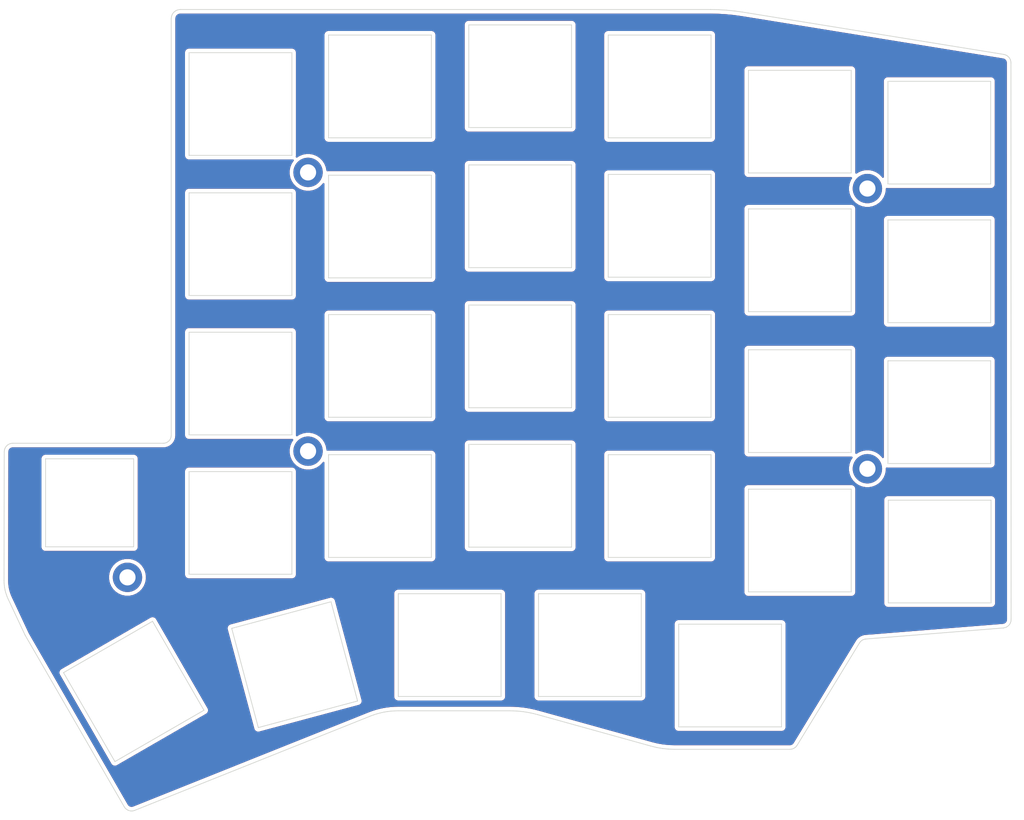
<source format=kicad_pcb>
(kicad_pcb (version 20171130) (host pcbnew 5.1.4-e60b266~84~ubuntu19.04.1)

  (general
    (thickness 1.6)
    (drawings 350)
    (tracks 0)
    (zones 0)
    (modules 5)
    (nets 1)
  )

  (page A4)
  (layers
    (0 F.Cu signal)
    (31 B.Cu signal)
    (32 B.Adhes user)
    (33 F.Adhes user)
    (34 B.Paste user)
    (35 F.Paste user)
    (36 B.SilkS user)
    (37 F.SilkS user)
    (38 B.Mask user)
    (39 F.Mask user)
    (40 Dwgs.User user)
    (41 Cmts.User user)
    (42 Eco1.User user)
    (43 Eco2.User user)
    (44 Edge.Cuts user)
    (45 Margin user)
    (46 B.CrtYd user)
    (47 F.CrtYd user)
    (48 B.Fab user)
    (49 F.Fab user)
  )

  (setup
    (last_trace_width 0.25)
    (trace_clearance 0.2)
    (zone_clearance 0.508)
    (zone_45_only no)
    (trace_min 0.2)
    (via_size 0.6)
    (via_drill 0.4)
    (via_min_size 0.4)
    (via_min_drill 0.3)
    (uvia_size 0.3)
    (uvia_drill 0.1)
    (uvias_allowed no)
    (uvia_min_size 0.2)
    (uvia_min_drill 0.1)
    (edge_width 0.15)
    (segment_width 0.2)
    (pcb_text_width 0.3)
    (pcb_text_size 1.5 1.5)
    (mod_edge_width 0.15)
    (mod_text_size 1 1)
    (mod_text_width 0.15)
    (pad_size 4 4)
    (pad_drill 2.2)
    (pad_to_mask_clearance 0.2)
    (aux_axis_origin 0 0)
    (visible_elements FFFFFF7F)
    (pcbplotparams
      (layerselection 0x010f0_80000001)
      (usegerberextensions false)
      (usegerberattributes false)
      (usegerberadvancedattributes false)
      (creategerberjobfile false)
      (excludeedgelayer true)
      (linewidth 0.100000)
      (plotframeref false)
      (viasonmask false)
      (mode 1)
      (useauxorigin false)
      (hpglpennumber 1)
      (hpglpenspeed 20)
      (hpglpendiameter 15.000000)
      (psnegative false)
      (psa4output false)
      (plotreference true)
      (plotvalue true)
      (plotinvisibletext false)
      (padsonsilk false)
      (subtractmaskfromsilk false)
      (outputformat 1)
      (mirror false)
      (drillshape 1)
      (scaleselection 1)
      (outputdirectory "gerbers/"))
  )

  (net 0 "")

  (net_class Default "This is the default net class."
    (clearance 0.2)
    (trace_width 0.25)
    (via_dia 0.6)
    (via_drill 0.4)
    (uvia_dia 0.3)
    (uvia_drill 0.1)
  )

  (module Wire_Pads:SolderWirePad_single_0-8mmDrill (layer F.Cu) (tedit 5D908D47) (tstamp 5ABD66D0)
    (at 58.364398 42.698024)
    (fp_text reference "" (at 0 0) (layer F.SilkS)
      (effects (font (size 1.27 1.27) (thickness 0.15)))
    )
    (fp_text value "" (at 0 0) (layer F.SilkS)
      (effects (font (size 1.27 1.27) (thickness 0.15)))
    )
    (pad 1 thru_hole circle (at 0 0) (size 4 4) (drill 2.2) (layers *.Cu *.Mask Dwgs.User))
  )

  (module Wire_Pads:SolderWirePad_single_0-8mmDrill (layer F.Cu) (tedit 5D908D03) (tstamp 5ABD66D0)
    (at 58.364398 80.697696)
    (fp_text reference "" (at 0 0) (layer F.SilkS)
      (effects (font (size 1.27 1.27) (thickness 0.15)))
    )
    (fp_text value "" (at 0 0) (layer F.SilkS)
      (effects (font (size 1.27 1.27) (thickness 0.15)))
    )
    (pad 2 thru_hole circle (at 0 0) (size 4 4) (drill 2.2) (layers *.Cu *.Mask Dwgs.User))
  )

  (module Wire_Pads:SolderWirePad_single_0-8mmDrill (layer F.Cu) (tedit 5D908D07) (tstamp 5ABD66D0)
    (at 33.764501 97.89857)
    (fp_text reference "" (at 0 0) (layer F.SilkS)
      (effects (font (size 1.27 1.27) (thickness 0.15)))
    )
    (fp_text value "" (at 0 0) (layer F.SilkS)
      (effects (font (size 1.27 1.27) (thickness 0.15)))
    )
    (pad 3 thru_hole circle (at 0 0) (size 4 4) (drill 2.2) (layers *.Cu *.Mask Dwgs.User))
  )

  (module Wire_Pads:SolderWirePad_single_0-8mmDrill (layer F.Cu) (tedit 5D908CFD) (tstamp 5ABD66D0)
    (at 134.5644 83.097995)
    (fp_text reference "" (at 0 0) (layer F.SilkS)
      (effects (font (size 1.27 1.27) (thickness 0.15)))
    )
    (fp_text value "" (at 0 0) (layer F.SilkS)
      (effects (font (size 1.27 1.27) (thickness 0.15)))
    )
    (pad 4 thru_hole circle (at 0 0) (size 4 4) (drill 2.2) (layers *.Cu *.Mask Dwgs.User))
  )

  (module Wire_Pads:SolderWirePad_single_0-8mmDrill (layer F.Cu) (tedit 5D908CF7) (tstamp 5ABD66D0)
    (at 134.5644 44.898936)
    (fp_text reference "" (at 0 0) (layer F.SilkS)
      (effects (font (size 1.27 1.27) (thickness 0.15)))
    )
    (fp_text value "" (at 0 0) (layer F.SilkS)
      (effects (font (size 1.27 1.27) (thickness 0.15)))
    )
    (pad 5 thru_hole circle (at 0 0) (size 4 4) (drill 2.2) (layers *.Cu *.Mask Dwgs.User))
  )

  (gr_line (start 56.15827 40.380817) (end 42.16033 40.380817) (layer Edge.Cuts) (width 0.1))
  (gr_line (start 42.16033 40.380817) (end 42.16033 40.380817) (layer Edge.Cuts) (width 0.1))
  (gr_line (start 42.16033 40.380817) (end 42.16033 26.380337) (layer Edge.Cuts) (width 0.1))
  (gr_line (start 42.16033 26.380337) (end 42.16033 26.380337) (layer Edge.Cuts) (width 0.1))
  (gr_line (start 42.16033 26.380337) (end 56.15827 26.380337) (layer Edge.Cuts) (width 0.1))
  (gr_line (start 56.15827 26.380337) (end 56.15827 26.380337) (layer Edge.Cuts) (width 0.1))
  (gr_line (start 56.15827 26.380337) (end 56.15827 40.380817) (layer Edge.Cuts) (width 0.1))
  (gr_line (start 56.15827 40.380817) (end 56.15827 40.380817) (layer Edge.Cuts) (width 0.1))
  (gr_line (start 153.08318 104.79527) (end 134.37011 106.3008) (layer Edge.Cuts) (width 0.1))
  (gr_line (start 134.37011 106.3008) (end 134.234011 106.319964) (layer Edge.Cuts) (width 0.1))
  (gr_line (start 134.234011 106.319964) (end 134.10254 106.354754) (layer Edge.Cuts) (width 0.1))
  (gr_line (start 134.10254 106.354754) (end 133.976905 106.404427) (layer Edge.Cuts) (width 0.1))
  (gr_line (start 133.976905 106.404427) (end 133.858314 106.468237) (layer Edge.Cuts) (width 0.1))
  (gr_line (start 133.858314 106.468237) (end 133.747973 106.545443) (layer Edge.Cuts) (width 0.1))
  (gr_line (start 133.747973 106.545443) (end 133.647091 106.635299) (layer Edge.Cuts) (width 0.1))
  (gr_line (start 133.647091 106.635299) (end 133.556874 106.737063) (layer Edge.Cuts) (width 0.1))
  (gr_line (start 133.556874 106.737063) (end 133.47853 106.84999) (layer Edge.Cuts) (width 0.1))
  (gr_line (start 133.47853 106.84999) (end 124.99321 120.78636) (layer Edge.Cuts) (width 0.1))
  (gr_line (start 124.99321 120.78636) (end 124.907397 120.908697) (layer Edge.Cuts) (width 0.1))
  (gr_line (start 124.907397 120.908697) (end 124.807801 121.017602) (layer Edge.Cuts) (width 0.1))
  (gr_line (start 124.807801 121.017602) (end 124.696002 121.112188) (layer Edge.Cuts) (width 0.1))
  (gr_line (start 124.696002 121.112188) (end 124.57358 121.191567) (layer Edge.Cuts) (width 0.1))
  (gr_line (start 124.57358 121.191567) (end 124.442114 121.254851) (layer Edge.Cuts) (width 0.1))
  (gr_line (start 124.442114 121.254851) (end 124.303184 121.301153) (layer Edge.Cuts) (width 0.1))
  (gr_line (start 124.303184 121.301153) (end 124.15837 121.329585) (layer Edge.Cuts) (width 0.1))
  (gr_line (start 124.15837 121.329585) (end 124.00925 121.33926) (layer Edge.Cuts) (width 0.1))
  (gr_line (start 124.00925 121.33926) (end 108.28562 121.33926) (layer Edge.Cuts) (width 0.1))
  (gr_line (start 108.28562 121.33926) (end 107.475774 121.311804) (layer Edge.Cuts) (width 0.1))
  (gr_line (start 107.475774 121.311804) (end 106.670566 121.22969) (layer Edge.Cuts) (width 0.1))
  (gr_line (start 106.670566 121.22969) (end 105.872757 121.093293) (layer Edge.Cuts) (width 0.1))
  (gr_line (start 105.872757 121.093293) (end 105.08511 120.90299) (layer Edge.Cuts) (width 0.1))
  (gr_line (start 105.08511 120.90299) (end 89.59398 116.59978) (layer Edge.Cuts) (width 0.1))
  (gr_line (start 89.59398 116.59978) (end 89.13466 116.480535) (layer Edge.Cuts) (width 0.1))
  (gr_line (start 89.13466 116.480535) (end 88.671962 116.377011) (layer Edge.Cuts) (width 0.1))
  (gr_line (start 88.671962 116.377011) (end 88.20629 116.289262) (layer Edge.Cuts) (width 0.1))
  (gr_line (start 88.20629 116.289262) (end 87.738049 116.217344) (layer Edge.Cuts) (width 0.1))
  (gr_line (start 87.738049 116.217344) (end 87.267642 116.161312) (layer Edge.Cuts) (width 0.1))
  (gr_line (start 87.267642 116.161312) (end 86.795474 116.12122) (layer Edge.Cuts) (width 0.1))
  (gr_line (start 86.795474 116.12122) (end 86.321948 116.097125) (layer Edge.Cuts) (width 0.1))
  (gr_line (start 86.321948 116.097125) (end 85.84747 116.08908) (layer Edge.Cuts) (width 0.1))
  (gr_line (start 85.84747 116.08908) (end 70.6289 116.08908) (layer Edge.Cuts) (width 0.1))
  (gr_line (start 70.6289 116.08908) (end 70.141194 116.100711) (layer Edge.Cuts) (width 0.1))
  (gr_line (start 70.141194 116.100711) (end 69.655424 116.1355) (layer Edge.Cuts) (width 0.1))
  (gr_line (start 69.655424 116.1355) (end 69.172401 116.193289) (layer Edge.Cuts) (width 0.1))
  (gr_line (start 69.172401 116.193289) (end 68.692938 116.273923) (layer Edge.Cuts) (width 0.1))
  (gr_line (start 68.692938 116.273923) (end 68.217848 116.377245) (layer Edge.Cuts) (width 0.1))
  (gr_line (start 68.217848 116.377245) (end 67.747941 116.503097) (layer Edge.Cuts) (width 0.1))
  (gr_line (start 67.747941 116.503097) (end 67.284032 116.651325) (layer Edge.Cuts) (width 0.1))
  (gr_line (start 67.284032 116.651325) (end 66.826932 116.82177) (layer Edge.Cuts) (width 0.1))
  (gr_line (start 66.826932 116.82177) (end 34.748042 129.66269) (layer Edge.Cuts) (width 0.1))
  (gr_line (start 34.748042 129.66269) (end 34.545815 129.722962) (layer Edge.Cuts) (width 0.1))
  (gr_line (start 34.545815 129.722962) (end 34.341147 129.745167) (layer Edge.Cuts) (width 0.1))
  (gr_line (start 34.341147 129.745167) (end 34.138687 129.730915) (layer Edge.Cuts) (width 0.1))
  (gr_line (start 34.138687 129.730915) (end 33.943083 129.681815) (layer Edge.Cuts) (width 0.1))
  (gr_line (start 33.943083 129.681815) (end 33.758986 129.599476) (layer Edge.Cuts) (width 0.1))
  (gr_line (start 33.758986 129.599476) (end 33.591044 129.485507) (layer Edge.Cuts) (width 0.1))
  (gr_line (start 33.591044 129.485507) (end 33.443906 129.341519) (layer Edge.Cuts) (width 0.1))
  (gr_line (start 33.443906 129.341519) (end 33.322222 129.16912) (layer Edge.Cuts) (width 0.1))
  (gr_line (start 33.322222 129.16912) (end 19.847784 105.82661) (layer Edge.Cuts) (width 0.1))
  (gr_line (start 19.847784 105.82661) (end 19.802634 105.74011) (layer Edge.Cuts) (width 0.1))
  (gr_line (start 19.802634 105.74011) (end 17.50133 100.836627) (layer Edge.Cuts) (width 0.1))
  (gr_line (start 17.50133 100.836627) (end 17.372994 100.542325) (layer Edge.Cuts) (width 0.1))
  (gr_line (start 17.372994 100.542325) (end 17.261326 100.242083) (layer Edge.Cuts) (width 0.1))
  (gr_line (start 17.261326 100.242083) (end 17.166485 99.936611) (layer Edge.Cuts) (width 0.1))
  (gr_line (start 17.166485 99.936611) (end 17.088627 99.626621) (layer Edge.Cuts) (width 0.1))
  (gr_line (start 17.088627 99.626621) (end 17.027911 99.312823) (layer Edge.Cuts) (width 0.1))
  (gr_line (start 17.027911 99.312823) (end 16.984494 98.995928) (layer Edge.Cuts) (width 0.1))
  (gr_line (start 16.984494 98.995928) (end 16.958535 98.676645) (layer Edge.Cuts) (width 0.1))
  (gr_line (start 16.958535 98.676645) (end 16.950191 98.355687) (layer Edge.Cuts) (width 0.1))
  (gr_line (start 16.950191 98.355687) (end 16.978391 80.772487) (layer Edge.Cuts) (width 0.1))
  (gr_line (start 16.978391 80.772487) (end 17.002155 80.540233) (layer Edge.Cuts) (width 0.1))
  (gr_line (start 17.002155 80.540233) (end 17.069597 80.323951) (layer Edge.Cuts) (width 0.1))
  (gr_line (start 17.069597 80.323951) (end 17.176088 80.128262) (layer Edge.Cuts) (width 0.1))
  (gr_line (start 17.176088 80.128262) (end 17.316997 79.957788) (layer Edge.Cuts) (width 0.1))
  (gr_line (start 17.316997 79.957788) (end 17.487696 79.817152) (layer Edge.Cuts) (width 0.1))
  (gr_line (start 17.487696 79.817152) (end 17.683556 79.710975) (layer Edge.Cuts) (width 0.1))
  (gr_line (start 17.683556 79.710975) (end 17.899946 79.643879) (layer Edge.Cuts) (width 0.1))
  (gr_line (start 17.899946 79.643879) (end 18.132238 79.620487) (layer Edge.Cuts) (width 0.1))
  (gr_line (start 18.132238 79.620487) (end 38.650785 79.620487) (layer Edge.Cuts) (width 0.1))
  (gr_line (start 38.650785 79.620487) (end 38.861547 79.599634) (layer Edge.Cuts) (width 0.1))
  (gr_line (start 38.861547 79.599634) (end 39.062288 79.538634) (layer Edge.Cuts) (width 0.1))
  (gr_line (start 39.062288 79.538634) (end 39.247368 79.439822) (layer Edge.Cuts) (width 0.1))
  (gr_line (start 39.247368 79.439822) (end 39.411144 79.305536) (layer Edge.Cuts) (width 0.1))
  (gr_line (start 39.411144 79.305536) (end 39.54543 79.14176) (layer Edge.Cuts) (width 0.1))
  (gr_line (start 39.54543 79.14176) (end 39.644242 78.95668) (layer Edge.Cuts) (width 0.1))
  (gr_line (start 39.644242 78.95668) (end 39.705242 78.755939) (layer Edge.Cuts) (width 0.1))
  (gr_line (start 39.705242 78.755939) (end 39.726095 78.545177) (layer Edge.Cuts) (width 0.1))
  (gr_line (start 39.726095 78.545177) (end 39.726095 21.735599) (layer Edge.Cuts) (width 0.1))
  (gr_line (start 39.726095 21.735599) (end 39.751225 21.48632) (layer Edge.Cuts) (width 0.1))
  (gr_line (start 39.751225 21.48632) (end 39.823297 21.254141) (layer Edge.Cuts) (width 0.1))
  (gr_line (start 39.823297 21.254141) (end 39.937338 21.044036) (layer Edge.Cuts) (width 0.1))
  (gr_line (start 39.937338 21.044036) (end 40.088375 20.860977) (layer Edge.Cuts) (width 0.1))
  (gr_line (start 40.088375 20.860977) (end 40.271432 20.70994) (layer Edge.Cuts) (width 0.1))
  (gr_line (start 40.271432 20.70994) (end 40.481538 20.595898) (layer Edge.Cuts) (width 0.1))
  (gr_line (start 40.481538 20.595898) (end 40.713716 20.523825) (layer Edge.Cuts) (width 0.1))
  (gr_line (start 40.713716 20.523825) (end 40.962995 20.498695) (layer Edge.Cuts) (width 0.1))
  (gr_line (start 40.962995 20.498695) (end 113.18354 20.498776) (layer Edge.Cuts) (width 0.1))
  (gr_line (start 113.18354 20.498776) (end 114.288117 20.520974) (layer Edge.Cuts) (width 0.1))
  (gr_line (start 114.288117 20.520974) (end 115.390466 20.587495) (layer Edge.Cuts) (width 0.1))
  (gr_line (start 115.390466 20.587495) (end 116.489255 20.69823) (layer Edge.Cuts) (width 0.1))
  (gr_line (start 116.489255 20.69823) (end 117.58315 20.853072) (layer Edge.Cuts) (width 0.1))
  (gr_line (start 117.58315 20.853072) (end 153.14813 26.618435) (layer Edge.Cuts) (width 0.1))
  (gr_line (start 153.14813 26.618435) (end 153.349804 26.670064) (layer Edge.Cuts) (width 0.1))
  (gr_line (start 153.349804 26.670064) (end 153.534551 26.754748) (layer Edge.Cuts) (width 0.1))
  (gr_line (start 153.534551 26.754748) (end 153.699304 26.868882) (layer Edge.Cuts) (width 0.1))
  (gr_line (start 153.699304 26.868882) (end 153.840995 27.008864) (layer Edge.Cuts) (width 0.1))
  (gr_line (start 153.840995 27.008864) (end 153.956556 27.171088) (layer Edge.Cuts) (width 0.1))
  (gr_line (start 153.956556 27.171088) (end 154.042919 27.351952) (layer Edge.Cuts) (width 0.1))
  (gr_line (start 154.042919 27.351952) (end 154.097016 27.547851) (layer Edge.Cuts) (width 0.1))
  (gr_line (start 154.097016 27.547851) (end 154.11578 27.755181) (layer Edge.Cuts) (width 0.1))
  (gr_line (start 154.11578 27.755181) (end 154.14278 103.64657) (layer Edge.Cuts) (width 0.1))
  (gr_line (start 154.14278 103.64657) (end 154.121864 103.866381) (layer Edge.Cuts) (width 0.1))
  (gr_line (start 154.121864 103.866381) (end 154.061488 104.072646) (layer Edge.Cuts) (width 0.1))
  (gr_line (start 154.061488 104.072646) (end 153.965447 104.261249) (layer Edge.Cuts) (width 0.1))
  (gr_line (start 153.965447 104.261249) (end 153.837538 104.428073) (layer Edge.Cuts) (width 0.1))
  (gr_line (start 153.837538 104.428073) (end 153.681558 104.569003) (layer Edge.Cuts) (width 0.1))
  (gr_line (start 153.681558 104.569003) (end 153.501304 104.679923) (layer Edge.Cuts) (width 0.1))
  (gr_line (start 153.501304 104.679923) (end 153.300573 104.756717) (layer Edge.Cuts) (width 0.1))
  (gr_line (start 153.300573 104.756717) (end 153.08316 104.79527) (layer Edge.Cuts) (width 0.1))
  (gr_line (start 153.08316 104.79527) (end 153.08318 104.79527) (layer Edge.Cuts) (width 0.1))
  (gr_line (start 153.08318 104.79527) (end 153.08318 104.79527) (layer Edge.Cuts) (width 0.1))
  (gr_line (start 61.15953 23.980037) (end 75.16001 23.980037) (layer Edge.Cuts) (width 0.1))
  (gr_line (start 75.16001 23.980037) (end 75.16001 23.980037) (layer Edge.Cuts) (width 0.1))
  (gr_line (start 75.16001 23.980037) (end 75.16001 37.980517) (layer Edge.Cuts) (width 0.1))
  (gr_line (start 75.16001 37.980517) (end 75.16001 37.980517) (layer Edge.Cuts) (width 0.1))
  (gr_line (start 75.16001 37.980517) (end 61.15953 37.980517) (layer Edge.Cuts) (width 0.1))
  (gr_line (start 61.15953 37.980517) (end 61.15953 37.980517) (layer Edge.Cuts) (width 0.1))
  (gr_line (start 61.15953 37.980517) (end 61.15953 23.980037) (layer Edge.Cuts) (width 0.1))
  (gr_line (start 61.15953 23.980037) (end 61.15953 23.980037) (layer Edge.Cuts) (width 0.1))
  (gr_line (start 80.26032 22.590622) (end 94.25826 22.590622) (layer Edge.Cuts) (width 0.1))
  (gr_line (start 94.25826 22.590622) (end 94.25826 22.590622) (layer Edge.Cuts) (width 0.1))
  (gr_line (start 94.25826 22.590622) (end 94.25826 36.591102) (layer Edge.Cuts) (width 0.1))
  (gr_line (start 94.25826 36.591102) (end 94.25826 36.591102) (layer Edge.Cuts) (width 0.1))
  (gr_line (start 94.25826 36.591102) (end 80.26032 36.591102) (layer Edge.Cuts) (width 0.1))
  (gr_line (start 80.26032 36.591102) (end 80.26032 36.591102) (layer Edge.Cuts) (width 0.1))
  (gr_line (start 80.26032 36.591102) (end 80.26032 22.590622) (layer Edge.Cuts) (width 0.1))
  (gr_line (start 80.26032 22.590622) (end 80.26032 22.590622) (layer Edge.Cuts) (width 0.1))
  (gr_line (start 99.25952 23.980003) (end 113.26 23.980003) (layer Edge.Cuts) (width 0.1))
  (gr_line (start 113.26 23.980003) (end 113.26 23.980003) (layer Edge.Cuts) (width 0.1))
  (gr_line (start 113.26 23.980003) (end 113.26 37.980483) (layer Edge.Cuts) (width 0.1))
  (gr_line (start 113.26 37.980483) (end 113.26 37.980483) (layer Edge.Cuts) (width 0.1))
  (gr_line (start 113.26 37.980483) (end 99.25952 37.980483) (layer Edge.Cuts) (width 0.1))
  (gr_line (start 99.25952 37.980483) (end 99.25952 37.980483) (layer Edge.Cuts) (width 0.1))
  (gr_line (start 99.25952 37.980483) (end 99.25952 23.980003) (layer Edge.Cuts) (width 0.1))
  (gr_line (start 99.25952 23.980003) (end 99.25952 23.980003) (layer Edge.Cuts) (width 0.1))
  (gr_line (start 118.36032 28.780603) (end 132.35826 28.780603) (layer Edge.Cuts) (width 0.1))
  (gr_line (start 132.35826 28.780603) (end 132.35826 28.780603) (layer Edge.Cuts) (width 0.1))
  (gr_line (start 132.35826 28.780603) (end 132.35826 42.781083) (layer Edge.Cuts) (width 0.1))
  (gr_line (start 132.35826 42.781083) (end 132.35826 42.781083) (layer Edge.Cuts) (width 0.1))
  (gr_line (start 132.35826 42.781083) (end 118.36032 42.781083) (layer Edge.Cuts) (width 0.1))
  (gr_line (start 118.36032 42.781083) (end 118.36032 42.781083) (layer Edge.Cuts) (width 0.1))
  (gr_line (start 118.36032 42.781083) (end 118.36032 28.780603) (layer Edge.Cuts) (width 0.1))
  (gr_line (start 118.36032 28.780603) (end 118.36032 28.780603) (layer Edge.Cuts) (width 0.1))
  (gr_line (start 137.35952 30.281744) (end 151.36 30.281744) (layer Edge.Cuts) (width 0.1))
  (gr_line (start 151.36 30.281744) (end 151.36 30.281744) (layer Edge.Cuts) (width 0.1))
  (gr_line (start 151.36 30.281744) (end 151.36 44.282224) (layer Edge.Cuts) (width 0.1))
  (gr_line (start 151.36 44.282224) (end 151.36 44.282224) (layer Edge.Cuts) (width 0.1))
  (gr_line (start 151.36 44.282224) (end 137.35952 44.282224) (layer Edge.Cuts) (width 0.1))
  (gr_line (start 137.35952 44.282224) (end 137.35952 44.282224) (layer Edge.Cuts) (width 0.1))
  (gr_line (start 137.35952 44.282224) (end 137.35952 30.281744) (layer Edge.Cuts) (width 0.1))
  (gr_line (start 137.35952 30.281744) (end 137.35952 30.281744) (layer Edge.Cuts) (width 0.1))
  (gr_line (start 137.35952 49.181884) (end 151.36 49.181884) (layer Edge.Cuts) (width 0.1))
  (gr_line (start 151.36 49.181884) (end 151.36 49.181884) (layer Edge.Cuts) (width 0.1))
  (gr_line (start 151.36 49.181884) (end 151.36 63.179824) (layer Edge.Cuts) (width 0.1))
  (gr_line (start 151.36 63.179824) (end 151.36 63.179824) (layer Edge.Cuts) (width 0.1))
  (gr_line (start 151.36 63.179824) (end 137.35952 63.179824) (layer Edge.Cuts) (width 0.1))
  (gr_line (start 137.35952 63.179824) (end 137.35952 63.179824) (layer Edge.Cuts) (width 0.1))
  (gr_line (start 137.35952 63.179824) (end 137.35952 49.181884) (layer Edge.Cuts) (width 0.1))
  (gr_line (start 137.35952 49.181884) (end 137.35952 49.181884) (layer Edge.Cuts) (width 0.1))
  (gr_line (start 118.36032 47.680743) (end 132.35826 47.680743) (layer Edge.Cuts) (width 0.1))
  (gr_line (start 132.35826 47.680743) (end 132.35826 47.680743) (layer Edge.Cuts) (width 0.1))
  (gr_line (start 132.35826 47.680743) (end 132.35826 61.681223) (layer Edge.Cuts) (width 0.1))
  (gr_line (start 132.35826 61.681223) (end 132.35826 61.681223) (layer Edge.Cuts) (width 0.1))
  (gr_line (start 132.35826 61.681223) (end 118.36032 61.681223) (layer Edge.Cuts) (width 0.1))
  (gr_line (start 118.36032 61.681223) (end 118.36032 61.681223) (layer Edge.Cuts) (width 0.1))
  (gr_line (start 118.36032 61.681223) (end 118.36032 47.680743) (layer Edge.Cuts) (width 0.1))
  (gr_line (start 118.36032 47.680743) (end 118.36032 47.680743) (layer Edge.Cuts) (width 0.1))
  (gr_line (start 99.25952 42.981743) (end 113.26 42.981743) (layer Edge.Cuts) (width 0.1))
  (gr_line (start 113.26 42.981743) (end 113.26 42.981743) (layer Edge.Cuts) (width 0.1))
  (gr_line (start 113.26 42.981743) (end 113.26 56.982223) (layer Edge.Cuts) (width 0.1))
  (gr_line (start 113.26 56.982223) (end 113.26 56.982223) (layer Edge.Cuts) (width 0.1))
  (gr_line (start 113.26 56.982223) (end 99.25952 56.982223) (layer Edge.Cuts) (width 0.1))
  (gr_line (start 99.25952 56.982223) (end 99.25952 56.982223) (layer Edge.Cuts) (width 0.1))
  (gr_line (start 99.25952 56.982223) (end 99.25952 42.981743) (layer Edge.Cuts) (width 0.1))
  (gr_line (start 99.25952 42.981743) (end 99.25952 42.981743) (layer Edge.Cuts) (width 0.1))
  (gr_line (start 80.26032 41.681262) (end 94.25826 41.681262) (layer Edge.Cuts) (width 0.1))
  (gr_line (start 94.25826 41.681262) (end 94.25826 41.681262) (layer Edge.Cuts) (width 0.1))
  (gr_line (start 94.25826 41.681262) (end 94.25826 55.681742) (layer Edge.Cuts) (width 0.1))
  (gr_line (start 94.25826 55.681742) (end 94.25826 55.681742) (layer Edge.Cuts) (width 0.1))
  (gr_line (start 94.25826 55.681742) (end 80.26032 55.681742) (layer Edge.Cuts) (width 0.1))
  (gr_line (start 80.26032 55.681742) (end 80.26032 55.681742) (layer Edge.Cuts) (width 0.1))
  (gr_line (start 80.26032 55.681742) (end 80.26032 41.681262) (layer Edge.Cuts) (width 0.1))
  (gr_line (start 80.26032 41.681262) (end 80.26032 41.681262) (layer Edge.Cuts) (width 0.1))
  (gr_line (start 61.15952 43.080803) (end 75.16 43.080803) (layer Edge.Cuts) (width 0.1))
  (gr_line (start 75.16 43.080803) (end 75.16 43.080803) (layer Edge.Cuts) (width 0.1))
  (gr_line (start 75.16 43.080803) (end 75.16 57.081283) (layer Edge.Cuts) (width 0.1))
  (gr_line (start 75.16 57.081283) (end 75.16 57.081283) (layer Edge.Cuts) (width 0.1))
  (gr_line (start 75.16 57.081283) (end 61.15952 57.081283) (layer Edge.Cuts) (width 0.1))
  (gr_line (start 61.15952 57.081283) (end 61.15952 57.081283) (layer Edge.Cuts) (width 0.1))
  (gr_line (start 61.15952 57.081283) (end 61.15952 43.080803) (layer Edge.Cuts) (width 0.1))
  (gr_line (start 61.15952 43.080803) (end 61.15952 43.080803) (layer Edge.Cuts) (width 0.1))
  (gr_line (start 42.16032 45.481104) (end 56.15826 45.481104) (layer Edge.Cuts) (width 0.1))
  (gr_line (start 56.15826 45.481104) (end 56.15826 45.481104) (layer Edge.Cuts) (width 0.1))
  (gr_line (start 56.15826 45.481104) (end 56.15826 59.481584) (layer Edge.Cuts) (width 0.1))
  (gr_line (start 56.15826 59.481584) (end 56.15826 59.481584) (layer Edge.Cuts) (width 0.1))
  (gr_line (start 56.15826 59.481584) (end 42.16032 59.481584) (layer Edge.Cuts) (width 0.1))
  (gr_line (start 42.16032 59.481584) (end 42.16032 59.481584) (layer Edge.Cuts) (width 0.1))
  (gr_line (start 42.16032 59.481584) (end 42.16032 45.481104) (layer Edge.Cuts) (width 0.1))
  (gr_line (start 42.16032 45.481104) (end 42.16032 45.481104) (layer Edge.Cuts) (width 0.1))
  (gr_line (start 42.16032 64.480304) (end 56.15826 64.480304) (layer Edge.Cuts) (width 0.1))
  (gr_line (start 56.15826 64.480304) (end 56.15826 64.480304) (layer Edge.Cuts) (width 0.1))
  (gr_line (start 56.15826 64.480304) (end 56.15826 78.480784) (layer Edge.Cuts) (width 0.1))
  (gr_line (start 56.15826 78.480784) (end 56.15826 78.480784) (layer Edge.Cuts) (width 0.1))
  (gr_line (start 56.15826 78.480784) (end 42.16032 78.480784) (layer Edge.Cuts) (width 0.1))
  (gr_line (start 42.16032 78.480784) (end 42.16032 78.480784) (layer Edge.Cuts) (width 0.1))
  (gr_line (start 42.16032 78.480784) (end 42.16032 64.480304) (layer Edge.Cuts) (width 0.1))
  (gr_line (start 42.16032 64.480304) (end 42.16032 64.480304) (layer Edge.Cuts) (width 0.1))
  (gr_line (start 61.15952 62.080003) (end 75.16 62.080003) (layer Edge.Cuts) (width 0.1))
  (gr_line (start 75.16 62.080003) (end 75.16 62.080003) (layer Edge.Cuts) (width 0.1))
  (gr_line (start 75.16 62.080003) (end 75.16 76.080483) (layer Edge.Cuts) (width 0.1))
  (gr_line (start 75.16 76.080483) (end 75.16 76.080483) (layer Edge.Cuts) (width 0.1))
  (gr_line (start 75.16 76.080483) (end 61.15952 76.080483) (layer Edge.Cuts) (width 0.1))
  (gr_line (start 61.15952 76.080483) (end 61.15952 76.080483) (layer Edge.Cuts) (width 0.1))
  (gr_line (start 61.15952 76.080483) (end 61.15952 62.080003) (layer Edge.Cuts) (width 0.1))
  (gr_line (start 61.15952 62.080003) (end 61.15952 62.080003) (layer Edge.Cuts) (width 0.1))
  (gr_line (start 80.26032 60.782062) (end 94.25826 60.782062) (layer Edge.Cuts) (width 0.1))
  (gr_line (start 94.25826 60.782062) (end 94.25826 60.782062) (layer Edge.Cuts) (width 0.1))
  (gr_line (start 94.25826 60.782062) (end 94.25826 74.780002) (layer Edge.Cuts) (width 0.1))
  (gr_line (start 94.25826 74.780002) (end 94.25826 74.780002) (layer Edge.Cuts) (width 0.1))
  (gr_line (start 94.25826 74.780002) (end 80.26032 74.780002) (layer Edge.Cuts) (width 0.1))
  (gr_line (start 80.26032 74.780002) (end 80.26032 74.780002) (layer Edge.Cuts) (width 0.1))
  (gr_line (start 80.26032 74.780002) (end 80.26032 60.782062) (layer Edge.Cuts) (width 0.1))
  (gr_line (start 80.26032 60.782062) (end 80.26032 60.782062) (layer Edge.Cuts) (width 0.1))
  (gr_line (start 99.25952 62.080003) (end 113.26 62.080003) (layer Edge.Cuts) (width 0.1))
  (gr_line (start 113.26 62.080003) (end 113.26 62.080003) (layer Edge.Cuts) (width 0.1))
  (gr_line (start 113.26 62.080003) (end 113.26 76.080483) (layer Edge.Cuts) (width 0.1))
  (gr_line (start 113.26 76.080483) (end 113.26 76.080483) (layer Edge.Cuts) (width 0.1))
  (gr_line (start 113.26 76.080483) (end 99.25952 76.080483) (layer Edge.Cuts) (width 0.1))
  (gr_line (start 99.25952 76.080483) (end 99.25952 76.080483) (layer Edge.Cuts) (width 0.1))
  (gr_line (start 99.25952 76.080483) (end 99.25952 62.080003) (layer Edge.Cuts) (width 0.1))
  (gr_line (start 99.25952 62.080003) (end 99.25952 62.080003) (layer Edge.Cuts) (width 0.1))
  (gr_line (start 118.36032 66.880603) (end 132.35826 66.880603) (layer Edge.Cuts) (width 0.1))
  (gr_line (start 132.35826 66.880603) (end 132.35826 66.880603) (layer Edge.Cuts) (width 0.1))
  (gr_line (start 132.35826 66.880603) (end 132.35826 80.881083) (layer Edge.Cuts) (width 0.1))
  (gr_line (start 132.35826 80.881083) (end 132.35826 80.881083) (layer Edge.Cuts) (width 0.1))
  (gr_line (start 132.35826 80.881083) (end 118.36032 80.881083) (layer Edge.Cuts) (width 0.1))
  (gr_line (start 118.36032 80.881083) (end 118.36032 80.881083) (layer Edge.Cuts) (width 0.1))
  (gr_line (start 118.36032 80.881083) (end 118.36032 66.880603) (layer Edge.Cuts) (width 0.1))
  (gr_line (start 118.36032 66.880603) (end 118.36032 66.880603) (layer Edge.Cuts) (width 0.1))
  (gr_line (start 137.35952 68.381744) (end 151.36 68.381744) (layer Edge.Cuts) (width 0.1))
  (gr_line (start 151.36 68.381744) (end 151.36 68.381744) (layer Edge.Cuts) (width 0.1))
  (gr_line (start 151.36 68.381744) (end 151.36 82.382224) (layer Edge.Cuts) (width 0.1))
  (gr_line (start 151.36 82.382224) (end 151.36 82.382224) (layer Edge.Cuts) (width 0.1))
  (gr_line (start 151.36 82.382224) (end 137.35952 82.382224) (layer Edge.Cuts) (width 0.1))
  (gr_line (start 137.35952 82.382224) (end 137.35952 82.382224) (layer Edge.Cuts) (width 0.1))
  (gr_line (start 137.35952 82.382224) (end 137.35952 68.381744) (layer Edge.Cuts) (width 0.1))
  (gr_line (start 137.35952 68.381744) (end 137.35952 68.381744) (layer Edge.Cuts) (width 0.1))
  (gr_line (start 42.16032 83.482044) (end 56.15826 83.482044) (layer Edge.Cuts) (width 0.1))
  (gr_line (start 56.15826 83.482044) (end 56.15826 83.482044) (layer Edge.Cuts) (width 0.1))
  (gr_line (start 56.15826 83.482044) (end 56.15826 97.479984) (layer Edge.Cuts) (width 0.1))
  (gr_line (start 56.15826 97.479984) (end 56.15826 97.479984) (layer Edge.Cuts) (width 0.1))
  (gr_line (start 56.15826 97.479984) (end 42.16032 97.479984) (layer Edge.Cuts) (width 0.1))
  (gr_line (start 42.16032 97.479984) (end 42.16032 97.479984) (layer Edge.Cuts) (width 0.1))
  (gr_line (start 42.16032 97.479984) (end 42.16032 83.482044) (layer Edge.Cuts) (width 0.1))
  (gr_line (start 42.16032 83.482044) (end 42.16032 83.482044) (layer Edge.Cuts) (width 0.1))
  (gr_line (start 61.15952 81.180803) (end 75.16 81.180803) (layer Edge.Cuts) (width 0.1))
  (gr_line (start 75.16 81.180803) (end 75.16 81.180803) (layer Edge.Cuts) (width 0.1))
  (gr_line (start 75.16 81.180803) (end 75.16 95.181283) (layer Edge.Cuts) (width 0.1))
  (gr_line (start 75.16 95.181283) (end 75.16 95.181283) (layer Edge.Cuts) (width 0.1))
  (gr_line (start 75.16 95.181283) (end 61.15952 95.181283) (layer Edge.Cuts) (width 0.1))
  (gr_line (start 61.15952 95.181283) (end 61.15952 95.181283) (layer Edge.Cuts) (width 0.1))
  (gr_line (start 61.15952 95.181283) (end 61.15952 81.180803) (layer Edge.Cuts) (width 0.1))
  (gr_line (start 61.15952 81.180803) (end 61.15952 81.180803) (layer Edge.Cuts) (width 0.1))
  (gr_line (start 80.26032 79.781265) (end 94.25826 79.781265) (layer Edge.Cuts) (width 0.1))
  (gr_line (start 94.25826 79.781265) (end 94.25826 79.781265) (layer Edge.Cuts) (width 0.1))
  (gr_line (start 94.25826 79.781265) (end 94.25826 93.781745) (layer Edge.Cuts) (width 0.1))
  (gr_line (start 94.25826 93.781745) (end 94.25826 93.781745) (layer Edge.Cuts) (width 0.1))
  (gr_line (start 94.25826 93.781745) (end 80.26032 93.781745) (layer Edge.Cuts) (width 0.1))
  (gr_line (start 80.26032 93.781745) (end 80.26032 93.781745) (layer Edge.Cuts) (width 0.1))
  (gr_line (start 80.26032 93.781745) (end 80.26032 79.781265) (layer Edge.Cuts) (width 0.1))
  (gr_line (start 80.26032 79.781265) (end 80.26032 79.781265) (layer Edge.Cuts) (width 0.1))
  (gr_line (start 99.25952 81.180803) (end 113.26 81.180803) (layer Edge.Cuts) (width 0.1))
  (gr_line (start 113.26 81.180803) (end 113.26 81.180803) (layer Edge.Cuts) (width 0.1))
  (gr_line (start 113.26 81.180803) (end 113.26 95.181283) (layer Edge.Cuts) (width 0.1))
  (gr_line (start 113.26 95.181283) (end 113.26 95.181283) (layer Edge.Cuts) (width 0.1))
  (gr_line (start 113.26 95.181283) (end 99.25952 95.181283) (layer Edge.Cuts) (width 0.1))
  (gr_line (start 99.25952 95.181283) (end 99.25952 95.181283) (layer Edge.Cuts) (width 0.1))
  (gr_line (start 99.25952 95.181283) (end 99.25952 81.180803) (layer Edge.Cuts) (width 0.1))
  (gr_line (start 99.25952 81.180803) (end 99.25952 81.180803) (layer Edge.Cuts) (width 0.1))
  (gr_line (start 118.36032 85.879803) (end 132.35826 85.879803) (layer Edge.Cuts) (width 0.1))
  (gr_line (start 132.35826 85.879803) (end 132.35826 85.879803) (layer Edge.Cuts) (width 0.1))
  (gr_line (start 132.35826 85.879803) (end 132.35826 99.880283) (layer Edge.Cuts) (width 0.1))
  (gr_line (start 132.35826 99.880283) (end 132.35826 99.880283) (layer Edge.Cuts) (width 0.1))
  (gr_line (start 132.35826 99.880283) (end 118.36032 99.880283) (layer Edge.Cuts) (width 0.1))
  (gr_line (start 118.36032 99.880283) (end 118.36032 99.880283) (layer Edge.Cuts) (width 0.1))
  (gr_line (start 118.36032 99.880283) (end 118.36032 85.879803) (layer Edge.Cuts) (width 0.1))
  (gr_line (start 118.36032 85.879803) (end 118.36032 85.879803) (layer Edge.Cuts) (width 0.1))
  (gr_line (start 137.41032 87.380944) (end 151.40826 87.380944) (layer Edge.Cuts) (width 0.1))
  (gr_line (start 151.40826 87.380944) (end 151.40826 87.380944) (layer Edge.Cuts) (width 0.1))
  (gr_line (start 151.40826 87.380944) (end 151.40826 101.381424) (layer Edge.Cuts) (width 0.1))
  (gr_line (start 151.40826 101.381424) (end 151.40826 101.381424) (layer Edge.Cuts) (width 0.1))
  (gr_line (start 151.40826 101.381424) (end 137.41032 101.381424) (layer Edge.Cuts) (width 0.1))
  (gr_line (start 137.41032 101.381424) (end 137.41032 101.381424) (layer Edge.Cuts) (width 0.1))
  (gr_line (start 137.41032 101.381424) (end 137.41032 87.380944) (layer Edge.Cuts) (width 0.1))
  (gr_line (start 137.41032 87.380944) (end 137.41032 87.380944) (layer Edge.Cuts) (width 0.1))
  (gr_line (start 108.85818 104.2821) (end 122.85866 104.2821) (layer Edge.Cuts) (width 0.1))
  (gr_line (start 122.85866 104.2821) (end 122.85866 104.2821) (layer Edge.Cuts) (width 0.1))
  (gr_line (start 122.85866 104.2821) (end 122.85866 118.28004) (layer Edge.Cuts) (width 0.1))
  (gr_line (start 122.85866 118.28004) (end 122.85866 118.28004) (layer Edge.Cuts) (width 0.1))
  (gr_line (start 122.85866 118.28004) (end 108.85818 118.28004) (layer Edge.Cuts) (width 0.1))
  (gr_line (start 108.85818 118.28004) (end 108.85818 118.28004) (layer Edge.Cuts) (width 0.1))
  (gr_line (start 108.85818 118.28004) (end 108.85818 104.2821) (layer Edge.Cuts) (width 0.1))
  (gr_line (start 108.85818 104.2821) (end 108.85818 104.2821) (layer Edge.Cuts) (width 0.1))
  (gr_line (start 89.75992 100.131743) (end 103.7604 100.131743) (layer Edge.Cuts) (width 0.1))
  (gr_line (start 103.7604 100.131743) (end 103.7604 100.131743) (layer Edge.Cuts) (width 0.1))
  (gr_line (start 103.7604 100.131743) (end 103.7604 114.13222) (layer Edge.Cuts) (width 0.1))
  (gr_line (start 103.7604 114.13222) (end 103.7604 114.13222) (layer Edge.Cuts) (width 0.1))
  (gr_line (start 103.7604 114.13222) (end 89.75992 114.13222) (layer Edge.Cuts) (width 0.1))
  (gr_line (start 89.75992 114.13222) (end 89.75992 114.13222) (layer Edge.Cuts) (width 0.1))
  (gr_line (start 89.75992 114.13222) (end 89.75992 100.131743) (layer Edge.Cuts) (width 0.1))
  (gr_line (start 89.75992 100.131743) (end 89.75992 100.131743) (layer Edge.Cuts) (width 0.1))
  (gr_line (start 70.65912 100.131743) (end 84.6596 100.131743) (layer Edge.Cuts) (width 0.1))
  (gr_line (start 84.6596 100.131743) (end 84.6596 100.131743) (layer Edge.Cuts) (width 0.1))
  (gr_line (start 84.6596 100.131743) (end 84.6596 114.13222) (layer Edge.Cuts) (width 0.1))
  (gr_line (start 84.6596 114.13222) (end 84.6596 114.13222) (layer Edge.Cuts) (width 0.1))
  (gr_line (start 84.6596 114.13222) (end 70.65912 114.13222) (layer Edge.Cuts) (width 0.1))
  (gr_line (start 70.65912 114.13222) (end 70.65912 114.13222) (layer Edge.Cuts) (width 0.1))
  (gr_line (start 70.65912 114.13222) (end 70.65912 100.131743) (layer Edge.Cuts) (width 0.1))
  (gr_line (start 70.65912 100.131743) (end 70.65912 100.131743) (layer Edge.Cuts) (width 0.1))
  (gr_line (start 47.966758 104.85106) (end 61.489718 101.226482) (layer Edge.Cuts) (width 0.1))
  (gr_line (start 61.489718 101.226482) (end 61.489718 101.226482) (layer Edge.Cuts) (width 0.1))
  (gr_line (start 61.489718 101.226482) (end 65.111758 114.74944) (layer Edge.Cuts) (width 0.1))
  (gr_line (start 65.111758 114.74944) (end 65.111758 114.74944) (layer Edge.Cuts) (width 0.1))
  (gr_line (start 65.111758 114.74944) (end 51.588798 118.37402) (layer Edge.Cuts) (width 0.1))
  (gr_line (start 51.588798 118.37402) (end 51.588798 118.37402) (layer Edge.Cuts) (width 0.1))
  (gr_line (start 51.588798 118.37402) (end 47.966758 104.85106) (layer Edge.Cuts) (width 0.1))
  (gr_line (start 47.966758 104.85106) (end 47.966758 104.85106) (layer Edge.Cuts) (width 0.1))
  (gr_line (start 37.181919 103.8884) (end 44.182159 116.01436) (layer Edge.Cuts) (width 0.1))
  (gr_line (start 44.182159 116.01436) (end 44.182159 116.01436) (layer Edge.Cuts) (width 0.1))
  (gr_line (start 44.182159 116.01436) (end 32.056199 123.01206) (layer Edge.Cuts) (width 0.1))
  (gr_line (start 32.056199 123.01206) (end 32.056199 123.01206) (layer Edge.Cuts) (width 0.1))
  (gr_line (start 32.056199 123.01206) (end 25.055959 110.88864) (layer Edge.Cuts) (width 0.1))
  (gr_line (start 25.055959 110.88864) (end 25.055959 110.88864) (layer Edge.Cuts) (width 0.1))
  (gr_line (start 25.055959 110.88864) (end 37.181919 103.8884) (layer Edge.Cuts) (width 0.1))
  (gr_line (start 37.181919 103.8884) (end 37.181919 103.8884) (layer Edge.Cuts) (width 0.1))
  (gr_line (start 22.609664 81.739825) (end 34.609658 81.739825) (layer Edge.Cuts) (width 0.1))
  (gr_line (start 34.609658 81.739825) (end 34.609658 93.73982) (layer Edge.Cuts) (width 0.1))
  (gr_line (start 34.609658 93.73982) (end 22.609664 93.73982) (layer Edge.Cuts) (width 0.1))
  (gr_line (start 22.609664 93.73982) (end 22.609664 81.739825) (layer Edge.Cuts) (width 0.1))
  (gr_line (start 22.609664 81.739825) (end 22.609664 81.739825) (layer Edge.Cuts) (width 0.1))

  (zone (net 0) (net_name "") (layer F.Cu) (tstamp 0) (hatch edge 0.508)
    (connect_pads (clearance 0.508))
    (min_thickness 0.254)
    (fill yes (arc_segments 32) (thermal_gap 0.508) (thermal_bridge_width 0.508))
    (polygon
      (pts
        (xy 39.1 19.5) (xy 39.1 78.7) (xy 16.7 79.1) (xy 16.6 100.7) (xy 33.9 131)
        (xy 68.6 116.9) (xy 87 117) (xy 107 121.8) (xy 126.4 121.9) (xy 134.8 107.1)
        (xy 155.8 105) (xy 154.9 25.4) (xy 115.4 19.6)
      )
    )
    (filled_polygon
      (pts
        (xy 113.176689 21.183776) (xy 114.260587 21.205558) (xy 115.335471 21.270422) (xy 116.406869 21.378396) (xy 117.480351 21.530349)
        (xy 153.008103 27.289678) (xy 153.12031 27.318403) (xy 153.194166 27.352257) (xy 153.260259 27.398043) (xy 153.317442 27.454537)
        (xy 153.364079 27.520006) (xy 153.398726 27.592565) (xy 153.420351 27.670874) (xy 153.430792 27.786245) (xy 153.457769 103.614169)
        (xy 153.446123 103.736558) (xy 153.422045 103.818817) (xy 153.383573 103.894367) (xy 153.331953 103.961692) (xy 153.268999 104.018571)
        (xy 153.196795 104.063002) (xy 153.116737 104.09363) (xy 152.995686 104.115096) (xy 134.32834 105.616948) (xy 134.307916 105.6178)
        (xy 134.294813 105.619645) (xy 134.281639 105.620705) (xy 134.261542 105.62433) (xy 134.198245 105.633243) (xy 134.191127 105.632988)
        (xy 134.131509 105.642641) (xy 134.105181 105.646348) (xy 134.098304 105.648017) (xy 134.091305 105.64915) (xy 134.065561 105.655962)
        (xy 134.00691 105.670195) (xy 134.00045 105.673192) (xy 133.985961 105.677026) (xy 133.979199 105.677582) (xy 133.920826 105.694262)
        (xy 133.894779 105.701155) (xy 133.888457 105.703512) (xy 133.881969 105.705366) (xy 133.85692 105.71527) (xy 133.800027 105.736481)
        (xy 133.794252 105.740047) (xy 133.781694 105.745013) (xy 133.775279 105.746307) (xy 133.719028 105.769789) (xy 133.693754 105.779782)
        (xy 133.687967 105.782756) (xy 133.681961 105.785263) (xy 133.658023 105.798143) (xy 133.603812 105.826001) (xy 133.598686 105.83007)
        (xy 133.587456 105.836113) (xy 133.581312 105.838122) (xy 133.528095 105.868053) (xy 133.50411 105.880959) (xy 133.498783 105.88454)
        (xy 133.493173 105.887695) (xy 133.470804 105.903347) (xy 133.420185 105.937372) (xy 133.41563 105.941953) (xy 133.40517 105.949271)
        (xy 133.399232 105.952017) (xy 133.349973 105.987893) (xy 133.327695 106.003481) (xy 133.322753 106.007717) (xy 133.317491 106.01155)
        (xy 133.297186 106.029636) (xy 133.250922 106.069297) (xy 133.24688 106.074443) (xy 133.236792 106.083429) (xy 133.231014 106.086979)
        (xy 133.186478 106.128244) (xy 133.166358 106.146165) (xy 133.161786 106.151122) (xy 133.156837 106.155708) (xy 133.138955 106.175879)
        (xy 133.097803 106.220501) (xy 133.094266 106.226287) (xy 133.084323 106.237504) (xy 133.078743 106.241922) (xy 133.039642 106.287903)
        (xy 133.021979 106.307827) (xy 133.017822 106.313563) (xy 133.013234 106.318958) (xy 132.998067 106.34082) (xy 132.962636 106.389707)
        (xy 132.959661 106.396179) (xy 132.923256 106.448655) (xy 132.910944 106.465017) (xy 132.904052 106.476336) (xy 132.896532 106.487176)
        (xy 132.886609 106.504986) (xy 124.41967 120.411168) (xy 124.372029 120.479086) (xy 124.331897 120.522969) (xy 124.286804 120.56112)
        (xy 124.237345 120.59319) (xy 124.184232 120.618757) (xy 124.128197 120.637432) (xy 124.069843 120.648889) (xy 123.987057 120.65426)
        (xy 108.29721 120.65426) (xy 107.522188 120.627985) (xy 106.763139 120.550578) (xy 106.011074 120.422002) (xy 105.257286 120.23988)
        (xy 89.804132 115.94722) (xy 89.798675 115.945214) (xy 89.771735 115.93822) (xy 89.744901 115.930766) (xy 89.73917 115.929766)
        (xy 89.328112 115.823051) (xy 89.317059 115.819409) (xy 89.295525 115.814591) (xy 89.27422 115.80906) (xy 89.262752 115.807258)
        (xy 88.843014 115.713346) (xy 88.831872 115.710089) (xy 88.810217 115.706008) (xy 88.78869 115.701192) (xy 88.777156 115.699779)
        (xy 88.354791 115.62019) (xy 88.343538 115.61731) (xy 88.321729 115.61396) (xy 88.30007 115.609879) (xy 88.28851 115.608858)
        (xy 87.863822 115.54363) (xy 87.852479 115.541132) (xy 87.830567 115.538522) (xy 87.808782 115.535176) (xy 87.797196 115.534547)
        (xy 87.370541 115.483727) (xy 87.359123 115.481615) (xy 87.337145 115.479749) (xy 87.315251 115.477141) (xy 87.303647 115.476905)
        (xy 86.875384 115.440541) (xy 86.863888 115.438815) (xy 86.841851 115.437694) (xy 86.819902 115.43583) (xy 86.808296 115.435986)
        (xy 86.378756 115.41413) (xy 86.367202 115.412794) (xy 86.345149 115.41242) (xy 86.323155 115.411301) (xy 86.311554 115.411851)
        (xy 85.886917 115.404651) (xy 85.881117 115.40408) (xy 85.853222 115.40408) (xy 85.825441 115.403609) (xy 85.819655 115.40408)
        (xy 70.654357 115.40408) (xy 70.646206 115.403473) (xy 70.620753 115.40408) (xy 70.595253 115.40408) (xy 70.587106 115.404882)
        (xy 70.142146 115.415494) (xy 70.125823 115.415058) (xy 70.108553 115.416295) (xy 70.091226 115.416708) (xy 70.075002 115.418698)
        (xy 69.623771 115.451013) (xy 69.607459 115.451354) (xy 69.590232 115.453415) (xy 69.572932 115.454654) (xy 69.556854 115.457408)
        (xy 69.108248 115.51108) (xy 69.091977 115.512195) (xy 69.074848 115.515076) (xy 69.057619 115.517137) (xy 69.04171 115.520649)
        (xy 68.596427 115.595535) (xy 68.580245 115.59742) (xy 68.563281 115.601109) (xy 68.546152 115.60399) (xy 68.530422 115.608255)
        (xy 68.089217 115.704208) (xy 68.073136 115.706861) (xy 68.056369 115.711352) (xy 68.0394 115.715042) (xy 68.023886 115.720051)
        (xy 67.587467 115.836934) (xy 67.571504 115.840355) (xy 67.554972 115.845637) (xy 67.538227 115.850122) (xy 67.522965 115.855864)
        (xy 67.092026 115.993558) (xy 67.07623 115.997739) (xy 67.059992 116.003794) (xy 67.043495 116.009065) (xy 67.0285 116.015537)
        (xy 66.611465 116.171042) (xy 66.603606 116.173324) (xy 66.579942 116.182797) (xy 66.556078 116.191695) (xy 66.548734 116.195289)
        (xy 34.522471 129.015143) (xy 34.409928 129.048686) (xy 34.328154 129.057558) (xy 34.246958 129.051842) (xy 34.168014 129.032026)
        (xy 34.093721 128.998798) (xy 34.026371 128.953092) (xy 33.967579 128.895559) (xy 33.899868 128.799628) (xy 23.56077 110.88864)
        (xy 24.367645 110.88864) (xy 24.37206 110.933463) (xy 24.373531 110.978454) (xy 24.373538 110.978484) (xy 24.373539 110.978516)
        (xy 24.37866 111.000474) (xy 24.380871 111.022923) (xy 24.393944 111.06602) (xy 24.404165 111.109863) (xy 24.404178 111.109891)
        (xy 24.404185 111.109922) (xy 24.413492 111.130461) (xy 24.42004 111.152046) (xy 24.441267 111.19176) (xy 24.459847 111.232771)
        (xy 24.473 111.251127) (xy 24.483647 111.271047) (xy 24.490827 111.279796) (xy 31.446121 123.325378) (xy 31.460033 123.356098)
        (xy 31.473215 123.374501) (xy 31.483887 123.394467) (xy 31.512421 123.429235) (xy 31.538607 123.465793) (xy 31.538669 123.465851)
        (xy 31.538719 123.465921) (xy 31.555181 123.481338) (xy 31.569488 123.498771) (xy 31.604259 123.527307) (xy 31.637072 123.558052)
        (xy 31.63714 123.558095) (xy 31.637206 123.558156) (xy 31.656359 123.570065) (xy 31.673792 123.584372) (xy 31.713463 123.605577)
        (xy 31.751643 123.629329) (xy 31.751718 123.629357) (xy 31.751795 123.629405) (xy 31.772906 123.637349) (xy 31.792793 123.647979)
        (xy 31.835836 123.661036) (xy 31.877918 123.676884) (xy 31.878002 123.676898) (xy 31.878082 123.676928) (xy 31.900331 123.6806)
        (xy 31.921916 123.687148) (xy 31.966676 123.691557) (xy 32.011044 123.698891) (xy 32.01113 123.698888) (xy 32.011214 123.698902)
        (xy 32.067391 123.69706) (xy 32.089846 123.69706) (xy 32.100969 123.695964) (xy 32.145906 123.694502) (xy 32.145988 123.694483)
        (xy 32.146075 123.69448) (xy 32.168033 123.689359) (xy 32.190482 123.687148) (xy 32.233525 123.674091) (xy 32.27732 123.663889)
        (xy 32.277398 123.663853) (xy 32.277482 123.663834) (xy 32.298023 123.654526) (xy 32.319605 123.647979) (xy 32.359271 123.626777)
        (xy 32.369438 123.622173) (xy 32.369509 123.622132) (xy 32.400384 123.608141) (xy 32.418714 123.595004) (xy 32.438606 123.584372)
        (xy 32.447287 123.577247) (xy 44.495455 116.62444) (xy 44.52629 116.610471) (xy 44.544641 116.597322) (xy 44.564566 116.586672)
        (xy 44.599328 116.558143) (xy 44.635892 116.531953) (xy 44.635935 116.531907) (xy 44.635973 116.53188) (xy 44.651407 116.515403)
        (xy 44.66887 116.501071) (xy 44.6974 116.466308) (xy 44.728151 116.433488) (xy 44.728184 116.433436) (xy 44.728216 116.433401)
        (xy 44.740137 116.414233) (xy 44.754471 116.396767) (xy 44.775672 116.357103) (xy 44.799428 116.318917) (xy 44.799448 116.318864)
        (xy 44.799476 116.318819) (xy 44.807431 116.297686) (xy 44.818078 116.277766) (xy 44.831133 116.234729) (xy 44.846983 116.192642)
        (xy 44.846993 116.192581) (xy 44.84701 116.192536) (xy 44.850688 116.170264) (xy 44.857247 116.148643) (xy 44.861655 116.103885)
        (xy 44.86899 116.059516) (xy 44.868988 116.05946) (xy 44.868997 116.059406) (xy 44.868259 116.036838) (xy 44.870473 116.01436)
        (xy 44.866064 115.9696) (xy 44.864602 115.924653) (xy 44.864589 115.924596) (xy 44.864587 115.924545) (xy 44.859461 115.902556)
        (xy 44.857247 115.880077) (xy 44.844192 115.837039) (xy 44.833988 115.793239) (xy 44.833966 115.79319) (xy 44.833953 115.793135)
        (xy 44.824633 115.772564) (xy 44.818078 115.750954) (xy 44.796878 115.711291) (xy 44.778325 115.670322) (xy 44.765143 115.651919)
        (xy 44.754471 115.631953) (xy 44.747312 115.623229) (xy 38.528607 104.85106) (xy 47.278444 104.85106) (xy 47.280653 104.873492)
        (xy 47.279914 104.89601) (xy 47.279924 104.89607) (xy 47.279922 104.89613) (xy 47.287257 104.940535) (xy 47.29167 104.985343)
        (xy 47.29823 105.006969) (xy 47.301912 105.029259) (xy 47.313804 105.060847) (xy 50.9126 118.49703) (xy 50.91371 118.508303)
        (xy 50.92027 118.529929) (xy 50.923952 118.552219) (xy 50.939809 118.594341) (xy 50.952879 118.637426) (xy 50.963503 118.657302)
        (xy 50.971438 118.678391) (xy 50.971471 118.678444) (xy 50.971492 118.6785) (xy 50.995258 118.716713) (xy 51.016486 118.756427)
        (xy 51.030783 118.773848) (xy 51.04268 118.792984) (xy 51.042726 118.793033) (xy 51.042755 118.79308) (xy 51.07352 118.825923)
        (xy 51.102087 118.860731) (xy 51.119504 118.875025) (xy 51.13491 118.891477) (xy 51.134965 118.891516) (xy 51.135002 118.891556)
        (xy 51.171581 118.917764) (xy 51.206391 118.946332) (xy 51.226271 118.956958) (xy 51.244582 118.970082) (xy 51.244639 118.970108)
        (xy 51.244688 118.970143) (xy 51.285682 118.988714) (xy 51.325392 119.009939) (xy 51.346957 119.016481) (xy 51.367482 119.025783)
        (xy 51.367542 119.025797) (xy 51.367597 119.025822) (xy 51.411433 119.036039) (xy 51.454515 119.049108) (xy 51.47695 119.051318)
        (xy 51.498888 119.056435) (xy 51.498948 119.056437) (xy 51.499008 119.056451) (xy 51.543983 119.05792) (xy 51.555151 119.05902)
        (xy 51.577599 119.05902) (xy 51.633748 119.060864) (xy 51.633808 119.060854) (xy 51.633868 119.060856) (xy 51.678273 119.053521)
        (xy 51.723081 119.049108) (xy 51.74465 119.042565) (xy 51.766881 119.038897) (xy 51.798578 119.026971) (xy 65.234829 115.425632)
        (xy 65.246041 115.424528) (xy 65.267611 115.417985) (xy 65.289841 115.414317) (xy 65.321528 115.402394) (xy 65.3216 115.402375)
        (xy 65.332097 115.398423) (xy 65.375164 115.385359) (xy 65.395044 115.374733) (xy 65.41613 115.366799) (xy 65.416176 115.36677)
        (xy 65.416238 115.366747) (xy 65.454462 115.342973) (xy 65.494165 115.321752) (xy 65.511595 115.307448) (xy 65.530722 115.295556)
        (xy 65.530761 115.295519) (xy 65.530818 115.295484) (xy 65.563672 115.264709) (xy 65.598469 115.236151) (xy 65.612767 115.218729)
        (xy 65.629215 115.203327) (xy 65.629248 115.203281) (xy 65.629295 115.203237) (xy 65.655513 115.166644) (xy 65.68407 115.131847)
        (xy 65.6947 115.11196) (xy 65.70782 115.093654) (xy 65.707842 115.093605) (xy 65.707881 115.093551) (xy 65.726455 115.05255)
        (xy 65.747677 115.012846) (xy 65.75422 114.991277) (xy 65.763521 114.970755) (xy 65.763534 114.9707) (xy 65.76356 114.970642)
        (xy 65.77378 114.926797) (xy 65.786846 114.883723) (xy 65.789055 114.861292) (xy 65.794174 114.839349) (xy 65.794176 114.839292)
        (xy 65.79419 114.839231) (xy 65.795659 114.794244) (xy 65.800072 114.74944) (xy 65.797863 114.727008) (xy 65.798602 114.704488)
        (xy 65.798592 114.704428) (xy 65.798594 114.704369) (xy 65.791259 114.659964) (xy 65.786846 114.615157) (xy 65.780286 114.593531)
        (xy 65.776604 114.571241) (xy 65.764713 114.539655) (xy 62.165917 101.103476) (xy 62.164806 101.092199) (xy 62.158246 101.070573)
        (xy 62.154564 101.048283) (xy 62.138707 101.006161) (xy 62.125637 100.963076) (xy 62.115011 100.943196) (xy 62.107077 100.92211)
        (xy 62.107046 100.92206) (xy 62.107024 100.922002) (xy 62.083258 100.883789) (xy 62.06203 100.844075) (xy 62.047729 100.826649)
        (xy 62.035835 100.807518) (xy 62.035792 100.807473) (xy 62.035761 100.807422) (xy 62.004996 100.774579) (xy 61.976429 100.739771)
        (xy 61.959007 100.725473) (xy 61.943605 100.709025) (xy 61.943553 100.708988) (xy 61.943514 100.708946) (xy 61.906935 100.682738)
        (xy 61.872125 100.65417) (xy 61.852241 100.643542) (xy 61.833933 100.63042) (xy 61.833879 100.630396) (xy 61.833828 100.630359)
        (xy 61.792834 100.611788) (xy 61.753124 100.590563) (xy 61.731556 100.58402) (xy 61.711033 100.574719) (xy 61.710975 100.574706)
        (xy 61.710919 100.57468) (xy 61.667083 100.564463) (xy 61.624001 100.551394) (xy 61.60157 100.549185) (xy 61.579627 100.544066)
        (xy 61.579563 100.544064) (xy 61.579508 100.544051) (xy 61.534533 100.542582) (xy 61.523365 100.541482) (xy 61.500929 100.541482)
        (xy 61.444768 100.539638) (xy 61.444707 100.539648) (xy 61.444646 100.539646) (xy 61.400239 100.546981) (xy 61.355435 100.551394)
        (xy 61.333866 100.557937) (xy 61.311635 100.561605) (xy 61.279941 100.57353) (xy 47.843694 104.174867) (xy 47.832475 104.175972)
        (xy 47.810906 104.182515) (xy 47.788675 104.186183) (xy 47.756976 104.19811) (xy 47.756917 104.198126) (xy 47.746437 104.202071)
        (xy 47.703352 104.215141) (xy 47.683472 104.225767) (xy 47.662386 104.233701) (xy 47.662336 104.233732) (xy 47.662278 104.233754)
        (xy 47.624065 104.25752) (xy 47.584351 104.278748) (xy 47.566925 104.293049) (xy 47.547794 104.304943) (xy 47.547749 104.304986)
        (xy 47.547698 104.305017) (xy 47.514852 104.335785) (xy 47.480047 104.364349) (xy 47.465749 104.381771) (xy 47.449301 104.397173)
        (xy 47.449266 104.397222) (xy 47.449222 104.397263) (xy 47.423011 104.433847) (xy 47.394446 104.468653) (xy 47.383818 104.488537)
        (xy 47.370696 104.506845) (xy 47.370672 104.506899) (xy 47.370635 104.50695) (xy 47.352064 104.547944) (xy 47.330839 104.587654)
        (xy 47.324296 104.609222) (xy 47.314995 104.629745) (xy 47.314982 104.629803) (xy 47.314956 104.629859) (xy 47.304739 104.673695)
        (xy 47.29167 104.716777) (xy 47.289461 104.739208) (xy 47.284342 104.761151) (xy 47.28434 104.761215) (xy 47.284327 104.76127)
        (xy 47.282858 104.806245) (xy 47.278444 104.85106) (xy 38.528607 104.85106) (xy 37.791981 103.575062) (xy 37.77803 103.544269)
        (xy 37.764881 103.525918) (xy 37.754231 103.505993) (xy 37.72566 103.47118) (xy 37.69944 103.434586) (xy 37.682958 103.419148)
        (xy 37.66863 103.401689) (xy 37.633822 103.373123) (xy 37.600961 103.342342) (xy 37.581785 103.330417) (xy 37.564326 103.316088)
        (xy 37.524611 103.29486) (xy 37.486378 103.271083) (xy 37.465244 103.263128) (xy 37.445325 103.252481) (xy 37.40223 103.239408)
        (xy 37.360095 103.223548) (xy 37.337817 103.219869) (xy 37.316202 103.213312) (xy 37.271387 103.208898) (xy 37.226966 103.201562)
        (xy 37.226965 103.201562) (xy 37.170758 103.2034) (xy 37.148272 103.2034) (xy 37.137096 103.204501) (xy 37.092104 103.205972)
        (xy 37.070115 103.211098) (xy 37.047636 103.213312) (xy 37.004544 103.226384) (xy 36.960694 103.236606) (xy 36.940123 103.245926)
        (xy 36.918513 103.252481) (xy 36.878799 103.273708) (xy 36.837788 103.292288) (xy 36.819432 103.305441) (xy 36.799512 103.316088)
        (xy 36.790788 103.323247) (xy 24.742597 110.278592) (xy 24.711774 110.29256) (xy 24.693449 110.305693) (xy 24.673552 110.316328)
        (xy 24.638739 110.344899) (xy 24.602145 110.371119) (xy 24.602121 110.371144) (xy 24.602098 110.371161) (xy 24.586685 110.387618)
        (xy 24.569248 110.401929) (xy 24.540682 110.436737) (xy 24.509901 110.469598) (xy 24.509884 110.469626) (xy 24.509863 110.469648)
        (xy 24.497957 110.488796) (xy 24.483647 110.506233) (xy 24.462419 110.545948) (xy 24.438642 110.584181) (xy 24.43863 110.584213)
        (xy 24.438615 110.584237) (xy 24.430674 110.60534) (xy 24.42004 110.625234) (xy 24.406967 110.668329) (xy 24.391107 110.710464)
        (xy 24.391102 110.710495) (xy 24.391091 110.710524) (xy 24.387419 110.732771) (xy 24.380871 110.754357) (xy 24.376457 110.799172)
        (xy 24.369121 110.843593) (xy 24.369122 110.843625) (xy 24.369117 110.843655) (xy 24.369856 110.866192) (xy 24.367645 110.88864)
        (xy 23.56077 110.88864) (xy 20.448304 105.496745) (xy 20.416592 105.435988) (xy 18.125449 100.554156) (xy 18.008448 100.28585)
        (xy 17.90993 100.020966) (xy 17.826262 99.751482) (xy 17.757577 99.478012) (xy 17.704015 99.201187) (xy 17.665713 98.921626)
        (xy 17.642813 98.63997) (xy 17.635205 98.347335) (xy 17.63634 97.639045) (xy 31.129501 97.639045) (xy 31.129501 98.158095)
        (xy 31.230762 98.667171) (xy 31.429394 99.146711) (xy 31.717763 99.578285) (xy 32.084786 99.945308) (xy 32.51636 100.233677)
        (xy 32.9959 100.432309) (xy 33.504976 100.53357) (xy 34.024026 100.53357) (xy 34.533102 100.432309) (xy 35.012642 100.233677)
        (xy 35.165196 100.131743) (xy 69.970806 100.131743) (xy 69.974121 100.1654) (xy 69.97412 114.098573) (xy 69.970806 114.13222)
        (xy 69.984032 114.266503) (xy 70.023201 114.395626) (xy 70.086808 114.514627) (xy 70.172409 114.618931) (xy 70.276514 114.704369)
        (xy 70.276713 114.704532) (xy 70.395714 114.768139) (xy 70.524837 114.807308) (xy 70.65912 114.820534) (xy 70.692767 114.81722)
        (xy 84.625953 114.81722) (xy 84.6596 114.820534) (xy 84.793883 114.807308) (xy 84.923006 114.768139) (xy 85.042007 114.704532)
        (xy 85.146311 114.618931) (xy 85.231912 114.514627) (xy 85.295519 114.395626) (xy 85.334688 114.266503) (xy 85.3446 114.165867)
        (xy 85.3446 114.165866) (xy 85.347914 114.13222) (xy 85.3446 114.098573) (xy 85.3446 100.16539) (xy 85.347914 100.131743)
        (xy 89.071606 100.131743) (xy 89.074921 100.1654) (xy 89.07492 114.098573) (xy 89.071606 114.13222) (xy 89.084832 114.266503)
        (xy 89.124001 114.395626) (xy 89.187608 114.514627) (xy 89.273209 114.618931) (xy 89.377314 114.704369) (xy 89.377513 114.704532)
        (xy 89.496514 114.768139) (xy 89.625637 114.807308) (xy 89.75992 114.820534) (xy 89.793567 114.81722) (xy 103.726753 114.81722)
        (xy 103.7604 114.820534) (xy 103.894683 114.807308) (xy 104.023806 114.768139) (xy 104.142807 114.704532) (xy 104.247111 114.618931)
        (xy 104.332712 114.514627) (xy 104.396319 114.395626) (xy 104.435488 114.266503) (xy 104.4454 114.165867) (xy 104.4454 114.165866)
        (xy 104.448714 114.13222) (xy 104.4454 114.098573) (xy 104.4454 104.2821) (xy 108.169866 104.2821) (xy 108.173181 104.315757)
        (xy 108.17318 118.246393) (xy 108.169866 118.28004) (xy 108.183092 118.414323) (xy 108.222261 118.543446) (xy 108.285868 118.662447)
        (xy 108.371469 118.766751) (xy 108.403551 118.79308) (xy 108.475773 118.852352) (xy 108.594774 118.915959) (xy 108.723897 118.955128)
        (xy 108.85818 118.968354) (xy 108.891827 118.96504) (xy 122.825013 118.96504) (xy 122.85866 118.968354) (xy 122.992943 118.955128)
        (xy 123.122066 118.915959) (xy 123.241067 118.852352) (xy 123.345371 118.766751) (xy 123.430972 118.662447) (xy 123.494579 118.543446)
        (xy 123.533748 118.414323) (xy 123.54366 118.313687) (xy 123.54366 118.313686) (xy 123.546974 118.28004) (xy 123.54366 118.246393)
        (xy 123.54366 104.315747) (xy 123.546974 104.2821) (xy 123.537789 104.18884) (xy 123.533748 104.147817) (xy 123.494579 104.018694)
        (xy 123.430972 103.899693) (xy 123.415771 103.881171) (xy 123.345371 103.795389) (xy 123.241067 103.709788) (xy 123.122066 103.646181)
        (xy 122.992943 103.607012) (xy 122.892307 103.5971) (xy 122.85866 103.593786) (xy 122.825013 103.5971) (xy 108.891827 103.5971)
        (xy 108.85818 103.593786) (xy 108.824533 103.5971) (xy 108.723897 103.607012) (xy 108.594774 103.646181) (xy 108.475773 103.709788)
        (xy 108.371469 103.795389) (xy 108.285868 103.899693) (xy 108.222261 104.018694) (xy 108.183092 104.147817) (xy 108.169866 104.2821)
        (xy 104.4454 104.2821) (xy 104.4454 100.16539) (xy 104.448714 100.131743) (xy 104.435488 99.99746) (xy 104.396319 99.868337)
        (xy 104.332712 99.749336) (xy 104.247111 99.645032) (xy 104.142807 99.559431) (xy 104.023806 99.495824) (xy 103.894683 99.456655)
        (xy 103.794047 99.446743) (xy 103.7604 99.443429) (xy 103.726753 99.446743) (xy 89.793567 99.446743) (xy 89.75992 99.443429)
        (xy 89.726273 99.446743) (xy 89.625637 99.456655) (xy 89.496514 99.495824) (xy 89.377513 99.559431) (xy 89.273209 99.645032)
        (xy 89.187608 99.749336) (xy 89.124001 99.868337) (xy 89.084832 99.99746) (xy 89.071606 100.131743) (xy 85.347914 100.131743)
        (xy 85.334688 99.99746) (xy 85.295519 99.868337) (xy 85.231912 99.749336) (xy 85.146311 99.645032) (xy 85.042007 99.559431)
        (xy 84.923006 99.495824) (xy 84.793883 99.456655) (xy 84.693247 99.446743) (xy 84.6596 99.443429) (xy 84.625953 99.446743)
        (xy 70.692767 99.446743) (xy 70.65912 99.443429) (xy 70.625473 99.446743) (xy 70.524837 99.456655) (xy 70.395714 99.495824)
        (xy 70.276713 99.559431) (xy 70.172409 99.645032) (xy 70.086808 99.749336) (xy 70.023201 99.868337) (xy 69.984032 99.99746)
        (xy 69.970806 100.131743) (xy 35.165196 100.131743) (xy 35.444216 99.945308) (xy 35.811239 99.578285) (xy 36.099608 99.146711)
        (xy 36.29824 98.667171) (xy 36.399501 98.158095) (xy 36.399501 97.639045) (xy 36.29824 97.129969) (xy 36.099608 96.650429)
        (xy 35.811239 96.218855) (xy 35.444216 95.851832) (xy 35.012642 95.563463) (xy 34.533102 95.364831) (xy 34.024026 95.26357)
        (xy 33.504976 95.26357) (xy 32.9959 95.364831) (xy 32.51636 95.563463) (xy 32.084786 95.851832) (xy 31.717763 96.218855)
        (xy 31.429394 96.650429) (xy 31.230762 97.129969) (xy 31.129501 97.639045) (xy 17.63634 97.639045) (xy 17.66184 81.739825)
        (xy 21.92135 81.739825) (xy 21.924665 81.773482) (xy 21.924664 93.706173) (xy 21.92135 93.73982) (xy 21.934576 93.874103)
        (xy 21.973745 94.003226) (xy 22.037352 94.122227) (xy 22.122953 94.226531) (xy 22.227257 94.312132) (xy 22.346258 94.375739)
        (xy 22.475381 94.414908) (xy 22.609664 94.428134) (xy 22.643311 94.42482) (xy 34.576011 94.42482) (xy 34.609658 94.428134)
        (xy 34.743941 94.414908) (xy 34.873064 94.375739) (xy 34.992065 94.312132) (xy 35.096369 94.226531) (xy 35.18197 94.122227)
        (xy 35.245577 94.003226) (xy 35.284746 93.874103) (xy 35.294658 93.773467) (xy 35.294658 93.773466) (xy 35.297972 93.73982)
        (xy 35.294658 93.706173) (xy 35.294658 83.482044) (xy 41.472006 83.482044) (xy 41.475321 83.515701) (xy 41.47532 97.446337)
        (xy 41.472006 97.479984) (xy 41.485232 97.614267) (xy 41.524401 97.74339) (xy 41.588008 97.862391) (xy 41.673609 97.966695)
        (xy 41.777913 98.052296) (xy 41.896914 98.115903) (xy 42.026037 98.155072) (xy 42.16032 98.168298) (xy 42.193967 98.164984)
        (xy 56.124613 98.164984) (xy 56.15826 98.168298) (xy 56.292543 98.155072) (xy 56.421666 98.115903) (xy 56.540667 98.052296)
        (xy 56.644971 97.966695) (xy 56.730572 97.862391) (xy 56.794179 97.74339) (xy 56.833348 97.614267) (xy 56.84326 97.513631)
        (xy 56.84326 97.51363) (xy 56.846574 97.479984) (xy 56.84326 97.446337) (xy 56.84326 83.515691) (xy 56.846574 83.482044)
        (xy 56.833348 83.347761) (xy 56.794179 83.218638) (xy 56.730572 83.099637) (xy 56.644971 82.995333) (xy 56.540667 82.909732)
        (xy 56.421666 82.846125) (xy 56.292543 82.806956) (xy 56.191907 82.797044) (xy 56.15826 82.79373) (xy 56.124613 82.797044)
        (xy 42.193967 82.797044) (xy 42.16032 82.79373) (xy 42.126673 82.797044) (xy 42.026037 82.806956) (xy 41.896914 82.846125)
        (xy 41.777913 82.909732) (xy 41.673609 82.995333) (xy 41.588008 83.099637) (xy 41.524401 83.218638) (xy 41.485232 83.347761)
        (xy 41.472006 83.482044) (xy 35.294658 83.482044) (xy 35.294658 81.773472) (xy 35.297972 81.739825) (xy 35.284746 81.605542)
        (xy 35.245577 81.476419) (xy 35.18197 81.357418) (xy 35.096369 81.253114) (xy 34.992065 81.167513) (xy 34.873064 81.103906)
        (xy 34.743941 81.064737) (xy 34.643305 81.054825) (xy 34.609658 81.051511) (xy 34.576011 81.054825) (xy 22.643311 81.054825)
        (xy 22.609664 81.051511) (xy 22.576017 81.054825) (xy 22.475381 81.064737) (xy 22.346258 81.103906) (xy 22.227257 81.167513)
        (xy 22.122953 81.253114) (xy 22.037352 81.357418) (xy 21.973745 81.476419) (xy 21.934576 81.605542) (xy 21.92135 81.739825)
        (xy 17.66184 81.739825) (xy 17.663335 80.807985) (xy 17.676591 80.678434) (xy 17.703483 80.592192) (xy 17.746177 80.513736)
        (xy 17.80319 80.444761) (xy 17.872258 80.387857) (xy 17.950781 80.345289) (xy 18.037066 80.318535) (xy 18.166634 80.305487)
        (xy 38.583478 80.305487) (xy 38.583624 80.305516) (xy 38.648792 80.305487) (xy 38.684432 80.305487) (xy 38.684594 80.305471)
        (xy 38.684746 80.305471) (xy 38.718051 80.302176) (xy 38.785068 80.295575) (xy 38.785215 80.29553) (xy 38.895524 80.284616)
        (xy 38.929344 80.2846) (xy 38.993303 80.271846) (xy 39.061646 80.25822) (xy 39.092888 80.245263) (xy 39.228946 80.203918)
        (xy 39.261775 80.197405) (xy 39.293318 80.184358) (xy 39.293643 80.184259) (xy 39.324581 80.171426) (xy 39.35522 80.158753)
        (xy 39.355517 80.158595) (xy 39.38705 80.145515) (xy 39.414873 80.126905) (xy 39.540312 80.059934) (xy 39.571567 80.047004)
        (xy 39.628608 80.008927) (xy 39.683771 79.972107) (xy 39.707701 79.9482) (xy 39.819686 79.85638) (xy 39.848041 79.837415)
        (xy 39.895511 79.789903) (xy 39.943023 79.742433) (xy 39.961988 79.714078) (xy 40.053809 79.602092) (xy 40.077715 79.578163)
        (xy 40.115106 79.522145) (xy 40.152612 79.465959) (xy 40.165542 79.434704) (xy 40.232513 79.309264) (xy 40.251123 79.281441)
        (xy 40.264203 79.249906) (xy 40.264361 79.249611) (xy 40.276983 79.219095) (xy 40.289867 79.188035) (xy 40.289966 79.187709)
        (xy 40.303013 79.156167) (xy 40.309527 79.123338) (xy 40.350871 78.98728) (xy 40.363828 78.956038) (xy 40.377217 78.888881)
        (xy 40.390208 78.823737) (xy 40.390224 78.789916) (xy 40.401139 78.679607) (xy 40.401183 78.67946) (xy 40.407765 78.612637)
        (xy 40.411079 78.579139) (xy 40.411079 78.578986) (xy 40.411095 78.578824) (xy 40.411095 78.543184) (xy 40.411124 78.478016)
        (xy 40.411095 78.47787) (xy 40.411095 64.480304) (xy 41.472006 64.480304) (xy 41.475321 64.513961) (xy 41.47532 78.447137)
        (xy 41.472006 78.480784) (xy 41.485232 78.615067) (xy 41.524401 78.74419) (xy 41.588008 78.863191) (xy 41.673609 78.967495)
        (xy 41.758973 79.037552) (xy 41.777913 79.053096) (xy 41.896914 79.116703) (xy 42.026037 79.155872) (xy 42.16032 79.169098)
        (xy 42.193967 79.165784) (xy 56.124613 79.165784) (xy 56.15826 79.169098) (xy 56.220803 79.162938) (xy 56.029291 79.449555)
        (xy 55.830659 79.929095) (xy 55.729398 80.438171) (xy 55.729398 80.957221) (xy 55.830659 81.466297) (xy 56.029291 81.945837)
        (xy 56.31766 82.377411) (xy 56.684683 82.744434) (xy 57.116257 83.032803) (xy 57.595797 83.231435) (xy 58.104873 83.332696)
        (xy 58.623923 83.332696) (xy 59.132999 83.231435) (xy 59.612539 83.032803) (xy 60.044113 82.744434) (xy 60.411136 82.377411)
        (xy 60.474521 82.282549) (xy 60.47452 95.147636) (xy 60.471206 95.181283) (xy 60.484432 95.315566) (xy 60.523601 95.444689)
        (xy 60.587208 95.56369) (xy 60.672809 95.667994) (xy 60.777113 95.753595) (xy 60.896114 95.817202) (xy 61.025237 95.856371)
        (xy 61.15952 95.869597) (xy 61.193167 95.866283) (xy 75.126353 95.866283) (xy 75.16 95.869597) (xy 75.294283 95.856371)
        (xy 75.423406 95.817202) (xy 75.542407 95.753595) (xy 75.646711 95.667994) (xy 75.732312 95.56369) (xy 75.795919 95.444689)
        (xy 75.835088 95.315566) (xy 75.845 95.21493) (xy 75.845 95.214929) (xy 75.848314 95.181283) (xy 75.845 95.147636)
        (xy 75.845 81.21445) (xy 75.848314 81.180803) (xy 75.835088 81.04652) (xy 75.795919 80.917397) (xy 75.732312 80.798396)
        (xy 75.646711 80.694092) (xy 75.542407 80.608491) (xy 75.423406 80.544884) (xy 75.294283 80.505715) (xy 75.193647 80.495803)
        (xy 75.16 80.492489) (xy 75.126353 80.495803) (xy 61.193167 80.495803) (xy 61.15952 80.492489) (xy 61.125873 80.495803)
        (xy 61.025237 80.505715) (xy 60.999398 80.513553) (xy 60.999398 80.438171) (xy 60.898137 79.929095) (xy 60.836904 79.781265)
        (xy 79.572006 79.781265) (xy 79.575321 79.814922) (xy 79.57532 93.748098) (xy 79.572006 93.781745) (xy 79.585232 93.916028)
        (xy 79.624401 94.045151) (xy 79.688008 94.164152) (xy 79.773609 94.268456) (xy 79.826828 94.312132) (xy 79.877913 94.354057)
        (xy 79.996914 94.417664) (xy 80.126037 94.456833) (xy 80.26032 94.470059) (xy 80.293967 94.466745) (xy 94.224613 94.466745)
        (xy 94.25826 94.470059) (xy 94.392543 94.456833) (xy 94.521666 94.417664) (xy 94.640667 94.354057) (xy 94.744971 94.268456)
        (xy 94.830572 94.164152) (xy 94.894179 94.045151) (xy 94.933348 93.916028) (xy 94.94326 93.815392) (xy 94.94326 93.815391)
        (xy 94.946574 93.781745) (xy 94.94326 93.748098) (xy 94.94326 81.180803) (xy 98.571206 81.180803) (xy 98.574521 81.21446)
        (xy 98.57452 95.147636) (xy 98.571206 95.181283) (xy 98.584432 95.315566) (xy 98.623601 95.444689) (xy 98.687208 95.56369)
        (xy 98.772809 95.667994) (xy 98.877113 95.753595) (xy 98.996114 95.817202) (xy 99.125237 95.856371) (xy 99.25952 95.869597)
        (xy 99.293167 95.866283) (xy 113.226353 95.866283) (xy 113.26 95.869597) (xy 113.394283 95.856371) (xy 113.523406 95.817202)
        (xy 113.642407 95.753595) (xy 113.746711 95.667994) (xy 113.832312 95.56369) (xy 113.895919 95.444689) (xy 113.935088 95.315566)
        (xy 113.945 95.21493) (xy 113.945 95.214929) (xy 113.948314 95.181283) (xy 113.945 95.147636) (xy 113.945 85.879803)
        (xy 117.672006 85.879803) (xy 117.675321 85.91346) (xy 117.67532 99.846636) (xy 117.672006 99.880283) (xy 117.685232 100.014566)
        (xy 117.724401 100.143689) (xy 117.788008 100.26269) (xy 117.873609 100.366994) (xy 117.977913 100.452595) (xy 118.096914 100.516202)
        (xy 118.226037 100.555371) (xy 118.289331 100.561605) (xy 118.36032 100.568597) (xy 118.393967 100.565283) (xy 132.324613 100.565283)
        (xy 132.35826 100.568597) (xy 132.42925 100.561605) (xy 132.492543 100.555371) (xy 132.621666 100.516202) (xy 132.740667 100.452595)
        (xy 132.844971 100.366994) (xy 132.930572 100.26269) (xy 132.994179 100.143689) (xy 133.033348 100.014566) (xy 133.046574 99.880283)
        (xy 133.04326 99.846636) (xy 133.04326 87.380944) (xy 136.722006 87.380944) (xy 136.725321 87.414601) (xy 136.72532 101.347777)
        (xy 136.722006 101.381424) (xy 136.735232 101.515707) (xy 136.774401 101.64483) (xy 136.838008 101.763831) (xy 136.923609 101.868135)
        (xy 137.027913 101.953736) (xy 137.146914 102.017343) (xy 137.276037 102.056512) (xy 137.41032 102.069738) (xy 137.443967 102.066424)
        (xy 151.374613 102.066424) (xy 151.40826 102.069738) (xy 151.542543 102.056512) (xy 151.671666 102.017343) (xy 151.790667 101.953736)
        (xy 151.894971 101.868135) (xy 151.980572 101.763831) (xy 152.044179 101.64483) (xy 152.083348 101.515707) (xy 152.09326 101.415071)
        (xy 152.09326 101.41507) (xy 152.096574 101.381424) (xy 152.09326 101.347777) (xy 152.09326 87.414591) (xy 152.096574 87.380944)
        (xy 152.083348 87.246661) (xy 152.044179 87.117538) (xy 151.980572 86.998537) (xy 151.894971 86.894233) (xy 151.790667 86.808632)
        (xy 151.671666 86.745025) (xy 151.542543 86.705856) (xy 151.441907 86.695944) (xy 151.40826 86.69263) (xy 151.374613 86.695944)
        (xy 137.443967 86.695944) (xy 137.41032 86.69263) (xy 137.376673 86.695944) (xy 137.276037 86.705856) (xy 137.146914 86.745025)
        (xy 137.027913 86.808632) (xy 136.923609 86.894233) (xy 136.838008 86.998537) (xy 136.774401 87.117538) (xy 136.735232 87.246661)
        (xy 136.722006 87.380944) (xy 133.04326 87.380944) (xy 133.04326 85.91345) (xy 133.046574 85.879803) (xy 133.033348 85.74552)
        (xy 132.994179 85.616397) (xy 132.930572 85.497396) (xy 132.844971 85.393092) (xy 132.740667 85.307491) (xy 132.621666 85.243884)
        (xy 132.492543 85.204715) (xy 132.391907 85.194803) (xy 132.35826 85.191489) (xy 132.324613 85.194803) (xy 118.393967 85.194803)
        (xy 118.36032 85.191489) (xy 118.326673 85.194803) (xy 118.226037 85.204715) (xy 118.096914 85.243884) (xy 117.977913 85.307491)
        (xy 117.873609 85.393092) (xy 117.788008 85.497396) (xy 117.724401 85.616397) (xy 117.685232 85.74552) (xy 117.672006 85.879803)
        (xy 113.945 85.879803) (xy 113.945 81.21445) (xy 113.948314 81.180803) (xy 113.935088 81.04652) (xy 113.895919 80.917397)
        (xy 113.832312 80.798396) (xy 113.746711 80.694092) (xy 113.642407 80.608491) (xy 113.523406 80.544884) (xy 113.394283 80.505715)
        (xy 113.293647 80.495803) (xy 113.26 80.492489) (xy 113.226353 80.495803) (xy 99.293167 80.495803) (xy 99.25952 80.492489)
        (xy 99.225873 80.495803) (xy 99.125237 80.505715) (xy 98.996114 80.544884) (xy 98.877113 80.608491) (xy 98.772809 80.694092)
        (xy 98.687208 80.798396) (xy 98.623601 80.917397) (xy 98.584432 81.04652) (xy 98.571206 81.180803) (xy 94.94326 81.180803)
        (xy 94.94326 79.814912) (xy 94.946574 79.781265) (xy 94.933348 79.646982) (xy 94.894179 79.517859) (xy 94.830572 79.398858)
        (xy 94.744971 79.294554) (xy 94.640667 79.208953) (xy 94.521666 79.145346) (xy 94.392543 79.106177) (xy 94.291907 79.096265)
        (xy 94.25826 79.092951) (xy 94.224613 79.096265) (xy 80.293967 79.096265) (xy 80.26032 79.092951) (xy 80.226673 79.096265)
        (xy 80.126037 79.106177) (xy 79.996914 79.145346) (xy 79.877913 79.208953) (xy 79.773609 79.294554) (xy 79.688008 79.398858)
        (xy 79.624401 79.517859) (xy 79.585232 79.646982) (xy 79.572006 79.781265) (xy 60.836904 79.781265) (xy 60.699505 79.449555)
        (xy 60.411136 79.017981) (xy 60.044113 78.650958) (xy 59.612539 78.362589) (xy 59.132999 78.163957) (xy 58.623923 78.062696)
        (xy 58.104873 78.062696) (xy 57.595797 78.163957) (xy 57.116257 78.362589) (xy 56.840037 78.547154) (xy 56.84326 78.514431)
        (xy 56.84326 78.51443) (xy 56.846574 78.480784) (xy 56.84326 78.447137) (xy 56.84326 64.513951) (xy 56.846574 64.480304)
        (xy 56.833348 64.346021) (xy 56.794179 64.216898) (xy 56.730572 64.097897) (xy 56.644971 63.993593) (xy 56.540667 63.907992)
        (xy 56.421666 63.844385) (xy 56.292543 63.805216) (xy 56.191907 63.795304) (xy 56.15826 63.79199) (xy 56.124613 63.795304)
        (xy 42.193967 63.795304) (xy 42.16032 63.79199) (xy 42.126673 63.795304) (xy 42.026037 63.805216) (xy 41.896914 63.844385)
        (xy 41.777913 63.907992) (xy 41.673609 63.993593) (xy 41.588008 64.097897) (xy 41.524401 64.216898) (xy 41.485232 64.346021)
        (xy 41.472006 64.480304) (xy 40.411095 64.480304) (xy 40.411095 62.080003) (xy 60.471206 62.080003) (xy 60.474521 62.11366)
        (xy 60.47452 76.046836) (xy 60.471206 76.080483) (xy 60.484432 76.214766) (xy 60.523601 76.343889) (xy 60.587208 76.46289)
        (xy 60.672809 76.567194) (xy 60.777113 76.652795) (xy 60.896114 76.716402) (xy 61.025237 76.755571) (xy 61.15952 76.768797)
        (xy 61.193167 76.765483) (xy 75.126353 76.765483) (xy 75.16 76.768797) (xy 75.294283 76.755571) (xy 75.423406 76.716402)
        (xy 75.542407 76.652795) (xy 75.646711 76.567194) (xy 75.732312 76.46289) (xy 75.795919 76.343889) (xy 75.835088 76.214766)
        (xy 75.845 76.11413) (xy 75.845 76.114129) (xy 75.848314 76.080483) (xy 75.845 76.046836) (xy 75.845 62.11365)
        (xy 75.848314 62.080003) (xy 75.835088 61.94572) (xy 75.795919 61.816597) (xy 75.732312 61.697596) (xy 75.646711 61.593292)
        (xy 75.542407 61.507691) (xy 75.423406 61.444084) (xy 75.294283 61.404915) (xy 75.193647 61.395003) (xy 75.16 61.391689)
        (xy 75.126353 61.395003) (xy 61.193167 61.395003) (xy 61.15952 61.391689) (xy 61.125873 61.395003) (xy 61.025237 61.404915)
        (xy 60.896114 61.444084) (xy 60.777113 61.507691) (xy 60.672809 61.593292) (xy 60.587208 61.697596) (xy 60.523601 61.816597)
        (xy 60.484432 61.94572) (xy 60.471206 62.080003) (xy 40.411095 62.080003) (xy 40.411095 60.782062) (xy 79.572006 60.782062)
        (xy 79.575321 60.815719) (xy 79.57532 74.746355) (xy 79.572006 74.780002) (xy 79.585232 74.914285) (xy 79.624401 75.043408)
        (xy 79.688008 75.162409) (xy 79.773609 75.266713) (xy 79.877913 75.352314) (xy 79.996914 75.415921) (xy 80.126037 75.45509)
        (xy 80.26032 75.468316) (xy 80.293967 75.465002) (xy 94.224613 75.465002) (xy 94.25826 75.468316) (xy 94.392543 75.45509)
        (xy 94.521666 75.415921) (xy 94.640667 75.352314) (xy 94.744971 75.266713) (xy 94.830572 75.162409) (xy 94.894179 75.043408)
        (xy 94.933348 74.914285) (xy 94.94326 74.813649) (xy 94.94326 74.813648) (xy 94.946574 74.780002) (xy 94.94326 74.746355)
        (xy 94.94326 62.080003) (xy 98.571206 62.080003) (xy 98.574521 62.11366) (xy 98.57452 76.046836) (xy 98.571206 76.080483)
        (xy 98.584432 76.214766) (xy 98.623601 76.343889) (xy 98.687208 76.46289) (xy 98.772809 76.567194) (xy 98.877113 76.652795)
        (xy 98.996114 76.716402) (xy 99.125237 76.755571) (xy 99.25952 76.768797) (xy 99.293167 76.765483) (xy 113.226353 76.765483)
        (xy 113.26 76.768797) (xy 113.394283 76.755571) (xy 113.523406 76.716402) (xy 113.642407 76.652795) (xy 113.746711 76.567194)
        (xy 113.832312 76.46289) (xy 113.895919 76.343889) (xy 113.935088 76.214766) (xy 113.945 76.11413) (xy 113.945 76.114129)
        (xy 113.948314 76.080483) (xy 113.945 76.046836) (xy 113.945 66.880603) (xy 117.672006 66.880603) (xy 117.675321 66.91426)
        (xy 117.67532 80.847436) (xy 117.672006 80.881083) (xy 117.685232 81.015366) (xy 117.724401 81.144489) (xy 117.788008 81.26349)
        (xy 117.873609 81.367794) (xy 117.935126 81.41828) (xy 117.977913 81.453395) (xy 118.096914 81.517002) (xy 118.226037 81.556171)
        (xy 118.36032 81.569397) (xy 118.393967 81.566083) (xy 132.324613 81.566083) (xy 132.35826 81.569397) (xy 132.420805 81.563237)
        (xy 132.229293 81.849854) (xy 132.030661 82.329394) (xy 131.9294 82.83847) (xy 131.9294 83.35752) (xy 132.030661 83.866596)
        (xy 132.229293 84.346136) (xy 132.517662 84.77771) (xy 132.884685 85.144733) (xy 133.316259 85.433102) (xy 133.795799 85.631734)
        (xy 134.304875 85.732995) (xy 134.823925 85.732995) (xy 135.333001 85.631734) (xy 135.812541 85.433102) (xy 136.244115 85.144733)
        (xy 136.611138 84.77771) (xy 136.899507 84.346136) (xy 137.098139 83.866596) (xy 137.1994 83.35752) (xy 137.1994 83.049474)
        (xy 137.225237 83.057312) (xy 137.35952 83.070538) (xy 137.393167 83.067224) (xy 151.326353 83.067224) (xy 151.36 83.070538)
        (xy 151.494283 83.057312) (xy 151.623406 83.018143) (xy 151.742407 82.954536) (xy 151.846711 82.868935) (xy 151.932312 82.764631)
        (xy 151.995919 82.64563) (xy 152.035088 82.516507) (xy 152.045 82.415871) (xy 152.045 82.41587) (xy 152.048314 82.382224)
        (xy 152.045 82.348577) (xy 152.045 68.415391) (xy 152.048314 68.381744) (xy 152.035088 68.247461) (xy 151.995919 68.118338)
        (xy 151.932312 67.999337) (xy 151.846711 67.895033) (xy 151.742407 67.809432) (xy 151.623406 67.745825) (xy 151.494283 67.706656)
        (xy 151.393647 67.696744) (xy 151.36 67.69343) (xy 151.326353 67.696744) (xy 137.393167 67.696744) (xy 137.35952 67.69343)
        (xy 137.325873 67.696744) (xy 137.225237 67.706656) (xy 137.096114 67.745825) (xy 136.977113 67.809432) (xy 136.872809 67.895033)
        (xy 136.787208 67.999337) (xy 136.723601 68.118338) (xy 136.684432 68.247461) (xy 136.671206 68.381744) (xy 136.674521 68.415401)
        (xy 136.67452 81.513138) (xy 136.611138 81.41828) (xy 136.244115 81.051257) (xy 135.812541 80.762888) (xy 135.333001 80.564256)
        (xy 134.823925 80.462995) (xy 134.304875 80.462995) (xy 133.795799 80.564256) (xy 133.316259 80.762888) (xy 133.040037 80.947454)
        (xy 133.04326 80.91473) (xy 133.04326 80.914729) (xy 133.046574 80.881083) (xy 133.04326 80.847436) (xy 133.04326 66.91425)
        (xy 133.046574 66.880603) (xy 133.033348 66.74632) (xy 132.994179 66.617197) (xy 132.930572 66.498196) (xy 132.844971 66.393892)
        (xy 132.740667 66.308291) (xy 132.621666 66.244684) (xy 132.492543 66.205515) (xy 132.391907 66.195603) (xy 132.35826 66.192289)
        (xy 132.324613 66.195603) (xy 118.393967 66.195603) (xy 118.36032 66.192289) (xy 118.326673 66.195603) (xy 118.226037 66.205515)
        (xy 118.096914 66.244684) (xy 117.977913 66.308291) (xy 117.873609 66.393892) (xy 117.788008 66.498196) (xy 117.724401 66.617197)
        (xy 117.685232 66.74632) (xy 117.672006 66.880603) (xy 113.945 66.880603) (xy 113.945 62.11365) (xy 113.948314 62.080003)
        (xy 113.935088 61.94572) (xy 113.895919 61.816597) (xy 113.832312 61.697596) (xy 113.746711 61.593292) (xy 113.642407 61.507691)
        (xy 113.523406 61.444084) (xy 113.394283 61.404915) (xy 113.293647 61.395003) (xy 113.26 61.391689) (xy 113.226353 61.395003)
        (xy 99.293167 61.395003) (xy 99.25952 61.391689) (xy 99.225873 61.395003) (xy 99.125237 61.404915) (xy 98.996114 61.444084)
        (xy 98.877113 61.507691) (xy 98.772809 61.593292) (xy 98.687208 61.697596) (xy 98.623601 61.816597) (xy 98.584432 61.94572)
        (xy 98.571206 62.080003) (xy 94.94326 62.080003) (xy 94.94326 60.815709) (xy 94.946574 60.782062) (xy 94.933348 60.647779)
        (xy 94.894179 60.518656) (xy 94.830572 60.399655) (xy 94.744971 60.295351) (xy 94.640667 60.20975) (xy 94.521666 60.146143)
        (xy 94.392543 60.106974) (xy 94.291907 60.097062) (xy 94.25826 60.093748) (xy 94.224613 60.097062) (xy 80.293967 60.097062)
        (xy 80.26032 60.093748) (xy 80.226673 60.097062) (xy 80.126037 60.106974) (xy 79.996914 60.146143) (xy 79.877913 60.20975)
        (xy 79.773609 60.295351) (xy 79.688008 60.399655) (xy 79.624401 60.518656) (xy 79.585232 60.647779) (xy 79.572006 60.782062)
        (xy 40.411095 60.782062) (xy 40.411095 45.481104) (xy 41.472006 45.481104) (xy 41.475321 45.514761) (xy 41.47532 59.447937)
        (xy 41.472006 59.481584) (xy 41.485232 59.615867) (xy 41.524401 59.74499) (xy 41.588008 59.863991) (xy 41.673609 59.968295)
        (xy 41.777913 60.053896) (xy 41.896914 60.117503) (xy 42.026037 60.156672) (xy 42.16032 60.169898) (xy 42.193967 60.166584)
        (xy 56.124613 60.166584) (xy 56.15826 60.169898) (xy 56.292543 60.156672) (xy 56.421666 60.117503) (xy 56.540667 60.053896)
        (xy 56.644971 59.968295) (xy 56.730572 59.863991) (xy 56.794179 59.74499) (xy 56.833348 59.615867) (xy 56.84326 59.515231)
        (xy 56.84326 59.51523) (xy 56.846574 59.481584) (xy 56.84326 59.447937) (xy 56.84326 45.514751) (xy 56.846574 45.481104)
        (xy 56.833348 45.346821) (xy 56.794179 45.217698) (xy 56.730572 45.098697) (xy 56.644971 44.994393) (xy 56.540667 44.908792)
        (xy 56.421666 44.845185) (xy 56.292543 44.806016) (xy 56.191907 44.796104) (xy 56.15826 44.79279) (xy 56.124613 44.796104)
        (xy 42.193967 44.796104) (xy 42.16032 44.79279) (xy 42.126673 44.796104) (xy 42.026037 44.806016) (xy 41.896914 44.845185)
        (xy 41.777913 44.908792) (xy 41.673609 44.994393) (xy 41.588008 45.098697) (xy 41.524401 45.217698) (xy 41.485232 45.346821)
        (xy 41.472006 45.481104) (xy 40.411095 45.481104) (xy 40.411095 26.380337) (xy 41.472016 26.380337) (xy 41.475331 26.413994)
        (xy 41.47533 40.34717) (xy 41.472016 40.380817) (xy 41.485242 40.5151) (xy 41.524411 40.644223) (xy 41.588018 40.763224)
        (xy 41.673619 40.867528) (xy 41.777923 40.953129) (xy 41.896924 41.016736) (xy 42.026047 41.055905) (xy 42.16033 41.069131)
        (xy 42.193977 41.065817) (xy 56.124623 41.065817) (xy 56.15827 41.069131) (xy 56.292538 41.055906) (xy 56.029291 41.449883)
        (xy 55.830659 41.929423) (xy 55.729398 42.438499) (xy 55.729398 42.957549) (xy 55.830659 43.466625) (xy 56.029291 43.946165)
        (xy 56.31766 44.377739) (xy 56.684683 44.744762) (xy 57.116257 45.033131) (xy 57.595797 45.231763) (xy 58.104873 45.333024)
        (xy 58.623923 45.333024) (xy 59.132999 45.231763) (xy 59.612539 45.033131) (xy 60.044113 44.744762) (xy 60.411136 44.377739)
        (xy 60.474521 44.282877) (xy 60.47452 57.047636) (xy 60.471206 57.081283) (xy 60.484432 57.215566) (xy 60.523601 57.344689)
        (xy 60.587208 57.46369) (xy 60.672809 57.567994) (xy 60.733914 57.618142) (xy 60.777113 57.653595) (xy 60.896114 57.717202)
        (xy 61.025237 57.756371) (xy 61.15952 57.769597) (xy 61.193167 57.766283) (xy 75.126353 57.766283) (xy 75.16 57.769597)
        (xy 75.294283 57.756371) (xy 75.423406 57.717202) (xy 75.542407 57.653595) (xy 75.646711 57.567994) (xy 75.732312 57.46369)
        (xy 75.795919 57.344689) (xy 75.835088 57.215566) (xy 75.845 57.11493) (xy 75.845 57.114929) (xy 75.848314 57.081283)
        (xy 75.845 57.047636) (xy 75.845 43.11445) (xy 75.848314 43.080803) (xy 75.835088 42.94652) (xy 75.795919 42.817397)
        (xy 75.732312 42.698396) (xy 75.646711 42.594092) (xy 75.542407 42.508491) (xy 75.423406 42.444884) (xy 75.294283 42.405715)
        (xy 75.193647 42.395803) (xy 75.16 42.392489) (xy 75.126353 42.395803) (xy 61.193167 42.395803) (xy 61.15952 42.392489)
        (xy 61.125873 42.395803) (xy 61.025237 42.405715) (xy 60.994718 42.414973) (xy 60.898137 41.929423) (xy 60.795346 41.681262)
        (xy 79.572006 41.681262) (xy 79.575321 41.714919) (xy 79.57532 55.648095) (xy 79.572006 55.681742) (xy 79.585232 55.816025)
        (xy 79.624401 55.945148) (xy 79.688008 56.064149) (xy 79.773609 56.168453) (xy 79.877913 56.254054) (xy 79.996914 56.317661)
        (xy 80.126037 56.35683) (xy 80.26032 56.370056) (xy 80.293967 56.366742) (xy 94.224613 56.366742) (xy 94.25826 56.370056)
        (xy 94.392543 56.35683) (xy 94.521666 56.317661) (xy 94.640667 56.254054) (xy 94.744971 56.168453) (xy 94.830572 56.064149)
        (xy 94.894179 55.945148) (xy 94.933348 55.816025) (xy 94.94326 55.715389) (xy 94.94326 55.715388) (xy 94.946574 55.681742)
        (xy 94.94326 55.648095) (xy 94.94326 42.981743) (xy 98.571206 42.981743) (xy 98.574521 43.0154) (xy 98.57452 56.948576)
        (xy 98.571206 56.982223) (xy 98.584432 57.116506) (xy 98.623601 57.245629) (xy 98.687208 57.36463) (xy 98.772809 57.468934)
        (xy 98.877113 57.554535) (xy 98.996114 57.618142) (xy 99.125237 57.657311) (xy 99.25952 57.670537) (xy 99.293167 57.667223)
        (xy 113.226353 57.667223) (xy 113.26 57.670537) (xy 113.394283 57.657311) (xy 113.523406 57.618142) (xy 113.642407 57.554535)
        (xy 113.746711 57.468934) (xy 113.832312 57.36463) (xy 113.895919 57.245629) (xy 113.935088 57.116506) (xy 113.945 57.01587)
        (xy 113.945 57.015869) (xy 113.948314 56.982223) (xy 113.945 56.948576) (xy 113.945 47.680743) (xy 117.672006 47.680743)
        (xy 117.675321 47.7144) (xy 117.67532 61.647576) (xy 117.672006 61.681223) (xy 117.685232 61.815506) (xy 117.724401 61.944629)
        (xy 117.788008 62.06363) (xy 117.873609 62.167934) (xy 117.977913 62.253535) (xy 118.096914 62.317142) (xy 118.226037 62.356311)
        (xy 118.36032 62.369537) (xy 118.393967 62.366223) (xy 132.324613 62.366223) (xy 132.35826 62.369537) (xy 132.492543 62.356311)
        (xy 132.621666 62.317142) (xy 132.740667 62.253535) (xy 132.844971 62.167934) (xy 132.930572 62.06363) (xy 132.994179 61.944629)
        (xy 133.033348 61.815506) (xy 133.04326 61.71487) (xy 133.04326 61.714869) (xy 133.046574 61.681223) (xy 133.04326 61.647576)
        (xy 133.04326 49.181884) (xy 136.671206 49.181884) (xy 136.674521 49.215541) (xy 136.67452 63.146177) (xy 136.671206 63.179824)
        (xy 136.684432 63.314107) (xy 136.723601 63.44323) (xy 136.787208 63.562231) (xy 136.872809 63.666535) (xy 136.977113 63.752136)
        (xy 137.096114 63.815743) (xy 137.225237 63.854912) (xy 137.35952 63.868138) (xy 137.393167 63.864824) (xy 151.326353 63.864824)
        (xy 151.36 63.868138) (xy 151.494283 63.854912) (xy 151.623406 63.815743) (xy 151.742407 63.752136) (xy 151.846711 63.666535)
        (xy 151.932312 63.562231) (xy 151.995919 63.44323) (xy 152.035088 63.314107) (xy 152.045 63.213471) (xy 152.045 63.21347)
        (xy 152.048314 63.179824) (xy 152.045 63.146177) (xy 152.045 49.215531) (xy 152.048314 49.181884) (xy 152.035088 49.047601)
        (xy 151.995919 48.918478) (xy 151.932312 48.799477) (xy 151.846711 48.695173) (xy 151.742407 48.609572) (xy 151.623406 48.545965)
        (xy 151.494283 48.506796) (xy 151.393647 48.496884) (xy 151.36 48.49357) (xy 151.326353 48.496884) (xy 137.393167 48.496884)
        (xy 137.35952 48.49357) (xy 137.325873 48.496884) (xy 137.225237 48.506796) (xy 137.096114 48.545965) (xy 136.977113 48.609572)
        (xy 136.872809 48.695173) (xy 136.787208 48.799477) (xy 136.723601 48.918478) (xy 136.684432 49.047601) (xy 136.671206 49.181884)
        (xy 133.04326 49.181884) (xy 133.04326 47.71439) (xy 133.046574 47.680743) (xy 133.033348 47.54646) (xy 132.994179 47.417337)
        (xy 132.930572 47.298336) (xy 132.844971 47.194032) (xy 132.740667 47.108431) (xy 132.621666 47.044824) (xy 132.492543 47.005655)
        (xy 132.391907 46.995743) (xy 132.35826 46.992429) (xy 132.324613 46.995743) (xy 118.393967 46.995743) (xy 118.36032 46.992429)
        (xy 118.326673 46.995743) (xy 118.226037 47.005655) (xy 118.096914 47.044824) (xy 117.977913 47.108431) (xy 117.873609 47.194032)
        (xy 117.788008 47.298336) (xy 117.724401 47.417337) (xy 117.685232 47.54646) (xy 117.672006 47.680743) (xy 113.945 47.680743)
        (xy 113.945 43.01539) (xy 113.948314 42.981743) (xy 113.935088 42.84746) (xy 113.895919 42.718337) (xy 113.832312 42.599336)
        (xy 113.746711 42.495032) (xy 113.642407 42.409431) (xy 113.523406 42.345824) (xy 113.394283 42.306655) (xy 113.293647 42.296743)
        (xy 113.26 42.293429) (xy 113.226353 42.296743) (xy 99.293167 42.296743) (xy 99.25952 42.293429) (xy 99.225873 42.296743)
        (xy 99.125237 42.306655) (xy 98.996114 42.345824) (xy 98.877113 42.409431) (xy 98.772809 42.495032) (xy 98.687208 42.599336)
        (xy 98.623601 42.718337) (xy 98.584432 42.84746) (xy 98.571206 42.981743) (xy 94.94326 42.981743) (xy 94.94326 41.714909)
        (xy 94.946574 41.681262) (xy 94.933348 41.546979) (xy 94.894179 41.417856) (xy 94.830572 41.298855) (xy 94.744971 41.194551)
        (xy 94.640667 41.10895) (xy 94.521666 41.045343) (xy 94.392543 41.006174) (xy 94.291907 40.996262) (xy 94.25826 40.992948)
        (xy 94.224613 40.996262) (xy 80.293967 40.996262) (xy 80.26032 40.992948) (xy 80.226673 40.996262) (xy 80.126037 41.006174)
        (xy 79.996914 41.045343) (xy 79.877913 41.10895) (xy 79.773609 41.194551) (xy 79.688008 41.298855) (xy 79.624401 41.417856)
        (xy 79.585232 41.546979) (xy 79.572006 41.681262) (xy 60.795346 41.681262) (xy 60.699505 41.449883) (xy 60.411136 41.018309)
        (xy 60.044113 40.651286) (xy 59.612539 40.362917) (xy 59.132999 40.164285) (xy 58.623923 40.063024) (xy 58.104873 40.063024)
        (xy 57.595797 40.164285) (xy 57.116257 40.362917) (xy 56.81934 40.561311) (xy 56.833358 40.5151) (xy 56.84327 40.414464)
        (xy 56.84327 40.414463) (xy 56.846584 40.380817) (xy 56.84327 40.34717) (xy 56.84327 26.413984) (xy 56.846584 26.380337)
        (xy 56.833358 26.246054) (xy 56.794189 26.116931) (xy 56.730582 25.99793) (xy 56.644981 25.893626) (xy 56.540677 25.808025)
        (xy 56.421676 25.744418) (xy 56.292553 25.705249) (xy 56.191917 25.695337) (xy 56.15827 25.692023) (xy 56.124623 25.695337)
        (xy 42.193977 25.695337) (xy 42.16033 25.692023) (xy 42.126683 25.695337) (xy 42.026047 25.705249) (xy 41.896924 25.744418)
        (xy 41.777923 25.808025) (xy 41.673619 25.893626) (xy 41.588018 25.99793) (xy 41.524411 26.116931) (xy 41.485242 26.246054)
        (xy 41.472016 26.380337) (xy 40.411095 26.380337) (xy 40.411095 23.980037) (xy 60.471216 23.980037) (xy 60.474531 24.013694)
        (xy 60.47453 37.94687) (xy 60.471216 37.980517) (xy 60.484442 38.1148) (xy 60.523611 38.243923) (xy 60.587218 38.362924)
        (xy 60.672819 38.467228) (xy 60.777082 38.552795) (xy 60.777123 38.552829) (xy 60.896124 38.616436) (xy 61.025247 38.655605)
        (xy 61.15953 38.668831) (xy 61.193177 38.665517) (xy 75.126363 38.665517) (xy 75.16001 38.668831) (xy 75.294293 38.655605)
        (xy 75.423416 38.616436) (xy 75.542417 38.552829) (xy 75.646721 38.467228) (xy 75.732322 38.362924) (xy 75.795929 38.243923)
        (xy 75.835098 38.1148) (xy 75.84501 38.014164) (xy 75.84501 38.014163) (xy 75.848324 37.980517) (xy 75.84501 37.94687)
        (xy 75.84501 24.013684) (xy 75.848324 23.980037) (xy 75.835098 23.845754) (xy 75.795929 23.716631) (xy 75.732322 23.59763)
        (xy 75.646721 23.493326) (xy 75.542417 23.407725) (xy 75.423416 23.344118) (xy 75.294293 23.304949) (xy 75.193657 23.295037)
        (xy 75.16001 23.291723) (xy 75.126363 23.295037) (xy 61.193177 23.295037) (xy 61.15953 23.291723) (xy 61.125883 23.295037)
        (xy 61.025247 23.304949) (xy 60.896124 23.344118) (xy 60.777123 23.407725) (xy 60.672819 23.493326) (xy 60.587218 23.59763)
        (xy 60.523611 23.716631) (xy 60.484442 23.845754) (xy 60.471216 23.980037) (xy 40.411095 23.980037) (xy 40.411095 22.590622)
        (xy 79.572006 22.590622) (xy 79.575321 22.624279) (xy 79.57532 36.557455) (xy 79.572006 36.591102) (xy 79.585232 36.725385)
        (xy 79.624401 36.854508) (xy 79.688008 36.973509) (xy 79.773609 37.077813) (xy 79.877913 37.163414) (xy 79.996914 37.227021)
        (xy 80.126037 37.26619) (xy 80.26032 37.279416) (xy 80.293967 37.276102) (xy 94.224613 37.276102) (xy 94.25826 37.279416)
        (xy 94.392543 37.26619) (xy 94.521666 37.227021) (xy 94.640667 37.163414) (xy 94.744971 37.077813) (xy 94.830572 36.973509)
        (xy 94.894179 36.854508) (xy 94.933348 36.725385) (xy 94.94326 36.624749) (xy 94.94326 36.624748) (xy 94.946574 36.591102)
        (xy 94.94326 36.557455) (xy 94.94326 23.980003) (xy 98.571206 23.980003) (xy 98.574521 24.01366) (xy 98.57452 37.946836)
        (xy 98.571206 37.980483) (xy 98.584432 38.114766) (xy 98.623601 38.243889) (xy 98.687208 38.36289) (xy 98.772809 38.467194)
        (xy 98.877113 38.552795) (xy 98.996114 38.616402) (xy 99.125237 38.655571) (xy 99.25952 38.668797) (xy 99.293167 38.665483)
        (xy 113.226353 38.665483) (xy 113.26 38.668797) (xy 113.394283 38.655571) (xy 113.523406 38.616402) (xy 113.642407 38.552795)
        (xy 113.746711 38.467194) (xy 113.832312 38.36289) (xy 113.895919 38.243889) (xy 113.935088 38.114766) (xy 113.945 38.01413)
        (xy 113.945 38.014129) (xy 113.948314 37.980483) (xy 113.945 37.946836) (xy 113.945 28.780603) (xy 117.672006 28.780603)
        (xy 117.675321 28.81426) (xy 117.67532 42.747436) (xy 117.672006 42.781083) (xy 117.685232 42.915366) (xy 117.724401 43.044489)
        (xy 117.788008 43.16349) (xy 117.873609 43.267794) (xy 117.96672 43.344209) (xy 117.977913 43.353395) (xy 118.096914 43.417002)
        (xy 118.226037 43.456171) (xy 118.36032 43.469397) (xy 118.393967 43.466083) (xy 132.324613 43.466083) (xy 132.350979 43.46868)
        (xy 132.229293 43.650795) (xy 132.030661 44.130335) (xy 131.9294 44.639411) (xy 131.9294 45.158461) (xy 132.030661 45.667537)
        (xy 132.229293 46.147077) (xy 132.517662 46.578651) (xy 132.884685 46.945674) (xy 133.316259 47.234043) (xy 133.795799 47.432675)
        (xy 134.304875 47.533936) (xy 134.823925 47.533936) (xy 135.333001 47.432675) (xy 135.812541 47.234043) (xy 136.244115 46.945674)
        (xy 136.611138 46.578651) (xy 136.899507 46.147077) (xy 137.098139 45.667537) (xy 137.1994 45.158461) (xy 137.1994 44.949474)
        (xy 137.225237 44.957312) (xy 137.35952 44.970538) (xy 137.393167 44.967224) (xy 151.326353 44.967224) (xy 151.36 44.970538)
        (xy 151.494283 44.957312) (xy 151.623406 44.918143) (xy 151.742407 44.854536) (xy 151.846711 44.768935) (xy 151.932312 44.664631)
        (xy 151.995919 44.54563) (xy 152.035088 44.416507) (xy 152.045 44.315871) (xy 152.045 44.31587) (xy 152.048314 44.282224)
        (xy 152.045 44.248577) (xy 152.045 30.315391) (xy 152.048314 30.281744) (xy 152.035088 30.147461) (xy 151.995919 30.018338)
        (xy 151.932312 29.899337) (xy 151.846711 29.795033) (xy 151.742407 29.709432) (xy 151.623406 29.645825) (xy 151.494283 29.606656)
        (xy 151.393647 29.596744) (xy 151.36 29.59343) (xy 151.326353 29.596744) (xy 137.393167 29.596744) (xy 137.35952 29.59343)
        (xy 137.325873 29.596744) (xy 137.225237 29.606656) (xy 137.096114 29.645825) (xy 136.977113 29.709432) (xy 136.872809 29.795033)
        (xy 136.787208 29.899337) (xy 136.723601 30.018338) (xy 136.684432 30.147461) (xy 136.671206 30.281744) (xy 136.674521 30.315401)
        (xy 136.67452 43.314079) (xy 136.611138 43.219221) (xy 136.244115 42.852198) (xy 135.812541 42.563829) (xy 135.333001 42.365197)
        (xy 134.823925 42.263936) (xy 134.304875 42.263936) (xy 133.795799 42.365197) (xy 133.316259 42.563829) (xy 133.04326 42.746241)
        (xy 133.04326 28.81425) (xy 133.046574 28.780603) (xy 133.033348 28.64632) (xy 132.994179 28.517197) (xy 132.930572 28.398196)
        (xy 132.844971 28.293892) (xy 132.740667 28.208291) (xy 132.621666 28.144684) (xy 132.492543 28.105515) (xy 132.391907 28.095603)
        (xy 132.35826 28.092289) (xy 132.324613 28.095603) (xy 118.393967 28.095603) (xy 118.36032 28.092289) (xy 118.326673 28.095603)
        (xy 118.226037 28.105515) (xy 118.096914 28.144684) (xy 117.977913 28.208291) (xy 117.873609 28.293892) (xy 117.788008 28.398196)
        (xy 117.724401 28.517197) (xy 117.685232 28.64632) (xy 117.672006 28.780603) (xy 113.945 28.780603) (xy 113.945 24.01365)
        (xy 113.948314 23.980003) (xy 113.935088 23.84572) (xy 113.895919 23.716597) (xy 113.832312 23.597596) (xy 113.746711 23.493292)
        (xy 113.642407 23.407691) (xy 113.523406 23.344084) (xy 113.394283 23.304915) (xy 113.293647 23.295003) (xy 113.26 23.291689)
        (xy 113.226353 23.295003) (xy 99.293167 23.295003) (xy 99.25952 23.291689) (xy 99.225873 23.295003) (xy 99.125237 23.304915)
        (xy 98.996114 23.344084) (xy 98.877113 23.407691) (xy 98.772809 23.493292) (xy 98.687208 23.597596) (xy 98.623601 23.716597)
        (xy 98.584432 23.84572) (xy 98.571206 23.980003) (xy 94.94326 23.980003) (xy 94.94326 22.624269) (xy 94.946574 22.590622)
        (xy 94.933348 22.456339) (xy 94.894179 22.327216) (xy 94.830572 22.208215) (xy 94.744971 22.103911) (xy 94.640667 22.01831)
        (xy 94.521666 21.954703) (xy 94.392543 21.915534) (xy 94.291907 21.905622) (xy 94.25826 21.902308) (xy 94.224613 21.905622)
        (xy 80.293967 21.905622) (xy 80.26032 21.902308) (xy 80.226673 21.905622) (xy 80.126037 21.915534) (xy 79.996914 21.954703)
        (xy 79.877913 22.01831) (xy 79.773609 22.103911) (xy 79.688008 22.208215) (xy 79.624401 22.327216) (xy 79.585232 22.456339)
        (xy 79.572006 22.590622) (xy 40.411095 22.590622) (xy 40.411095 21.770033) (xy 40.425859 21.623585) (xy 40.457506 21.521634)
        (xy 40.507813 21.42895) (xy 40.574963 21.347563) (xy 40.656349 21.280414) (xy 40.749035 21.230105) (xy 40.850983 21.198458)
        (xy 40.997437 21.183694)
      )
    )
  )
  (zone (net 0) (net_name "") (layer B.Cu) (tstamp 0) (hatch edge 0.508)
    (connect_pads (clearance 0.508))
    (min_thickness 0.254)
    (fill yes (arc_segments 32) (thermal_gap 0.508) (thermal_bridge_width 0.508))
    (polygon
      (pts
        (xy 39.3 19.5) (xy 39.4 78.7) (xy 16.8 78.9) (xy 16.4 101.1) (xy 34.3 130.7)
        (xy 69 116.7) (xy 87 117) (xy 107.1 121.8) (xy 127.1 121.9) (xy 134.9 107.4)
        (xy 155.9 105.3) (xy 154.8 25.3) (xy 114.5 19.2)
      )
    )
    (filled_polygon
      (pts
        (xy 113.176689 21.183776) (xy 114.260587 21.205558) (xy 115.335471 21.270422) (xy 116.406869 21.378396) (xy 117.480351 21.530349)
        (xy 153.008103 27.289678) (xy 153.12031 27.318403) (xy 153.194166 27.352257) (xy 153.260259 27.398043) (xy 153.317442 27.454537)
        (xy 153.364079 27.520006) (xy 153.398726 27.592565) (xy 153.420351 27.670874) (xy 153.430792 27.786245) (xy 153.457769 103.614169)
        (xy 153.446123 103.736558) (xy 153.422045 103.818817) (xy 153.383573 103.894367) (xy 153.331953 103.961692) (xy 153.268999 104.018571)
        (xy 153.196795 104.063002) (xy 153.116737 104.09363) (xy 152.995686 104.115096) (xy 134.32834 105.616948) (xy 134.307916 105.6178)
        (xy 134.294813 105.619645) (xy 134.281639 105.620705) (xy 134.261542 105.62433) (xy 134.198245 105.633243) (xy 134.191127 105.632988)
        (xy 134.131509 105.642641) (xy 134.105181 105.646348) (xy 134.098304 105.648017) (xy 134.091305 105.64915) (xy 134.065561 105.655962)
        (xy 134.00691 105.670195) (xy 134.00045 105.673192) (xy 133.985961 105.677026) (xy 133.979199 105.677582) (xy 133.920826 105.694262)
        (xy 133.894779 105.701155) (xy 133.888457 105.703512) (xy 133.881969 105.705366) (xy 133.85692 105.71527) (xy 133.800027 105.736481)
        (xy 133.794252 105.740047) (xy 133.781694 105.745013) (xy 133.775279 105.746307) (xy 133.719028 105.769789) (xy 133.693754 105.779782)
        (xy 133.687967 105.782756) (xy 133.681961 105.785263) (xy 133.658023 105.798143) (xy 133.603812 105.826001) (xy 133.598686 105.83007)
        (xy 133.587456 105.836113) (xy 133.581312 105.838122) (xy 133.528095 105.868053) (xy 133.50411 105.880959) (xy 133.498783 105.88454)
        (xy 133.493173 105.887695) (xy 133.470804 105.903347) (xy 133.420185 105.937372) (xy 133.41563 105.941953) (xy 133.40517 105.949271)
        (xy 133.399232 105.952017) (xy 133.349973 105.987893) (xy 133.327695 106.003481) (xy 133.322753 106.007717) (xy 133.317491 106.01155)
        (xy 133.297186 106.029636) (xy 133.250922 106.069297) (xy 133.24688 106.074443) (xy 133.236792 106.083429) (xy 133.231014 106.086979)
        (xy 133.186478 106.128244) (xy 133.166358 106.146165) (xy 133.161786 106.151122) (xy 133.156837 106.155708) (xy 133.138955 106.175879)
        (xy 133.097803 106.220501) (xy 133.094266 106.226287) (xy 133.084323 106.237504) (xy 133.078743 106.241922) (xy 133.039642 106.287903)
        (xy 133.021979 106.307827) (xy 133.017822 106.313563) (xy 133.013234 106.318958) (xy 132.998067 106.34082) (xy 132.962636 106.389707)
        (xy 132.959661 106.396179) (xy 132.923256 106.448655) (xy 132.910944 106.465017) (xy 132.904052 106.476336) (xy 132.896532 106.487176)
        (xy 132.886609 106.504986) (xy 124.41967 120.411168) (xy 124.372029 120.479086) (xy 124.331897 120.522969) (xy 124.286804 120.56112)
        (xy 124.237345 120.59319) (xy 124.184232 120.618757) (xy 124.128197 120.637432) (xy 124.069843 120.648889) (xy 123.987057 120.65426)
        (xy 108.29721 120.65426) (xy 107.522188 120.627985) (xy 106.763139 120.550578) (xy 106.011074 120.422002) (xy 105.257286 120.23988)
        (xy 89.804132 115.94722) (xy 89.798675 115.945214) (xy 89.771735 115.93822) (xy 89.744901 115.930766) (xy 89.73917 115.929766)
        (xy 89.328112 115.823051) (xy 89.317059 115.819409) (xy 89.295525 115.814591) (xy 89.27422 115.80906) (xy 89.262752 115.807258)
        (xy 88.843014 115.713346) (xy 88.831872 115.710089) (xy 88.810217 115.706008) (xy 88.78869 115.701192) (xy 88.777156 115.699779)
        (xy 88.354791 115.62019) (xy 88.343538 115.61731) (xy 88.321729 115.61396) (xy 88.30007 115.609879) (xy 88.28851 115.608858)
        (xy 87.863822 115.54363) (xy 87.852479 115.541132) (xy 87.830567 115.538522) (xy 87.808782 115.535176) (xy 87.797196 115.534547)
        (xy 87.370541 115.483727) (xy 87.359123 115.481615) (xy 87.337145 115.479749) (xy 87.315251 115.477141) (xy 87.303647 115.476905)
        (xy 86.875384 115.440541) (xy 86.863888 115.438815) (xy 86.841851 115.437694) (xy 86.819902 115.43583) (xy 86.808296 115.435986)
        (xy 86.378756 115.41413) (xy 86.367202 115.412794) (xy 86.345149 115.41242) (xy 86.323155 115.411301) (xy 86.311554 115.411851)
        (xy 85.886917 115.404651) (xy 85.881117 115.40408) (xy 85.853222 115.40408) (xy 85.825441 115.403609) (xy 85.819655 115.40408)
        (xy 70.654357 115.40408) (xy 70.646206 115.403473) (xy 70.620753 115.40408) (xy 70.595253 115.40408) (xy 70.587106 115.404882)
        (xy 70.142146 115.415494) (xy 70.125823 115.415058) (xy 70.108553 115.416295) (xy 70.091226 115.416708) (xy 70.075002 115.418698)
        (xy 69.623771 115.451013) (xy 69.607459 115.451354) (xy 69.590232 115.453415) (xy 69.572932 115.454654) (xy 69.556854 115.457408)
        (xy 69.108248 115.51108) (xy 69.091977 115.512195) (xy 69.074848 115.515076) (xy 69.057619 115.517137) (xy 69.04171 115.520649)
        (xy 68.596427 115.595535) (xy 68.580245 115.59742) (xy 68.563281 115.601109) (xy 68.546152 115.60399) (xy 68.530422 115.608255)
        (xy 68.089217 115.704208) (xy 68.073136 115.706861) (xy 68.056369 115.711352) (xy 68.0394 115.715042) (xy 68.023886 115.720051)
        (xy 67.587467 115.836934) (xy 67.571504 115.840355) (xy 67.554972 115.845637) (xy 67.538227 115.850122) (xy 67.522965 115.855864)
        (xy 67.092026 115.993558) (xy 67.07623 115.997739) (xy 67.059992 116.003794) (xy 67.043495 116.009065) (xy 67.0285 116.015537)
        (xy 66.611465 116.171042) (xy 66.603606 116.173324) (xy 66.579942 116.182797) (xy 66.556078 116.191695) (xy 66.548734 116.195289)
        (xy 34.522471 129.015143) (xy 34.409928 129.048686) (xy 34.328154 129.057558) (xy 34.246958 129.051842) (xy 34.168014 129.032026)
        (xy 34.093721 128.998798) (xy 34.026371 128.953092) (xy 33.967579 128.895559) (xy 33.899868 128.799628) (xy 23.56077 110.88864)
        (xy 24.367645 110.88864) (xy 24.37206 110.933463) (xy 24.373531 110.978454) (xy 24.373538 110.978484) (xy 24.373539 110.978516)
        (xy 24.37866 111.000474) (xy 24.380871 111.022923) (xy 24.393944 111.06602) (xy 24.404165 111.109863) (xy 24.404178 111.109891)
        (xy 24.404185 111.109922) (xy 24.413492 111.130461) (xy 24.42004 111.152046) (xy 24.441267 111.19176) (xy 24.459847 111.232771)
        (xy 24.473 111.251127) (xy 24.483647 111.271047) (xy 24.490827 111.279796) (xy 31.446121 123.325378) (xy 31.460033 123.356098)
        (xy 31.473215 123.374501) (xy 31.483887 123.394467) (xy 31.512421 123.429235) (xy 31.538607 123.465793) (xy 31.538669 123.465851)
        (xy 31.538719 123.465921) (xy 31.555181 123.481338) (xy 31.569488 123.498771) (xy 31.604259 123.527307) (xy 31.637072 123.558052)
        (xy 31.63714 123.558095) (xy 31.637206 123.558156) (xy 31.656359 123.570065) (xy 31.673792 123.584372) (xy 31.713463 123.605577)
        (xy 31.751643 123.629329) (xy 31.751718 123.629357) (xy 31.751795 123.629405) (xy 31.772906 123.637349) (xy 31.792793 123.647979)
        (xy 31.835836 123.661036) (xy 31.877918 123.676884) (xy 31.878002 123.676898) (xy 31.878082 123.676928) (xy 31.900331 123.6806)
        (xy 31.921916 123.687148) (xy 31.966676 123.691557) (xy 32.011044 123.698891) (xy 32.01113 123.698888) (xy 32.011214 123.698902)
        (xy 32.067391 123.69706) (xy 32.089846 123.69706) (xy 32.100969 123.695964) (xy 32.145906 123.694502) (xy 32.145988 123.694483)
        (xy 32.146075 123.69448) (xy 32.168033 123.689359) (xy 32.190482 123.687148) (xy 32.233525 123.674091) (xy 32.27732 123.663889)
        (xy 32.277398 123.663853) (xy 32.277482 123.663834) (xy 32.298023 123.654526) (xy 32.319605 123.647979) (xy 32.359271 123.626777)
        (xy 32.369438 123.622173) (xy 32.369509 123.622132) (xy 32.400384 123.608141) (xy 32.418714 123.595004) (xy 32.438606 123.584372)
        (xy 32.447287 123.577247) (xy 44.495455 116.62444) (xy 44.52629 116.610471) (xy 44.544641 116.597322) (xy 44.564566 116.586672)
        (xy 44.599328 116.558143) (xy 44.635892 116.531953) (xy 44.635935 116.531907) (xy 44.635973 116.53188) (xy 44.651407 116.515403)
        (xy 44.66887 116.501071) (xy 44.6974 116.466308) (xy 44.728151 116.433488) (xy 44.728184 116.433436) (xy 44.728216 116.433401)
        (xy 44.740137 116.414233) (xy 44.754471 116.396767) (xy 44.775672 116.357103) (xy 44.799428 116.318917) (xy 44.799448 116.318864)
        (xy 44.799476 116.318819) (xy 44.807431 116.297686) (xy 44.818078 116.277766) (xy 44.831133 116.234729) (xy 44.846983 116.192642)
        (xy 44.846993 116.192581) (xy 44.84701 116.192536) (xy 44.850688 116.170264) (xy 44.857247 116.148643) (xy 44.861655 116.103885)
        (xy 44.86899 116.059516) (xy 44.868988 116.05946) (xy 44.868997 116.059406) (xy 44.868259 116.036838) (xy 44.870473 116.01436)
        (xy 44.866064 115.9696) (xy 44.864602 115.924653) (xy 44.864589 115.924596) (xy 44.864587 115.924545) (xy 44.859461 115.902556)
        (xy 44.857247 115.880077) (xy 44.844192 115.837039) (xy 44.833988 115.793239) (xy 44.833966 115.79319) (xy 44.833953 115.793135)
        (xy 44.824633 115.772564) (xy 44.818078 115.750954) (xy 44.796878 115.711291) (xy 44.778325 115.670322) (xy 44.765143 115.651919)
        (xy 44.754471 115.631953) (xy 44.747312 115.623229) (xy 38.528607 104.85106) (xy 47.278444 104.85106) (xy 47.280653 104.873492)
        (xy 47.279914 104.89601) (xy 47.279924 104.89607) (xy 47.279922 104.89613) (xy 47.287257 104.940535) (xy 47.29167 104.985343)
        (xy 47.29823 105.006969) (xy 47.301912 105.029259) (xy 47.313804 105.060847) (xy 50.9126 118.49703) (xy 50.91371 118.508303)
        (xy 50.92027 118.529929) (xy 50.923952 118.552219) (xy 50.939809 118.594341) (xy 50.952879 118.637426) (xy 50.963503 118.657302)
        (xy 50.971438 118.678391) (xy 50.971471 118.678444) (xy 50.971492 118.6785) (xy 50.995258 118.716713) (xy 51.016486 118.756427)
        (xy 51.030783 118.773848) (xy 51.04268 118.792984) (xy 51.042726 118.793033) (xy 51.042755 118.79308) (xy 51.07352 118.825923)
        (xy 51.102087 118.860731) (xy 51.119504 118.875025) (xy 51.13491 118.891477) (xy 51.134965 118.891516) (xy 51.135002 118.891556)
        (xy 51.171581 118.917764) (xy 51.206391 118.946332) (xy 51.226271 118.956958) (xy 51.244582 118.970082) (xy 51.244639 118.970108)
        (xy 51.244688 118.970143) (xy 51.285682 118.988714) (xy 51.325392 119.009939) (xy 51.346957 119.016481) (xy 51.367482 119.025783)
        (xy 51.367542 119.025797) (xy 51.367597 119.025822) (xy 51.411433 119.036039) (xy 51.454515 119.049108) (xy 51.47695 119.051318)
        (xy 51.498888 119.056435) (xy 51.498948 119.056437) (xy 51.499008 119.056451) (xy 51.543983 119.05792) (xy 51.555151 119.05902)
        (xy 51.577599 119.05902) (xy 51.633748 119.060864) (xy 51.633808 119.060854) (xy 51.633868 119.060856) (xy 51.678273 119.053521)
        (xy 51.723081 119.049108) (xy 51.74465 119.042565) (xy 51.766881 119.038897) (xy 51.798578 119.026971) (xy 65.234829 115.425632)
        (xy 65.246041 115.424528) (xy 65.267611 115.417985) (xy 65.289841 115.414317) (xy 65.321528 115.402394) (xy 65.3216 115.402375)
        (xy 65.332097 115.398423) (xy 65.375164 115.385359) (xy 65.395044 115.374733) (xy 65.41613 115.366799) (xy 65.416176 115.36677)
        (xy 65.416238 115.366747) (xy 65.454462 115.342973) (xy 65.494165 115.321752) (xy 65.511595 115.307448) (xy 65.530722 115.295556)
        (xy 65.530761 115.295519) (xy 65.530818 115.295484) (xy 65.563672 115.264709) (xy 65.598469 115.236151) (xy 65.612767 115.218729)
        (xy 65.629215 115.203327) (xy 65.629248 115.203281) (xy 65.629295 115.203237) (xy 65.655513 115.166644) (xy 65.68407 115.131847)
        (xy 65.6947 115.11196) (xy 65.70782 115.093654) (xy 65.707842 115.093605) (xy 65.707881 115.093551) (xy 65.726455 115.05255)
        (xy 65.747677 115.012846) (xy 65.75422 114.991277) (xy 65.763521 114.970755) (xy 65.763534 114.9707) (xy 65.76356 114.970642)
        (xy 65.77378 114.926797) (xy 65.786846 114.883723) (xy 65.789055 114.861292) (xy 65.794174 114.839349) (xy 65.794176 114.839292)
        (xy 65.79419 114.839231) (xy 65.795659 114.794244) (xy 65.800072 114.74944) (xy 65.797863 114.727008) (xy 65.798602 114.704488)
        (xy 65.798592 114.704428) (xy 65.798594 114.704369) (xy 65.791259 114.659964) (xy 65.786846 114.615157) (xy 65.780286 114.593531)
        (xy 65.776604 114.571241) (xy 65.764713 114.539655) (xy 62.165917 101.103476) (xy 62.164806 101.092199) (xy 62.158246 101.070573)
        (xy 62.154564 101.048283) (xy 62.138707 101.006161) (xy 62.125637 100.963076) (xy 62.115011 100.943196) (xy 62.107077 100.92211)
        (xy 62.107046 100.92206) (xy 62.107024 100.922002) (xy 62.083258 100.883789) (xy 62.06203 100.844075) (xy 62.047729 100.826649)
        (xy 62.035835 100.807518) (xy 62.035792 100.807473) (xy 62.035761 100.807422) (xy 62.004996 100.774579) (xy 61.976429 100.739771)
        (xy 61.959007 100.725473) (xy 61.943605 100.709025) (xy 61.943553 100.708988) (xy 61.943514 100.708946) (xy 61.906935 100.682738)
        (xy 61.872125 100.65417) (xy 61.852241 100.643542) (xy 61.833933 100.63042) (xy 61.833879 100.630396) (xy 61.833828 100.630359)
        (xy 61.792834 100.611788) (xy 61.753124 100.590563) (xy 61.731556 100.58402) (xy 61.711033 100.574719) (xy 61.710975 100.574706)
        (xy 61.710919 100.57468) (xy 61.667083 100.564463) (xy 61.624001 100.551394) (xy 61.60157 100.549185) (xy 61.579627 100.544066)
        (xy 61.579563 100.544064) (xy 61.579508 100.544051) (xy 61.534533 100.542582) (xy 61.523365 100.541482) (xy 61.500929 100.541482)
        (xy 61.444768 100.539638) (xy 61.444707 100.539648) (xy 61.444646 100.539646) (xy 61.400239 100.546981) (xy 61.355435 100.551394)
        (xy 61.333866 100.557937) (xy 61.311635 100.561605) (xy 61.279941 100.57353) (xy 47.843694 104.174867) (xy 47.832475 104.175972)
        (xy 47.810906 104.182515) (xy 47.788675 104.186183) (xy 47.756976 104.19811) (xy 47.756917 104.198126) (xy 47.746437 104.202071)
        (xy 47.703352 104.215141) (xy 47.683472 104.225767) (xy 47.662386 104.233701) (xy 47.662336 104.233732) (xy 47.662278 104.233754)
        (xy 47.624065 104.25752) (xy 47.584351 104.278748) (xy 47.566925 104.293049) (xy 47.547794 104.304943) (xy 47.547749 104.304986)
        (xy 47.547698 104.305017) (xy 47.514852 104.335785) (xy 47.480047 104.364349) (xy 47.465749 104.381771) (xy 47.449301 104.397173)
        (xy 47.449266 104.397222) (xy 47.449222 104.397263) (xy 47.423011 104.433847) (xy 47.394446 104.468653) (xy 47.383818 104.488537)
        (xy 47.370696 104.506845) (xy 47.370672 104.506899) (xy 47.370635 104.50695) (xy 47.352064 104.547944) (xy 47.330839 104.587654)
        (xy 47.324296 104.609222) (xy 47.314995 104.629745) (xy 47.314982 104.629803) (xy 47.314956 104.629859) (xy 47.304739 104.673695)
        (xy 47.29167 104.716777) (xy 47.289461 104.739208) (xy 47.284342 104.761151) (xy 47.28434 104.761215) (xy 47.284327 104.76127)
        (xy 47.282858 104.806245) (xy 47.278444 104.85106) (xy 38.528607 104.85106) (xy 37.791981 103.575062) (xy 37.77803 103.544269)
        (xy 37.764881 103.525918) (xy 37.754231 103.505993) (xy 37.72566 103.47118) (xy 37.69944 103.434586) (xy 37.682958 103.419148)
        (xy 37.66863 103.401689) (xy 37.633822 103.373123) (xy 37.600961 103.342342) (xy 37.581785 103.330417) (xy 37.564326 103.316088)
        (xy 37.524611 103.29486) (xy 37.486378 103.271083) (xy 37.465244 103.263128) (xy 37.445325 103.252481) (xy 37.40223 103.239408)
        (xy 37.360095 103.223548) (xy 37.337817 103.219869) (xy 37.316202 103.213312) (xy 37.271387 103.208898) (xy 37.226966 103.201562)
        (xy 37.226965 103.201562) (xy 37.170758 103.2034) (xy 37.148272 103.2034) (xy 37.137096 103.204501) (xy 37.092104 103.205972)
        (xy 37.070115 103.211098) (xy 37.047636 103.213312) (xy 37.004544 103.226384) (xy 36.960694 103.236606) (xy 36.940123 103.245926)
        (xy 36.918513 103.252481) (xy 36.878799 103.273708) (xy 36.837788 103.292288) (xy 36.819432 103.305441) (xy 36.799512 103.316088)
        (xy 36.790788 103.323247) (xy 24.742597 110.278592) (xy 24.711774 110.29256) (xy 24.693449 110.305693) (xy 24.673552 110.316328)
        (xy 24.638739 110.344899) (xy 24.602145 110.371119) (xy 24.602121 110.371144) (xy 24.602098 110.371161) (xy 24.586685 110.387618)
        (xy 24.569248 110.401929) (xy 24.540682 110.436737) (xy 24.509901 110.469598) (xy 24.509884 110.469626) (xy 24.509863 110.469648)
        (xy 24.497957 110.488796) (xy 24.483647 110.506233) (xy 24.462419 110.545948) (xy 24.438642 110.584181) (xy 24.43863 110.584213)
        (xy 24.438615 110.584237) (xy 24.430674 110.60534) (xy 24.42004 110.625234) (xy 24.406967 110.668329) (xy 24.391107 110.710464)
        (xy 24.391102 110.710495) (xy 24.391091 110.710524) (xy 24.387419 110.732771) (xy 24.380871 110.754357) (xy 24.376457 110.799172)
        (xy 24.369121 110.843593) (xy 24.369122 110.843625) (xy 24.369117 110.843655) (xy 24.369856 110.866192) (xy 24.367645 110.88864)
        (xy 23.56077 110.88864) (xy 20.448304 105.496745) (xy 20.416592 105.435988) (xy 18.125449 100.554156) (xy 18.008448 100.28585)
        (xy 17.90993 100.020966) (xy 17.826262 99.751482) (xy 17.757577 99.478012) (xy 17.704015 99.201187) (xy 17.665713 98.921626)
        (xy 17.642813 98.63997) (xy 17.635205 98.347335) (xy 17.63634 97.639045) (xy 31.129501 97.639045) (xy 31.129501 98.158095)
        (xy 31.230762 98.667171) (xy 31.429394 99.146711) (xy 31.717763 99.578285) (xy 32.084786 99.945308) (xy 32.51636 100.233677)
        (xy 32.9959 100.432309) (xy 33.504976 100.53357) (xy 34.024026 100.53357) (xy 34.533102 100.432309) (xy 35.012642 100.233677)
        (xy 35.165196 100.131743) (xy 69.970806 100.131743) (xy 69.974121 100.1654) (xy 69.97412 114.098573) (xy 69.970806 114.13222)
        (xy 69.984032 114.266503) (xy 70.023201 114.395626) (xy 70.086808 114.514627) (xy 70.172409 114.618931) (xy 70.276514 114.704369)
        (xy 70.276713 114.704532) (xy 70.395714 114.768139) (xy 70.524837 114.807308) (xy 70.65912 114.820534) (xy 70.692767 114.81722)
        (xy 84.625953 114.81722) (xy 84.6596 114.820534) (xy 84.793883 114.807308) (xy 84.923006 114.768139) (xy 85.042007 114.704532)
        (xy 85.146311 114.618931) (xy 85.231912 114.514627) (xy 85.295519 114.395626) (xy 85.334688 114.266503) (xy 85.3446 114.165867)
        (xy 85.3446 114.165866) (xy 85.347914 114.13222) (xy 85.3446 114.098573) (xy 85.3446 100.16539) (xy 85.347914 100.131743)
        (xy 89.071606 100.131743) (xy 89.074921 100.1654) (xy 89.07492 114.098573) (xy 89.071606 114.13222) (xy 89.084832 114.266503)
        (xy 89.124001 114.395626) (xy 89.187608 114.514627) (xy 89.273209 114.618931) (xy 89.377314 114.704369) (xy 89.377513 114.704532)
        (xy 89.496514 114.768139) (xy 89.625637 114.807308) (xy 89.75992 114.820534) (xy 89.793567 114.81722) (xy 103.726753 114.81722)
        (xy 103.7604 114.820534) (xy 103.894683 114.807308) (xy 104.023806 114.768139) (xy 104.142807 114.704532) (xy 104.247111 114.618931)
        (xy 104.332712 114.514627) (xy 104.396319 114.395626) (xy 104.435488 114.266503) (xy 104.4454 114.165867) (xy 104.4454 114.165866)
        (xy 104.448714 114.13222) (xy 104.4454 114.098573) (xy 104.4454 104.2821) (xy 108.169866 104.2821) (xy 108.173181 104.315757)
        (xy 108.17318 118.246393) (xy 108.169866 118.28004) (xy 108.183092 118.414323) (xy 108.222261 118.543446) (xy 108.285868 118.662447)
        (xy 108.371469 118.766751) (xy 108.403551 118.79308) (xy 108.475773 118.852352) (xy 108.594774 118.915959) (xy 108.723897 118.955128)
        (xy 108.85818 118.968354) (xy 108.891827 118.96504) (xy 122.825013 118.96504) (xy 122.85866 118.968354) (xy 122.992943 118.955128)
        (xy 123.122066 118.915959) (xy 123.241067 118.852352) (xy 123.345371 118.766751) (xy 123.430972 118.662447) (xy 123.494579 118.543446)
        (xy 123.533748 118.414323) (xy 123.54366 118.313687) (xy 123.54366 118.313686) (xy 123.546974 118.28004) (xy 123.54366 118.246393)
        (xy 123.54366 104.315747) (xy 123.546974 104.2821) (xy 123.537789 104.18884) (xy 123.533748 104.147817) (xy 123.494579 104.018694)
        (xy 123.430972 103.899693) (xy 123.415771 103.881171) (xy 123.345371 103.795389) (xy 123.241067 103.709788) (xy 123.122066 103.646181)
        (xy 122.992943 103.607012) (xy 122.892307 103.5971) (xy 122.85866 103.593786) (xy 122.825013 103.5971) (xy 108.891827 103.5971)
        (xy 108.85818 103.593786) (xy 108.824533 103.5971) (xy 108.723897 103.607012) (xy 108.594774 103.646181) (xy 108.475773 103.709788)
        (xy 108.371469 103.795389) (xy 108.285868 103.899693) (xy 108.222261 104.018694) (xy 108.183092 104.147817) (xy 108.169866 104.2821)
        (xy 104.4454 104.2821) (xy 104.4454 100.16539) (xy 104.448714 100.131743) (xy 104.435488 99.99746) (xy 104.396319 99.868337)
        (xy 104.332712 99.749336) (xy 104.247111 99.645032) (xy 104.142807 99.559431) (xy 104.023806 99.495824) (xy 103.894683 99.456655)
        (xy 103.794047 99.446743) (xy 103.7604 99.443429) (xy 103.726753 99.446743) (xy 89.793567 99.446743) (xy 89.75992 99.443429)
        (xy 89.726273 99.446743) (xy 89.625637 99.456655) (xy 89.496514 99.495824) (xy 89.377513 99.559431) (xy 89.273209 99.645032)
        (xy 89.187608 99.749336) (xy 89.124001 99.868337) (xy 89.084832 99.99746) (xy 89.071606 100.131743) (xy 85.347914 100.131743)
        (xy 85.334688 99.99746) (xy 85.295519 99.868337) (xy 85.231912 99.749336) (xy 85.146311 99.645032) (xy 85.042007 99.559431)
        (xy 84.923006 99.495824) (xy 84.793883 99.456655) (xy 84.693247 99.446743) (xy 84.6596 99.443429) (xy 84.625953 99.446743)
        (xy 70.692767 99.446743) (xy 70.65912 99.443429) (xy 70.625473 99.446743) (xy 70.524837 99.456655) (xy 70.395714 99.495824)
        (xy 70.276713 99.559431) (xy 70.172409 99.645032) (xy 70.086808 99.749336) (xy 70.023201 99.868337) (xy 69.984032 99.99746)
        (xy 69.970806 100.131743) (xy 35.165196 100.131743) (xy 35.444216 99.945308) (xy 35.811239 99.578285) (xy 36.099608 99.146711)
        (xy 36.29824 98.667171) (xy 36.399501 98.158095) (xy 36.399501 97.639045) (xy 36.29824 97.129969) (xy 36.099608 96.650429)
        (xy 35.811239 96.218855) (xy 35.444216 95.851832) (xy 35.012642 95.563463) (xy 34.533102 95.364831) (xy 34.024026 95.26357)
        (xy 33.504976 95.26357) (xy 32.9959 95.364831) (xy 32.51636 95.563463) (xy 32.084786 95.851832) (xy 31.717763 96.218855)
        (xy 31.429394 96.650429) (xy 31.230762 97.129969) (xy 31.129501 97.639045) (xy 17.63634 97.639045) (xy 17.66184 81.739825)
        (xy 21.92135 81.739825) (xy 21.924665 81.773482) (xy 21.924664 93.706173) (xy 21.92135 93.73982) (xy 21.934576 93.874103)
        (xy 21.973745 94.003226) (xy 22.037352 94.122227) (xy 22.122953 94.226531) (xy 22.227257 94.312132) (xy 22.346258 94.375739)
        (xy 22.475381 94.414908) (xy 22.609664 94.428134) (xy 22.643311 94.42482) (xy 34.576011 94.42482) (xy 34.609658 94.428134)
        (xy 34.743941 94.414908) (xy 34.873064 94.375739) (xy 34.992065 94.312132) (xy 35.096369 94.226531) (xy 35.18197 94.122227)
        (xy 35.245577 94.003226) (xy 35.284746 93.874103) (xy 35.294658 93.773467) (xy 35.294658 93.773466) (xy 35.297972 93.73982)
        (xy 35.294658 93.706173) (xy 35.294658 83.482044) (xy 41.472006 83.482044) (xy 41.475321 83.515701) (xy 41.47532 97.446337)
        (xy 41.472006 97.479984) (xy 41.485232 97.614267) (xy 41.524401 97.74339) (xy 41.588008 97.862391) (xy 41.673609 97.966695)
        (xy 41.777913 98.052296) (xy 41.896914 98.115903) (xy 42.026037 98.155072) (xy 42.16032 98.168298) (xy 42.193967 98.164984)
        (xy 56.124613 98.164984) (xy 56.15826 98.168298) (xy 56.292543 98.155072) (xy 56.421666 98.115903) (xy 56.540667 98.052296)
        (xy 56.644971 97.966695) (xy 56.730572 97.862391) (xy 56.794179 97.74339) (xy 56.833348 97.614267) (xy 56.84326 97.513631)
        (xy 56.84326 97.51363) (xy 56.846574 97.479984) (xy 56.84326 97.446337) (xy 56.84326 83.515691) (xy 56.846574 83.482044)
        (xy 56.833348 83.347761) (xy 56.794179 83.218638) (xy 56.730572 83.099637) (xy 56.644971 82.995333) (xy 56.540667 82.909732)
        (xy 56.421666 82.846125) (xy 56.292543 82.806956) (xy 56.191907 82.797044) (xy 56.15826 82.79373) (xy 56.124613 82.797044)
        (xy 42.193967 82.797044) (xy 42.16032 82.79373) (xy 42.126673 82.797044) (xy 42.026037 82.806956) (xy 41.896914 82.846125)
        (xy 41.777913 82.909732) (xy 41.673609 82.995333) (xy 41.588008 83.099637) (xy 41.524401 83.218638) (xy 41.485232 83.347761)
        (xy 41.472006 83.482044) (xy 35.294658 83.482044) (xy 35.294658 81.773472) (xy 35.297972 81.739825) (xy 35.284746 81.605542)
        (xy 35.245577 81.476419) (xy 35.18197 81.357418) (xy 35.096369 81.253114) (xy 34.992065 81.167513) (xy 34.873064 81.103906)
        (xy 34.743941 81.064737) (xy 34.643305 81.054825) (xy 34.609658 81.051511) (xy 34.576011 81.054825) (xy 22.643311 81.054825)
        (xy 22.609664 81.051511) (xy 22.576017 81.054825) (xy 22.475381 81.064737) (xy 22.346258 81.103906) (xy 22.227257 81.167513)
        (xy 22.122953 81.253114) (xy 22.037352 81.357418) (xy 21.973745 81.476419) (xy 21.934576 81.605542) (xy 21.92135 81.739825)
        (xy 17.66184 81.739825) (xy 17.663335 80.807985) (xy 17.676591 80.678434) (xy 17.703483 80.592192) (xy 17.746177 80.513736)
        (xy 17.80319 80.444761) (xy 17.872258 80.387857) (xy 17.950781 80.345289) (xy 18.037066 80.318535) (xy 18.166634 80.305487)
        (xy 38.583478 80.305487) (xy 38.583624 80.305516) (xy 38.648792 80.305487) (xy 38.684432 80.305487) (xy 38.684594 80.305471)
        (xy 38.684746 80.305471) (xy 38.718051 80.302176) (xy 38.785068 80.295575) (xy 38.785215 80.29553) (xy 38.895524 80.284616)
        (xy 38.929344 80.2846) (xy 38.993303 80.271846) (xy 39.061646 80.25822) (xy 39.092888 80.245263) (xy 39.228946 80.203918)
        (xy 39.261775 80.197405) (xy 39.293318 80.184358) (xy 39.293643 80.184259) (xy 39.324581 80.171426) (xy 39.35522 80.158753)
        (xy 39.355517 80.158595) (xy 39.38705 80.145515) (xy 39.414873 80.126905) (xy 39.540312 80.059934) (xy 39.571567 80.047004)
        (xy 39.628608 80.008927) (xy 39.683771 79.972107) (xy 39.707701 79.9482) (xy 39.819686 79.85638) (xy 39.848041 79.837415)
        (xy 39.895511 79.789903) (xy 39.943023 79.742433) (xy 39.961988 79.714078) (xy 40.053809 79.602092) (xy 40.077715 79.578163)
        (xy 40.115106 79.522145) (xy 40.152612 79.465959) (xy 40.165542 79.434704) (xy 40.232513 79.309264) (xy 40.251123 79.281441)
        (xy 40.264203 79.249906) (xy 40.264361 79.249611) (xy 40.276983 79.219095) (xy 40.289867 79.188035) (xy 40.289966 79.187709)
        (xy 40.303013 79.156167) (xy 40.309527 79.123338) (xy 40.350871 78.98728) (xy 40.363828 78.956038) (xy 40.377217 78.888881)
        (xy 40.390208 78.823737) (xy 40.390224 78.789916) (xy 40.401139 78.679607) (xy 40.401183 78.67946) (xy 40.407765 78.612637)
        (xy 40.411079 78.579139) (xy 40.411079 78.578986) (xy 40.411095 78.578824) (xy 40.411095 78.543184) (xy 40.411124 78.478016)
        (xy 40.411095 78.47787) (xy 40.411095 64.480304) (xy 41.472006 64.480304) (xy 41.475321 64.513961) (xy 41.47532 78.447137)
        (xy 41.472006 78.480784) (xy 41.485232 78.615067) (xy 41.524401 78.74419) (xy 41.588008 78.863191) (xy 41.673609 78.967495)
        (xy 41.758973 79.037552) (xy 41.777913 79.053096) (xy 41.896914 79.116703) (xy 42.026037 79.155872) (xy 42.16032 79.169098)
        (xy 42.193967 79.165784) (xy 56.124613 79.165784) (xy 56.15826 79.169098) (xy 56.220803 79.162938) (xy 56.029291 79.449555)
        (xy 55.830659 79.929095) (xy 55.729398 80.438171) (xy 55.729398 80.957221) (xy 55.830659 81.466297) (xy 56.029291 81.945837)
        (xy 56.31766 82.377411) (xy 56.684683 82.744434) (xy 57.116257 83.032803) (xy 57.595797 83.231435) (xy 58.104873 83.332696)
        (xy 58.623923 83.332696) (xy 59.132999 83.231435) (xy 59.612539 83.032803) (xy 60.044113 82.744434) (xy 60.411136 82.377411)
        (xy 60.474521 82.282549) (xy 60.47452 95.147636) (xy 60.471206 95.181283) (xy 60.484432 95.315566) (xy 60.523601 95.444689)
        (xy 60.587208 95.56369) (xy 60.672809 95.667994) (xy 60.777113 95.753595) (xy 60.896114 95.817202) (xy 61.025237 95.856371)
        (xy 61.15952 95.869597) (xy 61.193167 95.866283) (xy 75.126353 95.866283) (xy 75.16 95.869597) (xy 75.294283 95.856371)
        (xy 75.423406 95.817202) (xy 75.542407 95.753595) (xy 75.646711 95.667994) (xy 75.732312 95.56369) (xy 75.795919 95.444689)
        (xy 75.835088 95.315566) (xy 75.845 95.21493) (xy 75.845 95.214929) (xy 75.848314 95.181283) (xy 75.845 95.147636)
        (xy 75.845 81.21445) (xy 75.848314 81.180803) (xy 75.835088 81.04652) (xy 75.795919 80.917397) (xy 75.732312 80.798396)
        (xy 75.646711 80.694092) (xy 75.542407 80.608491) (xy 75.423406 80.544884) (xy 75.294283 80.505715) (xy 75.193647 80.495803)
        (xy 75.16 80.492489) (xy 75.126353 80.495803) (xy 61.193167 80.495803) (xy 61.15952 80.492489) (xy 61.125873 80.495803)
        (xy 61.025237 80.505715) (xy 60.999398 80.513553) (xy 60.999398 80.438171) (xy 60.898137 79.929095) (xy 60.836904 79.781265)
        (xy 79.572006 79.781265) (xy 79.575321 79.814922) (xy 79.57532 93.748098) (xy 79.572006 93.781745) (xy 79.585232 93.916028)
        (xy 79.624401 94.045151) (xy 79.688008 94.164152) (xy 79.773609 94.268456) (xy 79.826828 94.312132) (xy 79.877913 94.354057)
        (xy 79.996914 94.417664) (xy 80.126037 94.456833) (xy 80.26032 94.470059) (xy 80.293967 94.466745) (xy 94.224613 94.466745)
        (xy 94.25826 94.470059) (xy 94.392543 94.456833) (xy 94.521666 94.417664) (xy 94.640667 94.354057) (xy 94.744971 94.268456)
        (xy 94.830572 94.164152) (xy 94.894179 94.045151) (xy 94.933348 93.916028) (xy 94.94326 93.815392) (xy 94.94326 93.815391)
        (xy 94.946574 93.781745) (xy 94.94326 93.748098) (xy 94.94326 81.180803) (xy 98.571206 81.180803) (xy 98.574521 81.21446)
        (xy 98.57452 95.147636) (xy 98.571206 95.181283) (xy 98.584432 95.315566) (xy 98.623601 95.444689) (xy 98.687208 95.56369)
        (xy 98.772809 95.667994) (xy 98.877113 95.753595) (xy 98.996114 95.817202) (xy 99.125237 95.856371) (xy 99.25952 95.869597)
        (xy 99.293167 95.866283) (xy 113.226353 95.866283) (xy 113.26 95.869597) (xy 113.394283 95.856371) (xy 113.523406 95.817202)
        (xy 113.642407 95.753595) (xy 113.746711 95.667994) (xy 113.832312 95.56369) (xy 113.895919 95.444689) (xy 113.935088 95.315566)
        (xy 113.945 95.21493) (xy 113.945 95.214929) (xy 113.948314 95.181283) (xy 113.945 95.147636) (xy 113.945 85.879803)
        (xy 117.672006 85.879803) (xy 117.675321 85.91346) (xy 117.67532 99.846636) (xy 117.672006 99.880283) (xy 117.685232 100.014566)
        (xy 117.724401 100.143689) (xy 117.788008 100.26269) (xy 117.873609 100.366994) (xy 117.977913 100.452595) (xy 118.096914 100.516202)
        (xy 118.226037 100.555371) (xy 118.289331 100.561605) (xy 118.36032 100.568597) (xy 118.393967 100.565283) (xy 132.324613 100.565283)
        (xy 132.35826 100.568597) (xy 132.42925 100.561605) (xy 132.492543 100.555371) (xy 132.621666 100.516202) (xy 132.740667 100.452595)
        (xy 132.844971 100.366994) (xy 132.930572 100.26269) (xy 132.994179 100.143689) (xy 133.033348 100.014566) (xy 133.046574 99.880283)
        (xy 133.04326 99.846636) (xy 133.04326 87.380944) (xy 136.722006 87.380944) (xy 136.725321 87.414601) (xy 136.72532 101.347777)
        (xy 136.722006 101.381424) (xy 136.735232 101.515707) (xy 136.774401 101.64483) (xy 136.838008 101.763831) (xy 136.923609 101.868135)
        (xy 137.027913 101.953736) (xy 137.146914 102.017343) (xy 137.276037 102.056512) (xy 137.41032 102.069738) (xy 137.443967 102.066424)
        (xy 151.374613 102.066424) (xy 151.40826 102.069738) (xy 151.542543 102.056512) (xy 151.671666 102.017343) (xy 151.790667 101.953736)
        (xy 151.894971 101.868135) (xy 151.980572 101.763831) (xy 152.044179 101.64483) (xy 152.083348 101.515707) (xy 152.09326 101.415071)
        (xy 152.09326 101.41507) (xy 152.096574 101.381424) (xy 152.09326 101.347777) (xy 152.09326 87.414591) (xy 152.096574 87.380944)
        (xy 152.083348 87.246661) (xy 152.044179 87.117538) (xy 151.980572 86.998537) (xy 151.894971 86.894233) (xy 151.790667 86.808632)
        (xy 151.671666 86.745025) (xy 151.542543 86.705856) (xy 151.441907 86.695944) (xy 151.40826 86.69263) (xy 151.374613 86.695944)
        (xy 137.443967 86.695944) (xy 137.41032 86.69263) (xy 137.376673 86.695944) (xy 137.276037 86.705856) (xy 137.146914 86.745025)
        (xy 137.027913 86.808632) (xy 136.923609 86.894233) (xy 136.838008 86.998537) (xy 136.774401 87.117538) (xy 136.735232 87.246661)
        (xy 136.722006 87.380944) (xy 133.04326 87.380944) (xy 133.04326 85.91345) (xy 133.046574 85.879803) (xy 133.033348 85.74552)
        (xy 132.994179 85.616397) (xy 132.930572 85.497396) (xy 132.844971 85.393092) (xy 132.740667 85.307491) (xy 132.621666 85.243884)
        (xy 132.492543 85.204715) (xy 132.391907 85.194803) (xy 132.35826 85.191489) (xy 132.324613 85.194803) (xy 118.393967 85.194803)
        (xy 118.36032 85.191489) (xy 118.326673 85.194803) (xy 118.226037 85.204715) (xy 118.096914 85.243884) (xy 117.977913 85.307491)
        (xy 117.873609 85.393092) (xy 117.788008 85.497396) (xy 117.724401 85.616397) (xy 117.685232 85.74552) (xy 117.672006 85.879803)
        (xy 113.945 85.879803) (xy 113.945 81.21445) (xy 113.948314 81.180803) (xy 113.935088 81.04652) (xy 113.895919 80.917397)
        (xy 113.832312 80.798396) (xy 113.746711 80.694092) (xy 113.642407 80.608491) (xy 113.523406 80.544884) (xy 113.394283 80.505715)
        (xy 113.293647 80.495803) (xy 113.26 80.492489) (xy 113.226353 80.495803) (xy 99.293167 80.495803) (xy 99.25952 80.492489)
        (xy 99.225873 80.495803) (xy 99.125237 80.505715) (xy 98.996114 80.544884) (xy 98.877113 80.608491) (xy 98.772809 80.694092)
        (xy 98.687208 80.798396) (xy 98.623601 80.917397) (xy 98.584432 81.04652) (xy 98.571206 81.180803) (xy 94.94326 81.180803)
        (xy 94.94326 79.814912) (xy 94.946574 79.781265) (xy 94.933348 79.646982) (xy 94.894179 79.517859) (xy 94.830572 79.398858)
        (xy 94.744971 79.294554) (xy 94.640667 79.208953) (xy 94.521666 79.145346) (xy 94.392543 79.106177) (xy 94.291907 79.096265)
        (xy 94.25826 79.092951) (xy 94.224613 79.096265) (xy 80.293967 79.096265) (xy 80.26032 79.092951) (xy 80.226673 79.096265)
        (xy 80.126037 79.106177) (xy 79.996914 79.145346) (xy 79.877913 79.208953) (xy 79.773609 79.294554) (xy 79.688008 79.398858)
        (xy 79.624401 79.517859) (xy 79.585232 79.646982) (xy 79.572006 79.781265) (xy 60.836904 79.781265) (xy 60.699505 79.449555)
        (xy 60.411136 79.017981) (xy 60.044113 78.650958) (xy 59.612539 78.362589) (xy 59.132999 78.163957) (xy 58.623923 78.062696)
        (xy 58.104873 78.062696) (xy 57.595797 78.163957) (xy 57.116257 78.362589) (xy 56.840037 78.547154) (xy 56.84326 78.514431)
        (xy 56.84326 78.51443) (xy 56.846574 78.480784) (xy 56.84326 78.447137) (xy 56.84326 64.513951) (xy 56.846574 64.480304)
        (xy 56.833348 64.346021) (xy 56.794179 64.216898) (xy 56.730572 64.097897) (xy 56.644971 63.993593) (xy 56.540667 63.907992)
        (xy 56.421666 63.844385) (xy 56.292543 63.805216) (xy 56.191907 63.795304) (xy 56.15826 63.79199) (xy 56.124613 63.795304)
        (xy 42.193967 63.795304) (xy 42.16032 63.79199) (xy 42.126673 63.795304) (xy 42.026037 63.805216) (xy 41.896914 63.844385)
        (xy 41.777913 63.907992) (xy 41.673609 63.993593) (xy 41.588008 64.097897) (xy 41.524401 64.216898) (xy 41.485232 64.346021)
        (xy 41.472006 64.480304) (xy 40.411095 64.480304) (xy 40.411095 62.080003) (xy 60.471206 62.080003) (xy 60.474521 62.11366)
        (xy 60.47452 76.046836) (xy 60.471206 76.080483) (xy 60.484432 76.214766) (xy 60.523601 76.343889) (xy 60.587208 76.46289)
        (xy 60.672809 76.567194) (xy 60.777113 76.652795) (xy 60.896114 76.716402) (xy 61.025237 76.755571) (xy 61.15952 76.768797)
        (xy 61.193167 76.765483) (xy 75.126353 76.765483) (xy 75.16 76.768797) (xy 75.294283 76.755571) (xy 75.423406 76.716402)
        (xy 75.542407 76.652795) (xy 75.646711 76.567194) (xy 75.732312 76.46289) (xy 75.795919 76.343889) (xy 75.835088 76.214766)
        (xy 75.845 76.11413) (xy 75.845 76.114129) (xy 75.848314 76.080483) (xy 75.845 76.046836) (xy 75.845 62.11365)
        (xy 75.848314 62.080003) (xy 75.835088 61.94572) (xy 75.795919 61.816597) (xy 75.732312 61.697596) (xy 75.646711 61.593292)
        (xy 75.542407 61.507691) (xy 75.423406 61.444084) (xy 75.294283 61.404915) (xy 75.193647 61.395003) (xy 75.16 61.391689)
        (xy 75.126353 61.395003) (xy 61.193167 61.395003) (xy 61.15952 61.391689) (xy 61.125873 61.395003) (xy 61.025237 61.404915)
        (xy 60.896114 61.444084) (xy 60.777113 61.507691) (xy 60.672809 61.593292) (xy 60.587208 61.697596) (xy 60.523601 61.816597)
        (xy 60.484432 61.94572) (xy 60.471206 62.080003) (xy 40.411095 62.080003) (xy 40.411095 60.782062) (xy 79.572006 60.782062)
        (xy 79.575321 60.815719) (xy 79.57532 74.746355) (xy 79.572006 74.780002) (xy 79.585232 74.914285) (xy 79.624401 75.043408)
        (xy 79.688008 75.162409) (xy 79.773609 75.266713) (xy 79.877913 75.352314) (xy 79.996914 75.415921) (xy 80.126037 75.45509)
        (xy 80.26032 75.468316) (xy 80.293967 75.465002) (xy 94.224613 75.465002) (xy 94.25826 75.468316) (xy 94.392543 75.45509)
        (xy 94.521666 75.415921) (xy 94.640667 75.352314) (xy 94.744971 75.266713) (xy 94.830572 75.162409) (xy 94.894179 75.043408)
        (xy 94.933348 74.914285) (xy 94.94326 74.813649) (xy 94.94326 74.813648) (xy 94.946574 74.780002) (xy 94.94326 74.746355)
        (xy 94.94326 62.080003) (xy 98.571206 62.080003) (xy 98.574521 62.11366) (xy 98.57452 76.046836) (xy 98.571206 76.080483)
        (xy 98.584432 76.214766) (xy 98.623601 76.343889) (xy 98.687208 76.46289) (xy 98.772809 76.567194) (xy 98.877113 76.652795)
        (xy 98.996114 76.716402) (xy 99.125237 76.755571) (xy 99.25952 76.768797) (xy 99.293167 76.765483) (xy 113.226353 76.765483)
        (xy 113.26 76.768797) (xy 113.394283 76.755571) (xy 113.523406 76.716402) (xy 113.642407 76.652795) (xy 113.746711 76.567194)
        (xy 113.832312 76.46289) (xy 113.895919 76.343889) (xy 113.935088 76.214766) (xy 113.945 76.11413) (xy 113.945 76.114129)
        (xy 113.948314 76.080483) (xy 113.945 76.046836) (xy 113.945 66.880603) (xy 117.672006 66.880603) (xy 117.675321 66.91426)
        (xy 117.67532 80.847436) (xy 117.672006 80.881083) (xy 117.685232 81.015366) (xy 117.724401 81.144489) (xy 117.788008 81.26349)
        (xy 117.873609 81.367794) (xy 117.935126 81.41828) (xy 117.977913 81.453395) (xy 118.096914 81.517002) (xy 118.226037 81.556171)
        (xy 118.36032 81.569397) (xy 118.393967 81.566083) (xy 132.324613 81.566083) (xy 132.35826 81.569397) (xy 132.420805 81.563237)
        (xy 132.229293 81.849854) (xy 132.030661 82.329394) (xy 131.9294 82.83847) (xy 131.9294 83.35752) (xy 132.030661 83.866596)
        (xy 132.229293 84.346136) (xy 132.517662 84.77771) (xy 132.884685 85.144733) (xy 133.316259 85.433102) (xy 133.795799 85.631734)
        (xy 134.304875 85.732995) (xy 134.823925 85.732995) (xy 135.333001 85.631734) (xy 135.812541 85.433102) (xy 136.244115 85.144733)
        (xy 136.611138 84.77771) (xy 136.899507 84.346136) (xy 137.098139 83.866596) (xy 137.1994 83.35752) (xy 137.1994 83.049474)
        (xy 137.225237 83.057312) (xy 137.35952 83.070538) (xy 137.393167 83.067224) (xy 151.326353 83.067224) (xy 151.36 83.070538)
        (xy 151.494283 83.057312) (xy 151.623406 83.018143) (xy 151.742407 82.954536) (xy 151.846711 82.868935) (xy 151.932312 82.764631)
        (xy 151.995919 82.64563) (xy 152.035088 82.516507) (xy 152.045 82.415871) (xy 152.045 82.41587) (xy 152.048314 82.382224)
        (xy 152.045 82.348577) (xy 152.045 68.415391) (xy 152.048314 68.381744) (xy 152.035088 68.247461) (xy 151.995919 68.118338)
        (xy 151.932312 67.999337) (xy 151.846711 67.895033) (xy 151.742407 67.809432) (xy 151.623406 67.745825) (xy 151.494283 67.706656)
        (xy 151.393647 67.696744) (xy 151.36 67.69343) (xy 151.326353 67.696744) (xy 137.393167 67.696744) (xy 137.35952 67.69343)
        (xy 137.325873 67.696744) (xy 137.225237 67.706656) (xy 137.096114 67.745825) (xy 136.977113 67.809432) (xy 136.872809 67.895033)
        (xy 136.787208 67.999337) (xy 136.723601 68.118338) (xy 136.684432 68.247461) (xy 136.671206 68.381744) (xy 136.674521 68.415401)
        (xy 136.67452 81.513138) (xy 136.611138 81.41828) (xy 136.244115 81.051257) (xy 135.812541 80.762888) (xy 135.333001 80.564256)
        (xy 134.823925 80.462995) (xy 134.304875 80.462995) (xy 133.795799 80.564256) (xy 133.316259 80.762888) (xy 133.040037 80.947454)
        (xy 133.04326 80.91473) (xy 133.04326 80.914729) (xy 133.046574 80.881083) (xy 133.04326 80.847436) (xy 133.04326 66.91425)
        (xy 133.046574 66.880603) (xy 133.033348 66.74632) (xy 132.994179 66.617197) (xy 132.930572 66.498196) (xy 132.844971 66.393892)
        (xy 132.740667 66.308291) (xy 132.621666 66.244684) (xy 132.492543 66.205515) (xy 132.391907 66.195603) (xy 132.35826 66.192289)
        (xy 132.324613 66.195603) (xy 118.393967 66.195603) (xy 118.36032 66.192289) (xy 118.326673 66.195603) (xy 118.226037 66.205515)
        (xy 118.096914 66.244684) (xy 117.977913 66.308291) (xy 117.873609 66.393892) (xy 117.788008 66.498196) (xy 117.724401 66.617197)
        (xy 117.685232 66.74632) (xy 117.672006 66.880603) (xy 113.945 66.880603) (xy 113.945 62.11365) (xy 113.948314 62.080003)
        (xy 113.935088 61.94572) (xy 113.895919 61.816597) (xy 113.832312 61.697596) (xy 113.746711 61.593292) (xy 113.642407 61.507691)
        (xy 113.523406 61.444084) (xy 113.394283 61.404915) (xy 113.293647 61.395003) (xy 113.26 61.391689) (xy 113.226353 61.395003)
        (xy 99.293167 61.395003) (xy 99.25952 61.391689) (xy 99.225873 61.395003) (xy 99.125237 61.404915) (xy 98.996114 61.444084)
        (xy 98.877113 61.507691) (xy 98.772809 61.593292) (xy 98.687208 61.697596) (xy 98.623601 61.816597) (xy 98.584432 61.94572)
        (xy 98.571206 62.080003) (xy 94.94326 62.080003) (xy 94.94326 60.815709) (xy 94.946574 60.782062) (xy 94.933348 60.647779)
        (xy 94.894179 60.518656) (xy 94.830572 60.399655) (xy 94.744971 60.295351) (xy 94.640667 60.20975) (xy 94.521666 60.146143)
        (xy 94.392543 60.106974) (xy 94.291907 60.097062) (xy 94.25826 60.093748) (xy 94.224613 60.097062) (xy 80.293967 60.097062)
        (xy 80.26032 60.093748) (xy 80.226673 60.097062) (xy 80.126037 60.106974) (xy 79.996914 60.146143) (xy 79.877913 60.20975)
        (xy 79.773609 60.295351) (xy 79.688008 60.399655) (xy 79.624401 60.518656) (xy 79.585232 60.647779) (xy 79.572006 60.782062)
        (xy 40.411095 60.782062) (xy 40.411095 45.481104) (xy 41.472006 45.481104) (xy 41.475321 45.514761) (xy 41.47532 59.447937)
        (xy 41.472006 59.481584) (xy 41.485232 59.615867) (xy 41.524401 59.74499) (xy 41.588008 59.863991) (xy 41.673609 59.968295)
        (xy 41.777913 60.053896) (xy 41.896914 60.117503) (xy 42.026037 60.156672) (xy 42.16032 60.169898) (xy 42.193967 60.166584)
        (xy 56.124613 60.166584) (xy 56.15826 60.169898) (xy 56.292543 60.156672) (xy 56.421666 60.117503) (xy 56.540667 60.053896)
        (xy 56.644971 59.968295) (xy 56.730572 59.863991) (xy 56.794179 59.74499) (xy 56.833348 59.615867) (xy 56.84326 59.515231)
        (xy 56.84326 59.51523) (xy 56.846574 59.481584) (xy 56.84326 59.447937) (xy 56.84326 45.514751) (xy 56.846574 45.481104)
        (xy 56.833348 45.346821) (xy 56.794179 45.217698) (xy 56.730572 45.098697) (xy 56.644971 44.994393) (xy 56.540667 44.908792)
        (xy 56.421666 44.845185) (xy 56.292543 44.806016) (xy 56.191907 44.796104) (xy 56.15826 44.79279) (xy 56.124613 44.796104)
        (xy 42.193967 44.796104) (xy 42.16032 44.79279) (xy 42.126673 44.796104) (xy 42.026037 44.806016) (xy 41.896914 44.845185)
        (xy 41.777913 44.908792) (xy 41.673609 44.994393) (xy 41.588008 45.098697) (xy 41.524401 45.217698) (xy 41.485232 45.346821)
        (xy 41.472006 45.481104) (xy 40.411095 45.481104) (xy 40.411095 26.380337) (xy 41.472016 26.380337) (xy 41.475331 26.413994)
        (xy 41.47533 40.34717) (xy 41.472016 40.380817) (xy 41.485242 40.5151) (xy 41.524411 40.644223) (xy 41.588018 40.763224)
        (xy 41.673619 40.867528) (xy 41.777923 40.953129) (xy 41.896924 41.016736) (xy 42.026047 41.055905) (xy 42.16033 41.069131)
        (xy 42.193977 41.065817) (xy 56.124623 41.065817) (xy 56.15827 41.069131) (xy 56.292538 41.055906) (xy 56.029291 41.449883)
        (xy 55.830659 41.929423) (xy 55.729398 42.438499) (xy 55.729398 42.957549) (xy 55.830659 43.466625) (xy 56.029291 43.946165)
        (xy 56.31766 44.377739) (xy 56.684683 44.744762) (xy 57.116257 45.033131) (xy 57.595797 45.231763) (xy 58.104873 45.333024)
        (xy 58.623923 45.333024) (xy 59.132999 45.231763) (xy 59.612539 45.033131) (xy 60.044113 44.744762) (xy 60.411136 44.377739)
        (xy 60.474521 44.282877) (xy 60.47452 57.047636) (xy 60.471206 57.081283) (xy 60.484432 57.215566) (xy 60.523601 57.344689)
        (xy 60.587208 57.46369) (xy 60.672809 57.567994) (xy 60.733914 57.618142) (xy 60.777113 57.653595) (xy 60.896114 57.717202)
        (xy 61.025237 57.756371) (xy 61.15952 57.769597) (xy 61.193167 57.766283) (xy 75.126353 57.766283) (xy 75.16 57.769597)
        (xy 75.294283 57.756371) (xy 75.423406 57.717202) (xy 75.542407 57.653595) (xy 75.646711 57.567994) (xy 75.732312 57.46369)
        (xy 75.795919 57.344689) (xy 75.835088 57.215566) (xy 75.845 57.11493) (xy 75.845 57.114929) (xy 75.848314 57.081283)
        (xy 75.845 57.047636) (xy 75.845 43.11445) (xy 75.848314 43.080803) (xy 75.835088 42.94652) (xy 75.795919 42.817397)
        (xy 75.732312 42.698396) (xy 75.646711 42.594092) (xy 75.542407 42.508491) (xy 75.423406 42.444884) (xy 75.294283 42.405715)
        (xy 75.193647 42.395803) (xy 75.16 42.392489) (xy 75.126353 42.395803) (xy 61.193167 42.395803) (xy 61.15952 42.392489)
        (xy 61.125873 42.395803) (xy 61.025237 42.405715) (xy 60.994718 42.414973) (xy 60.898137 41.929423) (xy 60.795346 41.681262)
        (xy 79.572006 41.681262) (xy 79.575321 41.714919) (xy 79.57532 55.648095) (xy 79.572006 55.681742) (xy 79.585232 55.816025)
        (xy 79.624401 55.945148) (xy 79.688008 56.064149) (xy 79.773609 56.168453) (xy 79.877913 56.254054) (xy 79.996914 56.317661)
        (xy 80.126037 56.35683) (xy 80.26032 56.370056) (xy 80.293967 56.366742) (xy 94.224613 56.366742) (xy 94.25826 56.370056)
        (xy 94.392543 56.35683) (xy 94.521666 56.317661) (xy 94.640667 56.254054) (xy 94.744971 56.168453) (xy 94.830572 56.064149)
        (xy 94.894179 55.945148) (xy 94.933348 55.816025) (xy 94.94326 55.715389) (xy 94.94326 55.715388) (xy 94.946574 55.681742)
        (xy 94.94326 55.648095) (xy 94.94326 42.981743) (xy 98.571206 42.981743) (xy 98.574521 43.0154) (xy 98.57452 56.948576)
        (xy 98.571206 56.982223) (xy 98.584432 57.116506) (xy 98.623601 57.245629) (xy 98.687208 57.36463) (xy 98.772809 57.468934)
        (xy 98.877113 57.554535) (xy 98.996114 57.618142) (xy 99.125237 57.657311) (xy 99.25952 57.670537) (xy 99.293167 57.667223)
        (xy 113.226353 57.667223) (xy 113.26 57.670537) (xy 113.394283 57.657311) (xy 113.523406 57.618142) (xy 113.642407 57.554535)
        (xy 113.746711 57.468934) (xy 113.832312 57.36463) (xy 113.895919 57.245629) (xy 113.935088 57.116506) (xy 113.945 57.01587)
        (xy 113.945 57.015869) (xy 113.948314 56.982223) (xy 113.945 56.948576) (xy 113.945 47.680743) (xy 117.672006 47.680743)
        (xy 117.675321 47.7144) (xy 117.67532 61.647576) (xy 117.672006 61.681223) (xy 117.685232 61.815506) (xy 117.724401 61.944629)
        (xy 117.788008 62.06363) (xy 117.873609 62.167934) (xy 117.977913 62.253535) (xy 118.096914 62.317142) (xy 118.226037 62.356311)
        (xy 118.36032 62.369537) (xy 118.393967 62.366223) (xy 132.324613 62.366223) (xy 132.35826 62.369537) (xy 132.492543 62.356311)
        (xy 132.621666 62.317142) (xy 132.740667 62.253535) (xy 132.844971 62.167934) (xy 132.930572 62.06363) (xy 132.994179 61.944629)
        (xy 133.033348 61.815506) (xy 133.04326 61.71487) (xy 133.04326 61.714869) (xy 133.046574 61.681223) (xy 133.04326 61.647576)
        (xy 133.04326 49.181884) (xy 136.671206 49.181884) (xy 136.674521 49.215541) (xy 136.67452 63.146177) (xy 136.671206 63.179824)
        (xy 136.684432 63.314107) (xy 136.723601 63.44323) (xy 136.787208 63.562231) (xy 136.872809 63.666535) (xy 136.977113 63.752136)
        (xy 137.096114 63.815743) (xy 137.225237 63.854912) (xy 137.35952 63.868138) (xy 137.393167 63.864824) (xy 151.326353 63.864824)
        (xy 151.36 63.868138) (xy 151.494283 63.854912) (xy 151.623406 63.815743) (xy 151.742407 63.752136) (xy 151.846711 63.666535)
        (xy 151.932312 63.562231) (xy 151.995919 63.44323) (xy 152.035088 63.314107) (xy 152.045 63.213471) (xy 152.045 63.21347)
        (xy 152.048314 63.179824) (xy 152.045 63.146177) (xy 152.045 49.215531) (xy 152.048314 49.181884) (xy 152.035088 49.047601)
        (xy 151.995919 48.918478) (xy 151.932312 48.799477) (xy 151.846711 48.695173) (xy 151.742407 48.609572) (xy 151.623406 48.545965)
        (xy 151.494283 48.506796) (xy 151.393647 48.496884) (xy 151.36 48.49357) (xy 151.326353 48.496884) (xy 137.393167 48.496884)
        (xy 137.35952 48.49357) (xy 137.325873 48.496884) (xy 137.225237 48.506796) (xy 137.096114 48.545965) (xy 136.977113 48.609572)
        (xy 136.872809 48.695173) (xy 136.787208 48.799477) (xy 136.723601 48.918478) (xy 136.684432 49.047601) (xy 136.671206 49.181884)
        (xy 133.04326 49.181884) (xy 133.04326 47.71439) (xy 133.046574 47.680743) (xy 133.033348 47.54646) (xy 132.994179 47.417337)
        (xy 132.930572 47.298336) (xy 132.844971 47.194032) (xy 132.740667 47.108431) (xy 132.621666 47.044824) (xy 132.492543 47.005655)
        (xy 132.391907 46.995743) (xy 132.35826 46.992429) (xy 132.324613 46.995743) (xy 118.393967 46.995743) (xy 118.36032 46.992429)
        (xy 118.326673 46.995743) (xy 118.226037 47.005655) (xy 118.096914 47.044824) (xy 117.977913 47.108431) (xy 117.873609 47.194032)
        (xy 117.788008 47.298336) (xy 117.724401 47.417337) (xy 117.685232 47.54646) (xy 117.672006 47.680743) (xy 113.945 47.680743)
        (xy 113.945 43.01539) (xy 113.948314 42.981743) (xy 113.935088 42.84746) (xy 113.895919 42.718337) (xy 113.832312 42.599336)
        (xy 113.746711 42.495032) (xy 113.642407 42.409431) (xy 113.523406 42.345824) (xy 113.394283 42.306655) (xy 113.293647 42.296743)
        (xy 113.26 42.293429) (xy 113.226353 42.296743) (xy 99.293167 42.296743) (xy 99.25952 42.293429) (xy 99.225873 42.296743)
        (xy 99.125237 42.306655) (xy 98.996114 42.345824) (xy 98.877113 42.409431) (xy 98.772809 42.495032) (xy 98.687208 42.599336)
        (xy 98.623601 42.718337) (xy 98.584432 42.84746) (xy 98.571206 42.981743) (xy 94.94326 42.981743) (xy 94.94326 41.714909)
        (xy 94.946574 41.681262) (xy 94.933348 41.546979) (xy 94.894179 41.417856) (xy 94.830572 41.298855) (xy 94.744971 41.194551)
        (xy 94.640667 41.10895) (xy 94.521666 41.045343) (xy 94.392543 41.006174) (xy 94.291907 40.996262) (xy 94.25826 40.992948)
        (xy 94.224613 40.996262) (xy 80.293967 40.996262) (xy 80.26032 40.992948) (xy 80.226673 40.996262) (xy 80.126037 41.006174)
        (xy 79.996914 41.045343) (xy 79.877913 41.10895) (xy 79.773609 41.194551) (xy 79.688008 41.298855) (xy 79.624401 41.417856)
        (xy 79.585232 41.546979) (xy 79.572006 41.681262) (xy 60.795346 41.681262) (xy 60.699505 41.449883) (xy 60.411136 41.018309)
        (xy 60.044113 40.651286) (xy 59.612539 40.362917) (xy 59.132999 40.164285) (xy 58.623923 40.063024) (xy 58.104873 40.063024)
        (xy 57.595797 40.164285) (xy 57.116257 40.362917) (xy 56.81934 40.561311) (xy 56.833358 40.5151) (xy 56.84327 40.414464)
        (xy 56.84327 40.414463) (xy 56.846584 40.380817) (xy 56.84327 40.34717) (xy 56.84327 26.413984) (xy 56.846584 26.380337)
        (xy 56.833358 26.246054) (xy 56.794189 26.116931) (xy 56.730582 25.99793) (xy 56.644981 25.893626) (xy 56.540677 25.808025)
        (xy 56.421676 25.744418) (xy 56.292553 25.705249) (xy 56.191917 25.695337) (xy 56.15827 25.692023) (xy 56.124623 25.695337)
        (xy 42.193977 25.695337) (xy 42.16033 25.692023) (xy 42.126683 25.695337) (xy 42.026047 25.705249) (xy 41.896924 25.744418)
        (xy 41.777923 25.808025) (xy 41.673619 25.893626) (xy 41.588018 25.99793) (xy 41.524411 26.116931) (xy 41.485242 26.246054)
        (xy 41.472016 26.380337) (xy 40.411095 26.380337) (xy 40.411095 23.980037) (xy 60.471216 23.980037) (xy 60.474531 24.013694)
        (xy 60.47453 37.94687) (xy 60.471216 37.980517) (xy 60.484442 38.1148) (xy 60.523611 38.243923) (xy 60.587218 38.362924)
        (xy 60.672819 38.467228) (xy 60.777082 38.552795) (xy 60.777123 38.552829) (xy 60.896124 38.616436) (xy 61.025247 38.655605)
        (xy 61.15953 38.668831) (xy 61.193177 38.665517) (xy 75.126363 38.665517) (xy 75.16001 38.668831) (xy 75.294293 38.655605)
        (xy 75.423416 38.616436) (xy 75.542417 38.552829) (xy 75.646721 38.467228) (xy 75.732322 38.362924) (xy 75.795929 38.243923)
        (xy 75.835098 38.1148) (xy 75.84501 38.014164) (xy 75.84501 38.014163) (xy 75.848324 37.980517) (xy 75.84501 37.94687)
        (xy 75.84501 24.013684) (xy 75.848324 23.980037) (xy 75.835098 23.845754) (xy 75.795929 23.716631) (xy 75.732322 23.59763)
        (xy 75.646721 23.493326) (xy 75.542417 23.407725) (xy 75.423416 23.344118) (xy 75.294293 23.304949) (xy 75.193657 23.295037)
        (xy 75.16001 23.291723) (xy 75.126363 23.295037) (xy 61.193177 23.295037) (xy 61.15953 23.291723) (xy 61.125883 23.295037)
        (xy 61.025247 23.304949) (xy 60.896124 23.344118) (xy 60.777123 23.407725) (xy 60.672819 23.493326) (xy 60.587218 23.59763)
        (xy 60.523611 23.716631) (xy 60.484442 23.845754) (xy 60.471216 23.980037) (xy 40.411095 23.980037) (xy 40.411095 22.590622)
        (xy 79.572006 22.590622) (xy 79.575321 22.624279) (xy 79.57532 36.557455) (xy 79.572006 36.591102) (xy 79.585232 36.725385)
        (xy 79.624401 36.854508) (xy 79.688008 36.973509) (xy 79.773609 37.077813) (xy 79.877913 37.163414) (xy 79.996914 37.227021)
        (xy 80.126037 37.26619) (xy 80.26032 37.279416) (xy 80.293967 37.276102) (xy 94.224613 37.276102) (xy 94.25826 37.279416)
        (xy 94.392543 37.26619) (xy 94.521666 37.227021) (xy 94.640667 37.163414) (xy 94.744971 37.077813) (xy 94.830572 36.973509)
        (xy 94.894179 36.854508) (xy 94.933348 36.725385) (xy 94.94326 36.624749) (xy 94.94326 36.624748) (xy 94.946574 36.591102)
        (xy 94.94326 36.557455) (xy 94.94326 23.980003) (xy 98.571206 23.980003) (xy 98.574521 24.01366) (xy 98.57452 37.946836)
        (xy 98.571206 37.980483) (xy 98.584432 38.114766) (xy 98.623601 38.243889) (xy 98.687208 38.36289) (xy 98.772809 38.467194)
        (xy 98.877113 38.552795) (xy 98.996114 38.616402) (xy 99.125237 38.655571) (xy 99.25952 38.668797) (xy 99.293167 38.665483)
        (xy 113.226353 38.665483) (xy 113.26 38.668797) (xy 113.394283 38.655571) (xy 113.523406 38.616402) (xy 113.642407 38.552795)
        (xy 113.746711 38.467194) (xy 113.832312 38.36289) (xy 113.895919 38.243889) (xy 113.935088 38.114766) (xy 113.945 38.01413)
        (xy 113.945 38.014129) (xy 113.948314 37.980483) (xy 113.945 37.946836) (xy 113.945 28.780603) (xy 117.672006 28.780603)
        (xy 117.675321 28.81426) (xy 117.67532 42.747436) (xy 117.672006 42.781083) (xy 117.685232 42.915366) (xy 117.724401 43.044489)
        (xy 117.788008 43.16349) (xy 117.873609 43.267794) (xy 117.96672 43.344209) (xy 117.977913 43.353395) (xy 118.096914 43.417002)
        (xy 118.226037 43.456171) (xy 118.36032 43.469397) (xy 118.393967 43.466083) (xy 132.324613 43.466083) (xy 132.350979 43.46868)
        (xy 132.229293 43.650795) (xy 132.030661 44.130335) (xy 131.9294 44.639411) (xy 131.9294 45.158461) (xy 132.030661 45.667537)
        (xy 132.229293 46.147077) (xy 132.517662 46.578651) (xy 132.884685 46.945674) (xy 133.316259 47.234043) (xy 133.795799 47.432675)
        (xy 134.304875 47.533936) (xy 134.823925 47.533936) (xy 135.333001 47.432675) (xy 135.812541 47.234043) (xy 136.244115 46.945674)
        (xy 136.611138 46.578651) (xy 136.899507 46.147077) (xy 137.098139 45.667537) (xy 137.1994 45.158461) (xy 137.1994 44.949474)
        (xy 137.225237 44.957312) (xy 137.35952 44.970538) (xy 137.393167 44.967224) (xy 151.326353 44.967224) (xy 151.36 44.970538)
        (xy 151.494283 44.957312) (xy 151.623406 44.918143) (xy 151.742407 44.854536) (xy 151.846711 44.768935) (xy 151.932312 44.664631)
        (xy 151.995919 44.54563) (xy 152.035088 44.416507) (xy 152.045 44.315871) (xy 152.045 44.31587) (xy 152.048314 44.282224)
        (xy 152.045 44.248577) (xy 152.045 30.315391) (xy 152.048314 30.281744) (xy 152.035088 30.147461) (xy 151.995919 30.018338)
        (xy 151.932312 29.899337) (xy 151.846711 29.795033) (xy 151.742407 29.709432) (xy 151.623406 29.645825) (xy 151.494283 29.606656)
        (xy 151.393647 29.596744) (xy 151.36 29.59343) (xy 151.326353 29.596744) (xy 137.393167 29.596744) (xy 137.35952 29.59343)
        (xy 137.325873 29.596744) (xy 137.225237 29.606656) (xy 137.096114 29.645825) (xy 136.977113 29.709432) (xy 136.872809 29.795033)
        (xy 136.787208 29.899337) (xy 136.723601 30.018338) (xy 136.684432 30.147461) (xy 136.671206 30.281744) (xy 136.674521 30.315401)
        (xy 136.67452 43.314079) (xy 136.611138 43.219221) (xy 136.244115 42.852198) (xy 135.812541 42.563829) (xy 135.333001 42.365197)
        (xy 134.823925 42.263936) (xy 134.304875 42.263936) (xy 133.795799 42.365197) (xy 133.316259 42.563829) (xy 133.04326 42.746241)
        (xy 133.04326 28.81425) (xy 133.046574 28.780603) (xy 133.033348 28.64632) (xy 132.994179 28.517197) (xy 132.930572 28.398196)
        (xy 132.844971 28.293892) (xy 132.740667 28.208291) (xy 132.621666 28.144684) (xy 132.492543 28.105515) (xy 132.391907 28.095603)
        (xy 132.35826 28.092289) (xy 132.324613 28.095603) (xy 118.393967 28.095603) (xy 118.36032 28.092289) (xy 118.326673 28.095603)
        (xy 118.226037 28.105515) (xy 118.096914 28.144684) (xy 117.977913 28.208291) (xy 117.873609 28.293892) (xy 117.788008 28.398196)
        (xy 117.724401 28.517197) (xy 117.685232 28.64632) (xy 117.672006 28.780603) (xy 113.945 28.780603) (xy 113.945 24.01365)
        (xy 113.948314 23.980003) (xy 113.935088 23.84572) (xy 113.895919 23.716597) (xy 113.832312 23.597596) (xy 113.746711 23.493292)
        (xy 113.642407 23.407691) (xy 113.523406 23.344084) (xy 113.394283 23.304915) (xy 113.293647 23.295003) (xy 113.26 23.291689)
        (xy 113.226353 23.295003) (xy 99.293167 23.295003) (xy 99.25952 23.291689) (xy 99.225873 23.295003) (xy 99.125237 23.304915)
        (xy 98.996114 23.344084) (xy 98.877113 23.407691) (xy 98.772809 23.493292) (xy 98.687208 23.597596) (xy 98.623601 23.716597)
        (xy 98.584432 23.84572) (xy 98.571206 23.980003) (xy 94.94326 23.980003) (xy 94.94326 22.624269) (xy 94.946574 22.590622)
        (xy 94.933348 22.456339) (xy 94.894179 22.327216) (xy 94.830572 22.208215) (xy 94.744971 22.103911) (xy 94.640667 22.01831)
        (xy 94.521666 21.954703) (xy 94.392543 21.915534) (xy 94.291907 21.905622) (xy 94.25826 21.902308) (xy 94.224613 21.905622)
        (xy 80.293967 21.905622) (xy 80.26032 21.902308) (xy 80.226673 21.905622) (xy 80.126037 21.915534) (xy 79.996914 21.954703)
        (xy 79.877913 22.01831) (xy 79.773609 22.103911) (xy 79.688008 22.208215) (xy 79.624401 22.327216) (xy 79.585232 22.456339)
        (xy 79.572006 22.590622) (xy 40.411095 22.590622) (xy 40.411095 21.770033) (xy 40.425859 21.623585) (xy 40.457506 21.521634)
        (xy 40.507813 21.42895) (xy 40.574963 21.347563) (xy 40.656349 21.280414) (xy 40.749035 21.230105) (xy 40.850983 21.198458)
        (xy 40.997437 21.183694)
      )
    )
  )
)

</source>
